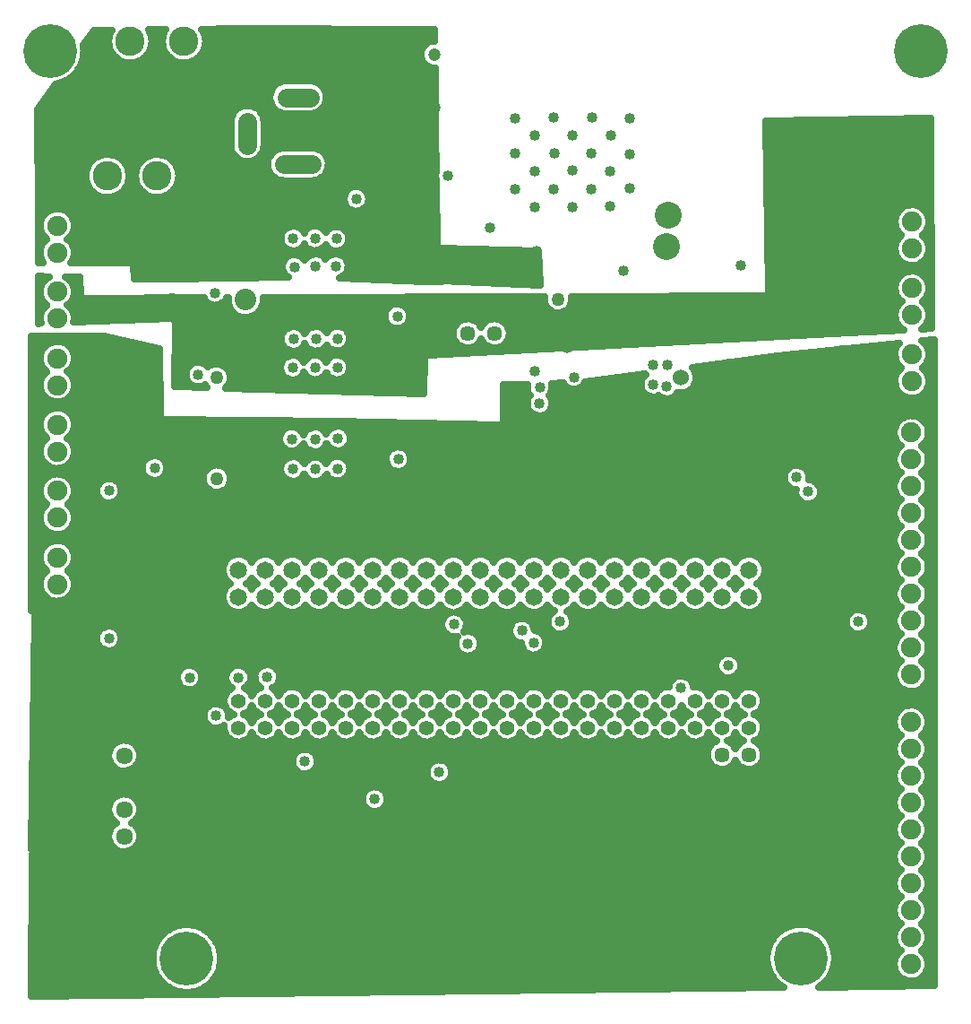
<source format=gbr>
G04 DipTrace 4.3.0.5*
G04 3 - Power Plane.gbr*
%MOIN*%
G04 #@! TF.FileFunction,Copper,L3,Inr*
G04 #@! TF.Part,Single*
%ADD24C,0.047244*%
%ADD36C,0.074803*%
%ADD41C,0.070866*%
%ADD45C,0.055039*%
%ADD48C,0.063386*%
%ADD51C,0.057087*%
%ADD55C,0.064961*%
%ADD56C,0.2*%
%ADD64C,0.109252*%
G04 #@! TA.AperFunction,ViaPad*
%ADD16C,0.04*%
G04 #@! TA.AperFunction,CopperBalancing*
%ADD18C,0.025*%
G04 #@! TA.AperFunction,ViaPad*
%ADD19C,0.1*%
%ADD20C,0.05*%
%ADD69C,0.06*%
%ADD70C,0.08*%
%ADD71C,0.16*%
%FSLAX26Y26*%
G04*
G70*
G90*
G75*
G01*
G04 Inner2_Plane*
%LPD*%
D16*
X746331Y1767481D3*
Y2316490D3*
X2770180Y2785911D3*
X2330321Y3505511D3*
X2823451Y2783661D3*
X2771821Y2710842D3*
X2822100Y2704762D3*
X1432210Y3254721D3*
X2612081Y3505951D3*
X2257491Y3439201D3*
X1513591Y3255210D3*
X2402371Y3437851D3*
X2259150Y3702431D3*
X1592890Y3252991D3*
X1515071Y3150842D3*
X2683581Y3568371D3*
X1795361Y3493091D3*
X1590671Y3151941D3*
X2613221Y3636371D3*
X2470411Y3638182D3*
X2470911Y3509102D3*
X1436520Y3149361D3*
X2401871Y3703331D3*
X1433031Y2881411D3*
X2542641Y3704541D3*
X1517081Y2881661D3*
X1596201Y2882321D3*
X2331680Y3636791D3*
X2258260Y3570671D3*
X1430180Y2774522D3*
X2403081Y3570661D3*
X2685031Y3700892D3*
X1514271Y2775241D3*
X2540210Y3571071D3*
X1596201Y2775231D3*
X1427411Y2509401D3*
X2685840Y3439632D3*
X1513611Y2507491D3*
X2329661Y3371481D3*
X1597890Y2510762D3*
X2470420Y3371481D3*
X1431301Y2397721D3*
X2611600Y3373911D3*
X2541020Y3438411D3*
X1514271Y2396420D3*
X1597241Y2399031D3*
X2326401Y1751972D3*
X2082481Y1748651D3*
D69*
X2452011Y2856381D3*
D16*
X1703001Y2708491D3*
X1763271Y2819451D3*
X2468661Y2929920D3*
X3264230Y3286431D3*
X3291430Y2809050D3*
X2348630Y2641511D3*
D19*
X2821001Y3224661D3*
D70*
X1255141Y3026481D3*
D20*
X1148161Y2362241D3*
X1147050Y2737052D3*
D16*
X1667046Y3401742D3*
X2661851Y3135151D3*
D20*
X2418230Y3028661D3*
D16*
X2349260Y2701361D3*
X1823106Y2433970D3*
X1819357Y2965592D3*
D19*
X2827671Y3340411D3*
D69*
X2875301Y2736941D3*
D16*
X2476781Y2739241D3*
X2329611Y2761381D3*
X2472298Y2675431D3*
X1780129Y2338340D3*
X1986571Y3142420D3*
X2164609Y3296130D3*
X2538100Y3020591D3*
X2570851Y2894552D3*
D71*
X3732531Y3486340D3*
D16*
X1334913Y1624632D3*
X3535653Y1829636D3*
X2425393D3*
X2875172Y1582962D3*
X1735672Y1170336D3*
X1141501Y3051951D3*
X1079221Y2748700D3*
X916001Y2400871D3*
X1975172Y1270423D3*
X3051420Y1666511D3*
X3305571Y2366171D3*
X3348221Y2313091D3*
X2283641Y1796661D3*
X2030781Y1819472D3*
X1475172Y1309923D3*
X1145451Y1479641D3*
X1046428Y1622462D3*
X1228149D3*
X2006730Y3486751D3*
X3217350Y2663661D3*
D20*
X849581Y2843741D3*
D70*
X586121Y3585301D3*
D20*
X979730Y3028920D3*
D19*
X3130550Y2954871D3*
D16*
X2338493Y3208554D3*
X3098910Y3155161D3*
X458688Y2867712D2*
D18*
X526389D1*
X581071D2*
X828086D1*
X3782120D2*
X3814978D1*
X458760Y2842843D2*
X497413D1*
X610048D2*
X930786D1*
X3472116D2*
X3671656D1*
X3797173D2*
X3814996D1*
X458832Y2817974D2*
X488460D1*
X618983D2*
X931109D1*
X3233074D2*
X3668821D1*
X3800026D2*
X3815014D1*
X458921Y2793106D2*
X490039D1*
X617422D2*
X931432D1*
X3052271D2*
X3676267D1*
X3792562D2*
X3815014D1*
X458993Y2768237D2*
X503136D1*
X604324D2*
X931755D1*
X2924165D2*
X3687230D1*
X3781600D2*
X3815032D1*
X459065Y2743368D2*
X497754D1*
X609725D2*
X932096D1*
X2690684D2*
X2736891D1*
X2933369D2*
X3671836D1*
X3797012D2*
X3815049D1*
X459137Y2718499D2*
X488550D1*
X618929D2*
X932419D1*
X2520270D2*
X2724027D1*
X2930606D2*
X3668768D1*
X3800062D2*
X3815067D1*
X459226Y2693630D2*
X489913D1*
X617565D2*
X932742D1*
X2215650D2*
X2301490D1*
X2397044D2*
X2468836D1*
X2484727D2*
X2726736D1*
X2913202D2*
X3675998D1*
X3792849D2*
X3815085D1*
X459298Y2668762D2*
X502706D1*
X604773D2*
X933065D1*
X2215775D2*
X2309152D1*
X2388109D2*
X2750904D1*
X2853132D2*
X3699807D1*
X3769040D2*
X3815103D1*
X459370Y2643893D2*
X933388D1*
X2215901D2*
X2300252D1*
X2397008D2*
X3815103D1*
X459442Y2619024D2*
X522083D1*
X584713D2*
X933729D1*
X2216026D2*
X2306084D1*
X2391177D2*
X3815121D1*
X459531Y2594155D2*
X495978D1*
X610819D2*
X934052D1*
X2216152D2*
X3712923D1*
X3751170D2*
X3815139D1*
X459603Y2569287D2*
X487922D1*
X618875D2*
X1799704D1*
X2215973D2*
X3677595D1*
X3786480D2*
X3815157D1*
X459675Y2544418D2*
X490236D1*
X616560D2*
X1395181D1*
X1459642D2*
X1483797D1*
X1543431D2*
X1564124D1*
X1631652D2*
X3667242D1*
X3796850D2*
X3815175D1*
X459747Y2519549D2*
X504464D1*
X602332D2*
X1380110D1*
X1645468D2*
X3667655D1*
X3796420D2*
X3815193D1*
X459836Y2494680D2*
X496283D1*
X610514D2*
X1381402D1*
X1643422D2*
X3679138D1*
X3784937D2*
X3815193D1*
X459908Y2469812D2*
X487975D1*
X618821D2*
X1401623D1*
X1453200D2*
X1484838D1*
X1542373D2*
X1574584D1*
X1621192D2*
X1791881D1*
X1854332D2*
X3677972D1*
X3786103D2*
X3815211D1*
X459980Y2444943D2*
X490075D1*
X616722D2*
X900554D1*
X931444D2*
X1776002D1*
X1870210D2*
X3667332D1*
X3796743D2*
X3815229D1*
X460070Y2420074D2*
X503980D1*
X602817D2*
X871775D1*
X960223D2*
X1388668D1*
X1640570D2*
X1776828D1*
X1869385D2*
X3667548D1*
X3796527D2*
X3815247D1*
X460141Y2395205D2*
X867917D1*
X964081D2*
X1106834D1*
X1189487D2*
X1382945D1*
X1645522D2*
X1795972D1*
X1850241D2*
X3267475D1*
X3343669D2*
X3678743D1*
X3785332D2*
X3815265D1*
X460213Y2370336D2*
X518351D1*
X590042D2*
X879185D1*
X952813D2*
X1095369D1*
X1200952D2*
X1391916D1*
X1635618D2*
X3257319D1*
X3353824D2*
X3678349D1*
X3785726D2*
X3815283D1*
X460285Y2345468D2*
X495367D1*
X613008D2*
X708197D1*
X784463D2*
X1097576D1*
X1198746D2*
X3262074D1*
X3383303D2*
X3667440D1*
X3796653D2*
X3815283D1*
X460375Y2320599D2*
X488496D1*
X619898D2*
X698077D1*
X794582D2*
X1116325D1*
X1179996D2*
X3297330D1*
X3396042D2*
X3667440D1*
X3796635D2*
X3815301D1*
X460446Y2295730D2*
X491851D1*
X616525D2*
X702850D1*
X789809D2*
X3303197D1*
X3393243D2*
X3678367D1*
X3785726D2*
X3815319D1*
X460518Y2270861D2*
X507765D1*
X600610D2*
X738555D1*
X754105D2*
X3327652D1*
X3368788D2*
X3678743D1*
X3785349D2*
X3815337D1*
X460590Y2245993D2*
X495655D1*
X612739D2*
X3667548D1*
X3796545D2*
X3815354D1*
X460680Y2221124D2*
X488532D1*
X619862D2*
X3667332D1*
X3796743D2*
X3815372D1*
X460751Y2196255D2*
X491671D1*
X616704D2*
X3677990D1*
X3786103D2*
X3815372D1*
X460823Y2171386D2*
X507227D1*
X601148D2*
X3679138D1*
X3784955D2*
X3815390D1*
X460895Y2146518D2*
X3667655D1*
X3796420D2*
X3815408D1*
X460985Y2121649D2*
X516162D1*
X591836D2*
X3667242D1*
X3796850D2*
X3815426D1*
X461056Y2096780D2*
X494542D1*
X613457D2*
X3677613D1*
X3786462D2*
X3815444D1*
X461128Y2071911D2*
X488227D1*
X619772D2*
X1195145D1*
X1261686D2*
X1295136D1*
X1361678D2*
X1395146D1*
X1461687D2*
X1495137D1*
X1561678D2*
X1595128D1*
X1661687D2*
X1695137D1*
X1761679D2*
X1795129D1*
X1861688D2*
X1895138D1*
X1961679D2*
X1995129D1*
X2061688D2*
X2095138D1*
X2161680D2*
X2195130D1*
X2261689D2*
X2295139D1*
X2361680D2*
X2395130D1*
X2461689D2*
X2495139D1*
X2561681D2*
X2595131D1*
X2661690D2*
X2695140D1*
X2761681D2*
X2795131D1*
X2861690D2*
X2895140D1*
X2961682D2*
X2995132D1*
X3061691D2*
X3095141D1*
X3161682D2*
X3679533D1*
X3784542D2*
X3815462D1*
X461200Y2047043D2*
X492120D1*
X615879D2*
X1173022D1*
X3183805D2*
X3667781D1*
X3796312D2*
X3815462D1*
X461290Y2022174D2*
X508950D1*
X599049D2*
X1167496D1*
X3189331D2*
X3667153D1*
X3796940D2*
X3815480D1*
X461361Y1997305D2*
X494793D1*
X613205D2*
X1173094D1*
X3183733D2*
X3677254D1*
X3786839D2*
X3815498D1*
X461433Y1972436D2*
X488244D1*
X619754D2*
X1195414D1*
X1261399D2*
X1295423D1*
X1361409D2*
X1395415D1*
X1461400D2*
X1495424D1*
X1561409D2*
X1595415D1*
X1661400D2*
X1695424D1*
X1761392D2*
X1795416D1*
X1861401D2*
X1895425D1*
X1961392D2*
X1995416D1*
X2061401D2*
X2095425D1*
X2161393D2*
X2195417D1*
X2261402D2*
X2295426D1*
X2361393D2*
X2395417D1*
X2461402D2*
X2495426D1*
X2561394D2*
X2595418D1*
X2661403D2*
X2695427D1*
X2761394D2*
X2795418D1*
X2861403D2*
X2895427D1*
X2961395D2*
X2995419D1*
X3061404D2*
X3095428D1*
X3161395D2*
X3679945D1*
X3784129D2*
X3815516D1*
X461505Y1947567D2*
X491941D1*
X616058D2*
X1173256D1*
X3183554D2*
X3667888D1*
X3796186D2*
X3815534D1*
X461595Y1922699D2*
X508376D1*
X599623D2*
X1167496D1*
X3189331D2*
X3667063D1*
X3797030D2*
X3815552D1*
X461666Y1897830D2*
X1172861D1*
X3183966D2*
X3676895D1*
X3787180D2*
X3815552D1*
X461738Y1872961D2*
X751886D1*
X1039186D2*
X1194589D1*
X1262243D2*
X1294580D1*
X1362234D2*
X1394589D1*
X1462243D2*
X1494581D1*
X1562234D2*
X1594572D1*
X1662244D2*
X1694581D1*
X1762235D2*
X1794572D1*
X1862244D2*
X1894582D1*
X1962235D2*
X1994573D1*
X2062245D2*
X2094582D1*
X2162236D2*
X2194573D1*
X2262245D2*
X2294583D1*
X2362236D2*
X2394574D1*
X2462246D2*
X2494583D1*
X2562237D2*
X2594574D1*
X2662246D2*
X2694584D1*
X2762237D2*
X2794575D1*
X2862247D2*
X2894584D1*
X2962238D2*
X2994575D1*
X3062247D2*
X3094585D1*
X3162238D2*
X3517893D1*
X3553412D2*
X3680376D1*
X3783717D2*
X3815570D1*
X1174147Y1848092D2*
X1992348D1*
X2069206D2*
X2380830D1*
X2469961D2*
X3491087D1*
X3580218D2*
X3668014D1*
X3796061D2*
X3815588D1*
X1162913Y1823224D2*
X1982498D1*
X2079056D2*
X2243663D1*
X2323607D2*
X2377403D1*
X2473370D2*
X3487678D1*
X3583644D2*
X3666973D1*
X3797119D2*
X3815606D1*
X1156169Y1798355D2*
X1987486D1*
X2074068D2*
X2235230D1*
X2332040D2*
X2389263D1*
X2461528D2*
X3499520D1*
X3571785D2*
X3676554D1*
X3787538D2*
X3815624D1*
X1153711Y1773486D2*
X2041348D1*
X2123625D2*
X2241474D1*
X2369485D2*
X3680807D1*
X3783286D2*
X3815642D1*
X1151235Y1748617D2*
X2034046D1*
X2130909D2*
X2278094D1*
X2374706D2*
X3668158D1*
X3795935D2*
X3815642D1*
X1148777Y1723749D2*
X2041384D1*
X2123571D2*
X2287657D1*
X2365143D2*
X3666884D1*
X3797191D2*
X3815659D1*
X1146319Y1698880D2*
X3016321D1*
X3086505D2*
X3676214D1*
X3787879D2*
X3815677D1*
X1127013Y1674011D2*
X3003600D1*
X3099244D2*
X3681237D1*
X3782838D2*
X3815695D1*
X1125093Y1649142D2*
X1188255D1*
X1268038D2*
X1293557D1*
X1376265D2*
X3006399D1*
X3096445D2*
X3668283D1*
X3795792D2*
X3815713D1*
X1123191Y1624273D2*
X1179751D1*
X1276542D2*
X1286488D1*
X1383352D2*
X2852600D1*
X2897754D2*
X3030872D1*
X3071972D2*
X3666812D1*
X3797263D2*
X3815731D1*
X1121290Y1599405D2*
X1185923D1*
X1270370D2*
X1294024D1*
X1375798D2*
X2829777D1*
X2920559D2*
X3675873D1*
X3788202D2*
X3815731D1*
X1119388Y1574536D2*
X1188668D1*
X1267625D2*
X1288659D1*
X1367634D2*
X1388668D1*
X1467626D2*
X1488660D1*
X1567635D2*
X1588669D1*
X1667626D2*
X1688660D1*
X1767635D2*
X1788669D1*
X1867627D2*
X1888661D1*
X1967636D2*
X1988670D1*
X2067627D2*
X2088661D1*
X2167637D2*
X2188670D1*
X2267628D2*
X2288662D1*
X2367637D2*
X2388671D1*
X2467628D2*
X2488662D1*
X2567638D2*
X2588672D1*
X2667629D2*
X2688663D1*
X2767638D2*
X2788672D1*
X2967639D2*
X2988673D1*
X3067630D2*
X3088664D1*
X3167639D2*
X3705280D1*
X3758795D2*
X3815749D1*
X1117486Y1549667D2*
X1173991D1*
X3182316D2*
X3815767D1*
X1115566Y1524798D2*
X1134537D1*
X1156366D2*
X1173363D1*
X3182926D2*
X3815785D1*
X1270155Y1499930D2*
X1286147D1*
X1370146D2*
X1386157D1*
X1470156D2*
X1486148D1*
X1570147D2*
X1586157D1*
X1670156D2*
X1686148D1*
X1770147D2*
X1786140D1*
X1870157D2*
X1886149D1*
X1970148D2*
X1986140D1*
X2070157D2*
X2086149D1*
X2170148D2*
X2186141D1*
X2270158D2*
X2286150D1*
X2370149D2*
X2386141D1*
X2470158D2*
X2486150D1*
X2570149D2*
X2586142D1*
X2670159D2*
X2686151D1*
X2770150D2*
X2786142D1*
X2870159D2*
X2886151D1*
X2970150D2*
X2986143D1*
X3070160D2*
X3086152D1*
X3170151D2*
X3682834D1*
X3780344D2*
X3815803D1*
X1267069Y1475061D2*
X1289215D1*
X1367078D2*
X1389225D1*
X1467070D2*
X1489216D1*
X1567079D2*
X1589225D1*
X1667070D2*
X1689216D1*
X1767079D2*
X1789226D1*
X1867071D2*
X1889217D1*
X1967080D2*
X1989226D1*
X2067071D2*
X2089217D1*
X2167080D2*
X2189227D1*
X2267072D2*
X2289218D1*
X2367081D2*
X2389227D1*
X2467072D2*
X2489218D1*
X2567081D2*
X2589228D1*
X2667073D2*
X2689219D1*
X2767082D2*
X2789228D1*
X2867073D2*
X2889220D1*
X2967082D2*
X2989229D1*
X3067074D2*
X3089220D1*
X3167083D2*
X3668481D1*
X3794697D2*
X3815821D1*
X3182172Y1450192D2*
X3666094D1*
X3797102D2*
X3815821D1*
X1143627Y1425323D2*
X1173256D1*
X3183033D2*
X3674060D1*
X3789117D2*
X3815839D1*
X1153388Y1400455D2*
X1185672D1*
X1270622D2*
X1285681D1*
X1370631D2*
X1385672D1*
X1470622D2*
X1485681D1*
X1570631D2*
X1585673D1*
X1670623D2*
X1685682D1*
X1770632D2*
X1785673D1*
X1870623D2*
X1885682D1*
X1970632D2*
X1985674D1*
X2070624D2*
X2085683D1*
X2170633D2*
X2185674D1*
X2270624D2*
X2285683D1*
X2370615D2*
X2385675D1*
X2470625D2*
X2485684D1*
X2570616D2*
X2585675D1*
X2670625D2*
X2685684D1*
X2770616D2*
X2785676D1*
X2870626D2*
X2885685D1*
X2970617D2*
X2985676D1*
X3070626D2*
X3085667D1*
X3170617D2*
X3683319D1*
X3779859D2*
X3815857D1*
X1163148Y1375586D2*
X2988332D1*
X3067935D2*
X3088341D1*
X3167926D2*
X3668642D1*
X3794536D2*
X3815875D1*
X1172927Y1350717D2*
X1451555D1*
X1498791D2*
X2973206D1*
X3183051D2*
X3666040D1*
X3797137D2*
X3815893D1*
X1134620Y1325848D2*
X1429594D1*
X1520752D2*
X2972094D1*
X3184182D2*
X3673755D1*
X3789422D2*
X3815911D1*
X1088725Y1300980D2*
X1427621D1*
X1522726D2*
X1938378D1*
X2011971D2*
X2983810D1*
X3072456D2*
X3083802D1*
X3172465D2*
X3683839D1*
X3779339D2*
X3815911D1*
X1042829Y1276111D2*
X1441580D1*
X1508767D2*
X1927093D1*
X2023256D2*
X3668821D1*
X3794374D2*
X3815929D1*
X996915Y1251242D2*
X1930932D1*
X2019417D2*
X3665987D1*
X3797191D2*
X3815947D1*
X951019Y1226373D2*
X1959658D1*
X1990692D2*
X3673468D1*
X3789709D2*
X3815965D1*
X905105Y1201504D2*
X1699425D1*
X1771906D2*
X3684359D1*
X3778819D2*
X3815982D1*
X859209Y1176636D2*
X1687673D1*
X1783676D2*
X3668983D1*
X3794195D2*
X3816000D1*
X859604Y1151767D2*
X1691154D1*
X1780177D2*
X3665951D1*
X3797227D2*
X3816000D1*
X862780Y1126898D2*
X1718247D1*
X1753102D2*
X3673199D1*
X3789996D2*
X3816018D1*
X721486Y1102029D2*
X751311D1*
X854491D2*
X3684880D1*
X3778298D2*
X3816036D1*
X675590Y1077161D2*
X764337D1*
X841465D2*
X3669162D1*
X3794015D2*
X3816054D1*
X629676Y1052292D2*
X746395D1*
X859407D2*
X3665915D1*
X3797281D2*
X3816072D1*
X583780Y1027423D2*
X742968D1*
X862834D2*
X3672912D1*
X3790266D2*
X3816090D1*
X537866Y1002554D2*
X750988D1*
X854814D2*
X3685436D1*
X3777742D2*
X3816090D1*
X491971Y977686D2*
X781759D1*
X824043D2*
X3669342D1*
X3793836D2*
X3816108D1*
X464412Y952817D2*
X3665879D1*
X3797317D2*
X3816126D1*
X464250Y927948D2*
X3672643D1*
X3790535D2*
X3816144D1*
X464071Y903079D2*
X3685992D1*
X3777186D2*
X3816162D1*
X463891Y878210D2*
X3669539D1*
X3793657D2*
X3816180D1*
X463730Y853342D2*
X3665843D1*
X3797335D2*
X3816180D1*
X463550Y828473D2*
X3672374D1*
X3790804D2*
X3816198D1*
X463371Y803604D2*
X3686566D1*
X3776612D2*
X3816216D1*
X463191Y778735D2*
X3669719D1*
X3793459D2*
X3816234D1*
X463030Y753867D2*
X3665825D1*
X3797371D2*
X3816252D1*
X462851Y728998D2*
X3672123D1*
X3791055D2*
X3816270D1*
X462671Y704129D2*
X3301654D1*
X3340852D2*
X3687158D1*
X3776038D2*
X3816270D1*
X462510Y679260D2*
X958453D1*
X1112462D2*
X3242069D1*
X3400420D2*
X3669916D1*
X3793262D2*
X3816287D1*
X462330Y654392D2*
X933047D1*
X1137868D2*
X3217614D1*
X3424893D2*
X3665789D1*
X3797389D2*
X3816305D1*
X462151Y629523D2*
X918173D1*
X1152760D2*
X3203242D1*
X3439264D2*
X3671872D1*
X3791306D2*
X3816323D1*
X461971Y604654D2*
X909938D1*
X1160977D2*
X3195383D1*
X3447123D2*
X3687750D1*
X3775427D2*
X3816341D1*
X461810Y579785D2*
X907049D1*
X1163884D2*
X3192818D1*
X3449689D2*
X3670131D1*
X3793065D2*
X3816359D1*
X461631Y554917D2*
X909112D1*
X1161803D2*
X3195222D1*
X3447285D2*
X3665789D1*
X3797407D2*
X3816359D1*
X461451Y530048D2*
X916397D1*
X1154518D2*
X3202883D1*
X3439623D2*
X3671620D1*
X3791557D2*
X3816377D1*
X461290Y505179D2*
X930033D1*
X1140900D2*
X3216986D1*
X3425521D2*
X3692218D1*
X3770960D2*
X3816395D1*
X461110Y480310D2*
X953160D1*
X1117755D2*
X3240974D1*
X3401514D2*
X3816413D1*
X460931Y455441D2*
X1002895D1*
X1068037D2*
X1944514D1*
X616397Y2800296D2*
X614396Y2791269D1*
X611103Y2782629D1*
X606586Y2774561D1*
X600943Y2767236D1*
X594293Y2760812D1*
X592510Y2759533D1*
X594200Y2758176D1*
X600863Y2751765D1*
X606522Y2744453D1*
X611056Y2736395D1*
X614368Y2727762D1*
X616388Y2718739D1*
X617073Y2709450D1*
X616408Y2700296D1*
X614408Y2691269D1*
X611114Y2682629D1*
X606597Y2674561D1*
X600954Y2667236D1*
X594304Y2660812D1*
X586790Y2655423D1*
X578572Y2651187D1*
X569824Y2648192D1*
X560733Y2646503D1*
X551493Y2646155D1*
X542301Y2647156D1*
X533353Y2649485D1*
X524840Y2653093D1*
X516942Y2657901D1*
X509828Y2663808D1*
X503651Y2670687D1*
X498541Y2678393D1*
X494607Y2686761D1*
X491934Y2695613D1*
X490577Y2704759D1*
X490567Y2714005D1*
X491904Y2723154D1*
X494558Y2732012D1*
X498474Y2740388D1*
X503567Y2748105D1*
X509730Y2754998D1*
X514966Y2759364D1*
X509817Y2763808D1*
X503640Y2770687D1*
X498529Y2778393D1*
X494596Y2786761D1*
X491922Y2795613D1*
X490566Y2804759D1*
X490556Y2814005D1*
X491893Y2823154D1*
X494547Y2832012D1*
X498463Y2840388D1*
X503556Y2848105D1*
X509719Y2854998D1*
X516820Y2860920D1*
X524707Y2865745D1*
X533213Y2869371D1*
X542156Y2871719D1*
X551346Y2872740D1*
X560586Y2872412D1*
X569681Y2870743D1*
X578435Y2867767D1*
X586663Y2863548D1*
X594188Y2858176D1*
X600852Y2851765D1*
X606511Y2844453D1*
X611045Y2836395D1*
X614357Y2827762D1*
X616377Y2818739D1*
X617062Y2809450D1*
X616397Y2800296D1*
X616069Y2553466D2*
X614069Y2544439D1*
X610775Y2535799D1*
X606258Y2527731D1*
X600615Y2520406D1*
X593965Y2513981D1*
X592182Y2512703D1*
X593861Y2511346D1*
X600524Y2504935D1*
X606183Y2497623D1*
X610717Y2489565D1*
X614029Y2480932D1*
X616049Y2471909D1*
X616734Y2462620D1*
X616069Y2453466D1*
X614069Y2444439D1*
X610775Y2435799D1*
X606258Y2427731D1*
X600615Y2420406D1*
X593965Y2413981D1*
X586451Y2408593D1*
X578233Y2404357D1*
X569485Y2401362D1*
X560394Y2399672D1*
X551154Y2399325D1*
X541963Y2400326D1*
X533014Y2402655D1*
X524501Y2406262D1*
X516603Y2411071D1*
X509489Y2416978D1*
X503312Y2423857D1*
X498202Y2431563D1*
X494268Y2439931D1*
X491595Y2448782D1*
X490239Y2457929D1*
X490229Y2467175D1*
X491565Y2476324D1*
X494219Y2485181D1*
X498135Y2493558D1*
X503228Y2501275D1*
X509391Y2508168D1*
X514627Y2512534D1*
X509489Y2516978D1*
X503312Y2523857D1*
X498202Y2531563D1*
X494268Y2539931D1*
X491595Y2548782D1*
X490239Y2557929D1*
X490229Y2567175D1*
X491565Y2576324D1*
X494219Y2585181D1*
X498135Y2593558D1*
X503228Y2601275D1*
X509391Y2608168D1*
X516492Y2614090D1*
X524379Y2618915D1*
X532885Y2622541D1*
X541828Y2624889D1*
X551018Y2625910D1*
X560259Y2625582D1*
X569353Y2623913D1*
X578107Y2620937D1*
X586335Y2616718D1*
X593861Y2611346D1*
X600524Y2604935D1*
X606183Y2597623D1*
X610717Y2589565D1*
X614029Y2580932D1*
X616049Y2571909D1*
X616734Y2562620D1*
X616069Y2553466D1*
X616861Y2307336D2*
X614860Y2298309D1*
X611566Y2289669D1*
X607050Y2281601D1*
X601406Y2274276D1*
X594757Y2267851D1*
X592974Y2266573D1*
X594652Y2265216D1*
X601315Y2258805D1*
X606974Y2251493D1*
X611508Y2243435D1*
X614821Y2234802D1*
X616841Y2225779D1*
X617526Y2216490D1*
X616861Y2207336D1*
X614860Y2198309D1*
X611566Y2189669D1*
X607050Y2181601D1*
X601406Y2174276D1*
X594757Y2167851D1*
X587243Y2162463D1*
X579024Y2158227D1*
X570276Y2155232D1*
X561186Y2153543D1*
X551946Y2153195D1*
X542754Y2154196D1*
X533806Y2156525D1*
X525292Y2160132D1*
X517394Y2164941D1*
X510281Y2170848D1*
X504103Y2177727D1*
X498993Y2185433D1*
X495059Y2193801D1*
X492386Y2202653D1*
X491030Y2211799D1*
X491020Y2221045D1*
X492356Y2230194D1*
X495011Y2239052D1*
X498926Y2247428D1*
X504020Y2255145D1*
X510183Y2262038D1*
X515418Y2266404D1*
X510281Y2270848D1*
X504103Y2277727D1*
X498993Y2285433D1*
X495059Y2293801D1*
X492386Y2302653D1*
X491030Y2311799D1*
X491020Y2321045D1*
X492356Y2330194D1*
X495011Y2339052D1*
X498926Y2347428D1*
X504020Y2355145D1*
X510183Y2362038D1*
X517283Y2367960D1*
X525171Y2372785D1*
X533677Y2376411D1*
X542620Y2378759D1*
X551810Y2379780D1*
X561050Y2379452D1*
X570144Y2377783D1*
X578899Y2374807D1*
X587126Y2370588D1*
X594652Y2365216D1*
X601315Y2358805D1*
X606974Y2351493D1*
X611508Y2343435D1*
X614821Y2334802D1*
X616841Y2325779D1*
X617526Y2316490D1*
X616861Y2307336D1*
X616669Y2059936D2*
X614668Y2050908D1*
X611375Y2042269D1*
X606858Y2034200D1*
X601215Y2026876D1*
X594565Y2020451D1*
X592782Y2019173D1*
X594460Y2017816D1*
X601124Y2011405D1*
X606783Y2004093D1*
X611317Y1996034D1*
X614629Y1987402D1*
X616649Y1978379D1*
X617334Y1969090D1*
X616669Y1959936D1*
X614668Y1950908D1*
X611375Y1942269D1*
X606858Y1934200D1*
X601215Y1926876D1*
X594565Y1920451D1*
X587051Y1915063D1*
X578833Y1910826D1*
X570085Y1907832D1*
X560994Y1906142D1*
X551754Y1905795D1*
X542562Y1906796D1*
X533614Y1909125D1*
X525100Y1912732D1*
X517203Y1917540D1*
X510089Y1923447D1*
X503912Y1930327D1*
X498801Y1938033D1*
X494868Y1946401D1*
X492194Y1955252D1*
X490838Y1964399D1*
X490828Y1973645D1*
X492165Y1982794D1*
X494819Y1991651D1*
X498735Y2000028D1*
X503828Y2007744D1*
X509991Y2014637D1*
X515226Y2019004D1*
X510089Y2023447D1*
X503912Y2030327D1*
X498801Y2038033D1*
X494868Y2046401D1*
X492194Y2055252D1*
X490838Y2064399D1*
X490828Y2073645D1*
X492165Y2082794D1*
X494819Y2091651D1*
X498735Y2100028D1*
X503828Y2107744D1*
X509991Y2114637D1*
X517092Y2120560D1*
X524979Y2125385D1*
X533485Y2129010D1*
X542428Y2131359D1*
X551618Y2132380D1*
X560858Y2132052D1*
X569953Y2130382D1*
X578707Y2127406D1*
X586935Y2123187D1*
X594460Y2117816D1*
X601124Y2111405D1*
X606783Y2104093D1*
X611317Y2096034D1*
X614629Y2087402D1*
X616649Y2078379D1*
X617334Y2069090D1*
X616669Y2059936D1*
X1278114Y1517153D2*
X1274762Y1509777D1*
X1269670Y1502276D1*
X1263383Y1495744D1*
X1256083Y1490368D1*
X1247979Y1486302D1*
X1246937Y1485986D1*
X1248182Y1485499D1*
X1256269Y1481401D1*
X1263547Y1475995D1*
X1269807Y1469437D1*
X1274869Y1461915D1*
X1278103Y1454720D1*
X1279487Y1458058D1*
X1283925Y1465964D1*
X1289635Y1473006D1*
X1296453Y1478982D1*
X1304183Y1483720D1*
X1309503Y1485845D1*
X1303988Y1488261D1*
X1296277Y1493030D1*
X1289484Y1499034D1*
X1283803Y1506100D1*
X1279397Y1514024D1*
X1278245Y1517307D1*
X1378114Y1517153D2*
X1374762Y1509777D1*
X1369670Y1502276D1*
X1363383Y1495744D1*
X1356083Y1490368D1*
X1347979Y1486302D1*
X1346937Y1485986D1*
X1348182Y1485499D1*
X1356269Y1481401D1*
X1363547Y1475995D1*
X1369807Y1469437D1*
X1374869Y1461915D1*
X1378103Y1454720D1*
X1379487Y1458058D1*
X1383925Y1465964D1*
X1389635Y1473006D1*
X1396453Y1478982D1*
X1404183Y1483720D1*
X1409503Y1485845D1*
X1403988Y1488261D1*
X1396277Y1493030D1*
X1389484Y1499034D1*
X1383803Y1506100D1*
X1379397Y1514024D1*
X1378245Y1517307D1*
X1478114Y1517153D2*
X1474762Y1509777D1*
X1469670Y1502276D1*
X1463383Y1495744D1*
X1456083Y1490368D1*
X1447979Y1486302D1*
X1446937Y1485986D1*
X1448182Y1485499D1*
X1456269Y1481401D1*
X1463547Y1475995D1*
X1469807Y1469437D1*
X1474869Y1461915D1*
X1478103Y1454720D1*
X1479487Y1458058D1*
X1483925Y1465964D1*
X1489635Y1473006D1*
X1496453Y1478982D1*
X1504183Y1483720D1*
X1509503Y1485845D1*
X1503988Y1488261D1*
X1496277Y1493030D1*
X1489484Y1499034D1*
X1483803Y1506100D1*
X1479397Y1514024D1*
X1478245Y1517307D1*
X1578114Y1517153D2*
X1574762Y1509777D1*
X1569670Y1502276D1*
X1563383Y1495744D1*
X1556083Y1490368D1*
X1547979Y1486302D1*
X1546937Y1485986D1*
X1548182Y1485499D1*
X1556269Y1481401D1*
X1563547Y1475995D1*
X1569807Y1469437D1*
X1574869Y1461915D1*
X1578103Y1454720D1*
X1579487Y1458058D1*
X1583925Y1465964D1*
X1589635Y1473006D1*
X1596453Y1478982D1*
X1604183Y1483720D1*
X1609503Y1485845D1*
X1603988Y1488261D1*
X1596277Y1493030D1*
X1589484Y1499034D1*
X1583803Y1506100D1*
X1579397Y1514024D1*
X1578245Y1517307D1*
X1678114Y1517153D2*
X1674762Y1509777D1*
X1669670Y1502276D1*
X1663383Y1495744D1*
X1656083Y1490368D1*
X1647979Y1486302D1*
X1646937Y1485986D1*
X1648182Y1485499D1*
X1656269Y1481401D1*
X1663547Y1475995D1*
X1669807Y1469437D1*
X1674869Y1461915D1*
X1678103Y1454720D1*
X1679487Y1458058D1*
X1683925Y1465964D1*
X1689635Y1473006D1*
X1696453Y1478982D1*
X1704183Y1483720D1*
X1709503Y1485845D1*
X1703988Y1488261D1*
X1696277Y1493030D1*
X1689484Y1499034D1*
X1683803Y1506100D1*
X1679397Y1514024D1*
X1678245Y1517307D1*
X1778114Y1517153D2*
X1774762Y1509777D1*
X1769670Y1502276D1*
X1763383Y1495744D1*
X1756083Y1490368D1*
X1747979Y1486302D1*
X1746937Y1485986D1*
X1748182Y1485499D1*
X1756269Y1481401D1*
X1763547Y1475995D1*
X1769807Y1469437D1*
X1774869Y1461915D1*
X1778103Y1454720D1*
X1779487Y1458058D1*
X1783925Y1465964D1*
X1789635Y1473006D1*
X1796453Y1478982D1*
X1804183Y1483720D1*
X1809503Y1485845D1*
X1803988Y1488261D1*
X1796277Y1493030D1*
X1789484Y1499034D1*
X1783803Y1506100D1*
X1779397Y1514024D1*
X1778245Y1517307D1*
X1878114Y1517153D2*
X1874762Y1509777D1*
X1869670Y1502276D1*
X1863383Y1495744D1*
X1856083Y1490368D1*
X1847979Y1486302D1*
X1846937Y1485986D1*
X1848182Y1485499D1*
X1856269Y1481401D1*
X1863547Y1475995D1*
X1869807Y1469437D1*
X1874869Y1461915D1*
X1878103Y1454720D1*
X1879487Y1458058D1*
X1883925Y1465964D1*
X1889635Y1473006D1*
X1896453Y1478982D1*
X1904183Y1483720D1*
X1909503Y1485845D1*
X1903988Y1488261D1*
X1896277Y1493030D1*
X1889484Y1499034D1*
X1883803Y1506100D1*
X1879397Y1514024D1*
X1878245Y1517307D1*
X1978114Y1517153D2*
X1974762Y1509777D1*
X1969670Y1502276D1*
X1963383Y1495744D1*
X1956083Y1490368D1*
X1947979Y1486302D1*
X1946937Y1485986D1*
X1948182Y1485499D1*
X1956269Y1481401D1*
X1963547Y1475995D1*
X1969807Y1469437D1*
X1974869Y1461915D1*
X1978103Y1454720D1*
X1979487Y1458058D1*
X1983925Y1465964D1*
X1989635Y1473006D1*
X1996453Y1478982D1*
X2004183Y1483720D1*
X2009503Y1485845D1*
X2003988Y1488261D1*
X1996277Y1493030D1*
X1989484Y1499034D1*
X1983803Y1506100D1*
X1979397Y1514024D1*
X1978245Y1517307D1*
X2078114Y1517153D2*
X2074762Y1509777D1*
X2069670Y1502276D1*
X2063383Y1495744D1*
X2056083Y1490368D1*
X2047979Y1486302D1*
X2046937Y1485986D1*
X2048182Y1485499D1*
X2056269Y1481401D1*
X2063547Y1475995D1*
X2069807Y1469437D1*
X2074869Y1461915D1*
X2078103Y1454720D1*
X2079487Y1458058D1*
X2083925Y1465964D1*
X2089635Y1473006D1*
X2096453Y1478982D1*
X2104183Y1483720D1*
X2109503Y1485845D1*
X2103988Y1488261D1*
X2096277Y1493030D1*
X2089484Y1499034D1*
X2083803Y1506100D1*
X2079397Y1514024D1*
X2078245Y1517307D1*
X2178114Y1517153D2*
X2174762Y1509777D1*
X2169670Y1502276D1*
X2163383Y1495744D1*
X2156083Y1490368D1*
X2147979Y1486302D1*
X2146937Y1485986D1*
X2148182Y1485499D1*
X2156269Y1481401D1*
X2163547Y1475995D1*
X2169807Y1469437D1*
X2174869Y1461915D1*
X2178103Y1454720D1*
X2179487Y1458058D1*
X2183925Y1465964D1*
X2189635Y1473006D1*
X2196453Y1478982D1*
X2204183Y1483720D1*
X2209503Y1485845D1*
X2203988Y1488261D1*
X2196277Y1493030D1*
X2189484Y1499034D1*
X2183803Y1506100D1*
X2179397Y1514024D1*
X2178245Y1517307D1*
X2278114Y1517153D2*
X2274762Y1509777D1*
X2269670Y1502276D1*
X2263383Y1495744D1*
X2256083Y1490368D1*
X2247979Y1486302D1*
X2246937Y1485986D1*
X2248182Y1485499D1*
X2256269Y1481401D1*
X2263547Y1475995D1*
X2269807Y1469437D1*
X2274869Y1461915D1*
X2278103Y1454720D1*
X2279487Y1458058D1*
X2283925Y1465964D1*
X2289635Y1473006D1*
X2296453Y1478982D1*
X2304183Y1483720D1*
X2309503Y1485845D1*
X2303988Y1488261D1*
X2296277Y1493030D1*
X2289484Y1499034D1*
X2283803Y1506100D1*
X2279397Y1514024D1*
X2278245Y1517307D1*
X2378114Y1517153D2*
X2374762Y1509777D1*
X2369670Y1502276D1*
X2363383Y1495744D1*
X2356083Y1490368D1*
X2347979Y1486302D1*
X2346937Y1485986D1*
X2348182Y1485499D1*
X2356269Y1481401D1*
X2363547Y1475995D1*
X2369807Y1469437D1*
X2374869Y1461915D1*
X2378103Y1454720D1*
X2379487Y1458058D1*
X2383925Y1465964D1*
X2389635Y1473006D1*
X2396453Y1478982D1*
X2404183Y1483720D1*
X2409503Y1485845D1*
X2403988Y1488261D1*
X2396277Y1493030D1*
X2389484Y1499034D1*
X2383803Y1506100D1*
X2379397Y1514024D1*
X2378245Y1517307D1*
X2478114Y1517153D2*
X2474762Y1509777D1*
X2469670Y1502276D1*
X2463383Y1495744D1*
X2456083Y1490368D1*
X2447979Y1486302D1*
X2446937Y1485986D1*
X2448182Y1485499D1*
X2456269Y1481401D1*
X2463547Y1475995D1*
X2469807Y1469437D1*
X2474869Y1461915D1*
X2478103Y1454720D1*
X2479487Y1458058D1*
X2483925Y1465964D1*
X2489635Y1473006D1*
X2496453Y1478982D1*
X2504183Y1483720D1*
X2509503Y1485845D1*
X2503988Y1488261D1*
X2496277Y1493030D1*
X2489484Y1499034D1*
X2483803Y1506100D1*
X2479397Y1514024D1*
X2478245Y1517307D1*
X2578114Y1517153D2*
X2574762Y1509777D1*
X2569670Y1502276D1*
X2563383Y1495744D1*
X2556083Y1490368D1*
X2547979Y1486302D1*
X2546937Y1485986D1*
X2548182Y1485499D1*
X2556269Y1481401D1*
X2563547Y1475995D1*
X2569807Y1469437D1*
X2574869Y1461915D1*
X2578103Y1454720D1*
X2579487Y1458058D1*
X2583925Y1465964D1*
X2589635Y1473006D1*
X2596453Y1478982D1*
X2604183Y1483720D1*
X2609503Y1485845D1*
X2603988Y1488261D1*
X2596277Y1493030D1*
X2589484Y1499034D1*
X2583803Y1506100D1*
X2579397Y1514024D1*
X2578245Y1517307D1*
X2678114Y1517153D2*
X2674762Y1509777D1*
X2669670Y1502276D1*
X2663383Y1495744D1*
X2656083Y1490368D1*
X2647979Y1486302D1*
X2646937Y1485986D1*
X2648182Y1485499D1*
X2656269Y1481401D1*
X2663547Y1475995D1*
X2669807Y1469437D1*
X2674869Y1461915D1*
X2678103Y1454720D1*
X2679487Y1458058D1*
X2683925Y1465964D1*
X2689635Y1473006D1*
X2696453Y1478982D1*
X2704183Y1483720D1*
X2709503Y1485845D1*
X2703988Y1488261D1*
X2696277Y1493030D1*
X2689484Y1499034D1*
X2683803Y1506100D1*
X2679397Y1514024D1*
X2678245Y1517307D1*
X2778114Y1517153D2*
X2774762Y1509777D1*
X2769670Y1502276D1*
X2763383Y1495744D1*
X2756083Y1490368D1*
X2747979Y1486302D1*
X2746937Y1485986D1*
X2748182Y1485499D1*
X2756269Y1481401D1*
X2763547Y1475995D1*
X2769807Y1469437D1*
X2774869Y1461915D1*
X2778103Y1454720D1*
X2779487Y1458058D1*
X2783925Y1465964D1*
X2789635Y1473006D1*
X2796453Y1478982D1*
X2804183Y1483720D1*
X2809503Y1485845D1*
X2803988Y1488261D1*
X2796277Y1493030D1*
X2789484Y1499034D1*
X2783803Y1506100D1*
X2779397Y1514024D1*
X2778245Y1517307D1*
X2878114Y1517153D2*
X2874762Y1509777D1*
X2869670Y1502276D1*
X2863383Y1495744D1*
X2856083Y1490368D1*
X2847979Y1486302D1*
X2846937Y1485986D1*
X2848182Y1485499D1*
X2856269Y1481401D1*
X2863547Y1475995D1*
X2869807Y1469437D1*
X2874869Y1461915D1*
X2878103Y1454720D1*
X2879487Y1458058D1*
X2883925Y1465964D1*
X2889635Y1473006D1*
X2896453Y1478982D1*
X2904183Y1483720D1*
X2909503Y1485845D1*
X2903988Y1488261D1*
X2896277Y1493030D1*
X2889484Y1499034D1*
X2883803Y1506100D1*
X2879397Y1514024D1*
X2878245Y1517307D1*
X2978114Y1517153D2*
X2974762Y1509777D1*
X2969670Y1502276D1*
X2963383Y1495744D1*
X2956083Y1490368D1*
X2947979Y1486302D1*
X2946937Y1485986D1*
X2948182Y1485499D1*
X2956269Y1481401D1*
X2963547Y1475995D1*
X2969807Y1469437D1*
X2974869Y1461915D1*
X2978103Y1454720D1*
X2981278Y1461636D1*
X2986295Y1469188D1*
X2992515Y1475784D1*
X2999761Y1481233D1*
X3007824Y1485379D1*
X3009420Y1485882D1*
X3003988Y1488261D1*
X2996277Y1493030D1*
X2989484Y1499034D1*
X2983803Y1506100D1*
X2979397Y1514024D1*
X2978245Y1517307D1*
X3078114Y1517153D2*
X3074762Y1509777D1*
X3069670Y1502276D1*
X3063383Y1495744D1*
X3056083Y1490368D1*
X3047979Y1486302D1*
X3046937Y1485986D1*
X3051833Y1483862D1*
X3059591Y1479170D1*
X3066444Y1473235D1*
X3072196Y1466227D1*
X3076680Y1458348D1*
X3078047Y1454577D1*
X3081278Y1461636D1*
X3086295Y1469188D1*
X3092515Y1475784D1*
X3099761Y1481233D1*
X3107824Y1485379D1*
X3109420Y1485882D1*
X3103988Y1488261D1*
X3096277Y1493030D1*
X3089484Y1499034D1*
X3083803Y1506100D1*
X3079397Y1514024D1*
X3078245Y1517307D1*
X3107990Y1386495D2*
X3100489Y1390202D1*
X3093157Y1395535D1*
X3086832Y1402030D1*
X3081695Y1409500D1*
X3078180Y1417113D1*
X3078114Y1417153D1*
X3074762Y1409777D1*
X3069670Y1402276D1*
X3063383Y1395744D1*
X3056083Y1390368D1*
X3048319Y1386473D1*
X3056639Y1382303D1*
X3064075Y1376818D1*
X3070476Y1370155D1*
X3075659Y1362506D1*
X3078033Y1357271D1*
X3081823Y1364573D1*
X3087338Y1371987D1*
X3094027Y1378361D1*
X3101697Y1383514D1*
X3108110Y1386391D1*
X3794711Y1623887D2*
X3792710Y1614860D1*
X3789417Y1606220D1*
X3784900Y1598152D1*
X3779257Y1590827D1*
X3772607Y1584403D1*
X3765093Y1579015D1*
X3756875Y1574778D1*
X3748127Y1571783D1*
X3739036Y1570094D1*
X3729796Y1569746D1*
X3720604Y1570747D1*
X3711656Y1573077D1*
X3703142Y1576684D1*
X3695245Y1581492D1*
X3688131Y1587399D1*
X3681954Y1594279D1*
X3676843Y1601985D1*
X3672910Y1610352D1*
X3670236Y1619204D1*
X3668880Y1628350D1*
X3668870Y1637596D1*
X3670207Y1646746D1*
X3672861Y1655603D1*
X3676777Y1663979D1*
X3681870Y1671696D1*
X3688033Y1678589D1*
X3693268Y1682955D1*
X3688131Y1687399D1*
X3681954Y1694279D1*
X3676843Y1701985D1*
X3672910Y1710352D1*
X3670236Y1719204D1*
X3668880Y1728350D1*
X3668870Y1737596D1*
X3670207Y1746746D1*
X3672861Y1755603D1*
X3676777Y1763979D1*
X3681870Y1771696D1*
X3688033Y1778589D1*
X3693268Y1782955D1*
X3688131Y1787399D1*
X3681954Y1794279D1*
X3676843Y1801985D1*
X3672910Y1810352D1*
X3670236Y1819204D1*
X3668880Y1828350D1*
X3668870Y1837596D1*
X3670207Y1846746D1*
X3672861Y1855603D1*
X3676777Y1863979D1*
X3681870Y1871696D1*
X3688033Y1878589D1*
X3693268Y1882955D1*
X3688131Y1887399D1*
X3681954Y1894279D1*
X3676843Y1901985D1*
X3672910Y1910352D1*
X3670236Y1919204D1*
X3668880Y1928350D1*
X3668870Y1937596D1*
X3670207Y1946746D1*
X3672861Y1955603D1*
X3676777Y1963979D1*
X3681870Y1971696D1*
X3688033Y1978589D1*
X3693268Y1982955D1*
X3688131Y1987399D1*
X3681954Y1994279D1*
X3676843Y2001985D1*
X3672910Y2010352D1*
X3670236Y2019204D1*
X3668880Y2028350D1*
X3668870Y2037596D1*
X3670207Y2046746D1*
X3672861Y2055603D1*
X3676777Y2063979D1*
X3681870Y2071696D1*
X3688033Y2078589D1*
X3693268Y2082955D1*
X3688131Y2087399D1*
X3681954Y2094279D1*
X3676843Y2101985D1*
X3672910Y2110352D1*
X3670236Y2119204D1*
X3668880Y2128350D1*
X3668870Y2137596D1*
X3670207Y2146746D1*
X3672861Y2155603D1*
X3676777Y2163979D1*
X3681870Y2171696D1*
X3688033Y2178589D1*
X3693268Y2182955D1*
X3688131Y2187399D1*
X3681954Y2194279D1*
X3676843Y2201985D1*
X3672910Y2210352D1*
X3670236Y2219204D1*
X3668880Y2228350D1*
X3668870Y2237596D1*
X3670207Y2246746D1*
X3672861Y2255603D1*
X3676777Y2263979D1*
X3681870Y2271696D1*
X3688033Y2278589D1*
X3693268Y2282955D1*
X3688131Y2287399D1*
X3681954Y2294279D1*
X3676843Y2301985D1*
X3672910Y2310352D1*
X3670236Y2319204D1*
X3668880Y2328350D1*
X3668870Y2337596D1*
X3670207Y2346746D1*
X3672861Y2355603D1*
X3676777Y2363979D1*
X3681870Y2371696D1*
X3688033Y2378589D1*
X3693268Y2382955D1*
X3688131Y2387399D1*
X3681954Y2394279D1*
X3676843Y2401985D1*
X3672910Y2410352D1*
X3670236Y2419204D1*
X3668880Y2428350D1*
X3668870Y2437596D1*
X3670207Y2446746D1*
X3672861Y2455603D1*
X3676777Y2463979D1*
X3681870Y2471696D1*
X3688033Y2478589D1*
X3693268Y2482955D1*
X3688131Y2487399D1*
X3681954Y2494279D1*
X3676843Y2501985D1*
X3672910Y2510352D1*
X3670236Y2519204D1*
X3668880Y2528350D1*
X3668870Y2537596D1*
X3670207Y2546746D1*
X3672861Y2555603D1*
X3676777Y2563979D1*
X3681870Y2571696D1*
X3688033Y2578589D1*
X3695134Y2584511D1*
X3703021Y2589336D1*
X3711527Y2592962D1*
X3720470Y2595310D1*
X3729660Y2596331D1*
X3738900Y2596004D1*
X3747995Y2594334D1*
X3756749Y2591358D1*
X3764977Y2587139D1*
X3772502Y2581767D1*
X3779166Y2575357D1*
X3784825Y2568044D1*
X3789359Y2559986D1*
X3792671Y2551353D1*
X3794691Y2542330D1*
X3795376Y2533041D1*
X3794711Y2523887D1*
X3792710Y2514860D1*
X3789417Y2506220D1*
X3784900Y2498152D1*
X3779257Y2490827D1*
X3772607Y2484403D1*
X3770824Y2483124D1*
X3772502Y2481767D1*
X3779166Y2475357D1*
X3784825Y2468044D1*
X3789359Y2459986D1*
X3792671Y2451353D1*
X3794691Y2442330D1*
X3795376Y2433041D1*
X3794711Y2423887D1*
X3792710Y2414860D1*
X3789417Y2406220D1*
X3784900Y2398152D1*
X3779257Y2390827D1*
X3772607Y2384403D1*
X3770824Y2383124D1*
X3772502Y2381767D1*
X3779166Y2375357D1*
X3784825Y2368044D1*
X3789359Y2359986D1*
X3792671Y2351353D1*
X3794691Y2342330D1*
X3795376Y2333041D1*
X3794711Y2323887D1*
X3792710Y2314860D1*
X3789417Y2306220D1*
X3784900Y2298152D1*
X3779257Y2290827D1*
X3772607Y2284403D1*
X3770824Y2283124D1*
X3772502Y2281767D1*
X3779166Y2275357D1*
X3784825Y2268044D1*
X3789359Y2259986D1*
X3792671Y2251353D1*
X3794691Y2242330D1*
X3795376Y2233041D1*
X3794711Y2223887D1*
X3792710Y2214860D1*
X3789417Y2206220D1*
X3784900Y2198152D1*
X3779257Y2190827D1*
X3772607Y2184403D1*
X3770824Y2183124D1*
X3772502Y2181767D1*
X3779166Y2175357D1*
X3784825Y2168044D1*
X3789359Y2159986D1*
X3792671Y2151353D1*
X3794691Y2142330D1*
X3795376Y2133041D1*
X3794711Y2123887D1*
X3792710Y2114860D1*
X3789417Y2106220D1*
X3784900Y2098152D1*
X3779257Y2090827D1*
X3772607Y2084403D1*
X3770824Y2083124D1*
X3772502Y2081767D1*
X3779166Y2075357D1*
X3784825Y2068044D1*
X3789359Y2059986D1*
X3792671Y2051353D1*
X3794691Y2042330D1*
X3795376Y2033041D1*
X3794711Y2023887D1*
X3792710Y2014860D1*
X3789417Y2006220D1*
X3784900Y1998152D1*
X3779257Y1990827D1*
X3772607Y1984403D1*
X3770824Y1983124D1*
X3772502Y1981767D1*
X3779166Y1975357D1*
X3784825Y1968044D1*
X3789359Y1959986D1*
X3792671Y1951353D1*
X3794691Y1942330D1*
X3795376Y1933041D1*
X3794711Y1923887D1*
X3792710Y1914860D1*
X3789417Y1906220D1*
X3784900Y1898152D1*
X3779257Y1890827D1*
X3772607Y1884403D1*
X3770824Y1883124D1*
X3772502Y1881767D1*
X3779166Y1875357D1*
X3784825Y1868044D1*
X3789359Y1859986D1*
X3792671Y1851353D1*
X3794691Y1842330D1*
X3795376Y1833041D1*
X3794711Y1823887D1*
X3792710Y1814860D1*
X3789417Y1806220D1*
X3784900Y1798152D1*
X3779257Y1790827D1*
X3772607Y1784403D1*
X3770824Y1783124D1*
X3772502Y1781767D1*
X3779166Y1775357D1*
X3784825Y1768044D1*
X3789359Y1759986D1*
X3792671Y1751353D1*
X3794691Y1742330D1*
X3795376Y1733041D1*
X3794711Y1723887D1*
X3792710Y1714860D1*
X3789417Y1706220D1*
X3784900Y1698152D1*
X3779257Y1690827D1*
X3772607Y1684403D1*
X3770824Y1683124D1*
X3772502Y1681767D1*
X3779166Y1675357D1*
X3784825Y1668044D1*
X3789359Y1659986D1*
X3792671Y1651353D1*
X3794691Y1642330D1*
X3795376Y1633041D1*
X3794711Y1623887D1*
X3794261Y547517D2*
X3792260Y538490D1*
X3788966Y529850D1*
X3784450Y521782D1*
X3778807Y514457D1*
X3772157Y508033D1*
X3764643Y502644D1*
X3756424Y498408D1*
X3747677Y495413D1*
X3738586Y493724D1*
X3729346Y493376D1*
X3720154Y494377D1*
X3711206Y496706D1*
X3702692Y500314D1*
X3694795Y505122D1*
X3687681Y511029D1*
X3681503Y517909D1*
X3676393Y525614D1*
X3672460Y533982D1*
X3669786Y542834D1*
X3668430Y551980D1*
X3668420Y561226D1*
X3669757Y570375D1*
X3672411Y579233D1*
X3676327Y587609D1*
X3681420Y595326D1*
X3687583Y602219D1*
X3692818Y606585D1*
X3687681Y611029D1*
X3681503Y617909D1*
X3676393Y625614D1*
X3672460Y633982D1*
X3669786Y642834D1*
X3668430Y651980D1*
X3668420Y661226D1*
X3669757Y670375D1*
X3672411Y679233D1*
X3676327Y687609D1*
X3681420Y695326D1*
X3687583Y702219D1*
X3692818Y706585D1*
X3687681Y711029D1*
X3681503Y717909D1*
X3676393Y725614D1*
X3672460Y733982D1*
X3669786Y742834D1*
X3668430Y751980D1*
X3668420Y761226D1*
X3669757Y770375D1*
X3672411Y779233D1*
X3676327Y787609D1*
X3681420Y795326D1*
X3687583Y802219D1*
X3692818Y806585D1*
X3687681Y811029D1*
X3681503Y817909D1*
X3676393Y825614D1*
X3672460Y833982D1*
X3669786Y842834D1*
X3668430Y851980D1*
X3668420Y861226D1*
X3669757Y870375D1*
X3672411Y879233D1*
X3676327Y887609D1*
X3681420Y895326D1*
X3687583Y902219D1*
X3692818Y906585D1*
X3687681Y911029D1*
X3681503Y917909D1*
X3676393Y925614D1*
X3672460Y933982D1*
X3669786Y942834D1*
X3668430Y951980D1*
X3668420Y961226D1*
X3669757Y970375D1*
X3672411Y979233D1*
X3676327Y987609D1*
X3681420Y995326D1*
X3687583Y1002219D1*
X3692818Y1006585D1*
X3687681Y1011029D1*
X3681503Y1017909D1*
X3676393Y1025614D1*
X3672460Y1033982D1*
X3669786Y1042834D1*
X3668430Y1051980D1*
X3668420Y1061226D1*
X3669757Y1070375D1*
X3672411Y1079233D1*
X3676327Y1087609D1*
X3681420Y1095326D1*
X3687583Y1102219D1*
X3692818Y1106585D1*
X3687681Y1111029D1*
X3681503Y1117909D1*
X3676393Y1125614D1*
X3672460Y1133982D1*
X3669786Y1142834D1*
X3668430Y1151980D1*
X3668420Y1161226D1*
X3669757Y1170375D1*
X3672411Y1179233D1*
X3676327Y1187609D1*
X3681420Y1195326D1*
X3687583Y1202219D1*
X3692818Y1206585D1*
X3687681Y1211029D1*
X3681503Y1217909D1*
X3676393Y1225614D1*
X3672460Y1233982D1*
X3669786Y1242834D1*
X3668430Y1251980D1*
X3668420Y1261226D1*
X3669757Y1270375D1*
X3672411Y1279233D1*
X3676327Y1287609D1*
X3681420Y1295326D1*
X3687583Y1302219D1*
X3692818Y1306585D1*
X3687681Y1311029D1*
X3681503Y1317909D1*
X3676393Y1325614D1*
X3672460Y1333982D1*
X3669786Y1342834D1*
X3668430Y1351980D1*
X3668420Y1361226D1*
X3669757Y1370375D1*
X3672411Y1379233D1*
X3676327Y1387609D1*
X3681420Y1395326D1*
X3687583Y1402219D1*
X3692818Y1406585D1*
X3687681Y1411029D1*
X3681503Y1417909D1*
X3676393Y1425614D1*
X3672460Y1433982D1*
X3669786Y1442834D1*
X3668430Y1451980D1*
X3668420Y1461226D1*
X3669757Y1470375D1*
X3672411Y1479233D1*
X3676327Y1487609D1*
X3681420Y1495326D1*
X3687583Y1502219D1*
X3694684Y1508141D1*
X3702571Y1512966D1*
X3711077Y1516592D1*
X3720020Y1518940D1*
X3729210Y1519961D1*
X3738450Y1519634D1*
X3747545Y1517964D1*
X3756299Y1514988D1*
X3764527Y1510769D1*
X3772052Y1505397D1*
X3778716Y1498986D1*
X3784375Y1491674D1*
X3788909Y1483616D1*
X3792221Y1474983D1*
X3794241Y1465960D1*
X3794926Y1456671D1*
X3794261Y1447517D1*
X3792260Y1438490D1*
X3788966Y1429850D1*
X3784450Y1421782D1*
X3778807Y1414457D1*
X3772157Y1408033D1*
X3770374Y1406754D1*
X3772052Y1405397D1*
X3778716Y1398986D1*
X3784375Y1391674D1*
X3788909Y1383616D1*
X3792221Y1374983D1*
X3794241Y1365960D1*
X3794926Y1356671D1*
X3794261Y1347517D1*
X3792260Y1338490D1*
X3788966Y1329850D1*
X3784450Y1321782D1*
X3778807Y1314457D1*
X3772157Y1308033D1*
X3770374Y1306754D1*
X3772052Y1305397D1*
X3778716Y1298986D1*
X3784375Y1291674D1*
X3788909Y1283616D1*
X3792221Y1274983D1*
X3794241Y1265960D1*
X3794926Y1256671D1*
X3794261Y1247517D1*
X3792260Y1238490D1*
X3788966Y1229850D1*
X3784450Y1221782D1*
X3778807Y1214457D1*
X3772157Y1208033D1*
X3770374Y1206754D1*
X3772052Y1205397D1*
X3778716Y1198986D1*
X3784375Y1191674D1*
X3788909Y1183616D1*
X3792221Y1174983D1*
X3794241Y1165960D1*
X3794926Y1156671D1*
X3794261Y1147517D1*
X3792260Y1138490D1*
X3788966Y1129850D1*
X3784450Y1121782D1*
X3778807Y1114457D1*
X3772157Y1108033D1*
X3770374Y1106754D1*
X3772052Y1105397D1*
X3778716Y1098986D1*
X3784375Y1091674D1*
X3788909Y1083616D1*
X3792221Y1074983D1*
X3794241Y1065960D1*
X3794926Y1056671D1*
X3794261Y1047517D1*
X3792260Y1038490D1*
X3788966Y1029850D1*
X3784450Y1021782D1*
X3778807Y1014457D1*
X3772157Y1008033D1*
X3770374Y1006754D1*
X3772052Y1005397D1*
X3778716Y998986D1*
X3784375Y991674D1*
X3788909Y983616D1*
X3792221Y974983D1*
X3794241Y965960D1*
X3794926Y956671D1*
X3794261Y947517D1*
X3792260Y938490D1*
X3788966Y929850D1*
X3784450Y921782D1*
X3778807Y914457D1*
X3772157Y908033D1*
X3770374Y906754D1*
X3772052Y905397D1*
X3778716Y898986D1*
X3784375Y891674D1*
X3788909Y883616D1*
X3792221Y874983D1*
X3794241Y865960D1*
X3794926Y856671D1*
X3794261Y847517D1*
X3792260Y838490D1*
X3788966Y829850D1*
X3784450Y821782D1*
X3778807Y814457D1*
X3772157Y808033D1*
X3770374Y806754D1*
X3772052Y805397D1*
X3778716Y798986D1*
X3784375Y791674D1*
X3788909Y783616D1*
X3792221Y774983D1*
X3794241Y765960D1*
X3794926Y756671D1*
X3794261Y747517D1*
X3792260Y738490D1*
X3788966Y729850D1*
X3784450Y721782D1*
X3778807Y714457D1*
X3772157Y708033D1*
X3770374Y706754D1*
X3772052Y705397D1*
X3778716Y698986D1*
X3784375Y691674D1*
X3788909Y683616D1*
X3792221Y674983D1*
X3794241Y665960D1*
X3794926Y656671D1*
X3794261Y647517D1*
X3792260Y638490D1*
X3788966Y629850D1*
X3784450Y621782D1*
X3778807Y614457D1*
X3772157Y608033D1*
X3770374Y606754D1*
X3772052Y605397D1*
X3778716Y598986D1*
X3784375Y591674D1*
X3788909Y583616D1*
X3792221Y574983D1*
X3794241Y565960D1*
X3794926Y556671D1*
X3794261Y547517D1*
X1278306Y1892230D2*
X1275663Y1887918D1*
X1269708Y1880949D1*
X1262737Y1874998D1*
X1254921Y1870210D1*
X1246452Y1866704D1*
X1237539Y1864566D1*
X1228401Y1863848D1*
X1219263Y1864569D1*
X1210350Y1866710D1*
X1201882Y1870220D1*
X1194068Y1875010D1*
X1187099Y1880965D1*
X1181147Y1887936D1*
X1176359Y1895752D1*
X1172853Y1904221D1*
X1170715Y1913134D1*
X1169998Y1922272D1*
X1170718Y1931410D1*
X1172860Y1940323D1*
X1176369Y1948791D1*
X1181160Y1956605D1*
X1187114Y1963574D1*
X1194085Y1969526D1*
X1198383Y1972158D1*
X1194068Y1975010D1*
X1187099Y1980965D1*
X1181147Y1987936D1*
X1176359Y1995752D1*
X1172853Y2004221D1*
X1170715Y2013134D1*
X1169998Y2022272D1*
X1170718Y2031410D1*
X1172860Y2040323D1*
X1176369Y2048791D1*
X1181160Y2056605D1*
X1187114Y2063574D1*
X1194085Y2069526D1*
X1201902Y2074314D1*
X1210371Y2077820D1*
X1219284Y2079958D1*
X1228422Y2080675D1*
X1237560Y2079954D1*
X1246472Y2077813D1*
X1254940Y2074304D1*
X1262755Y2069513D1*
X1269724Y2063559D1*
X1275675Y2056588D1*
X1278308Y2052290D1*
X1281160Y2056605D1*
X1287114Y2063574D1*
X1294085Y2069526D1*
X1301902Y2074314D1*
X1310371Y2077820D1*
X1319284Y2079958D1*
X1328422Y2080675D1*
X1337560Y2079954D1*
X1346472Y2077813D1*
X1354940Y2074304D1*
X1362755Y2069513D1*
X1369724Y2063559D1*
X1375675Y2056588D1*
X1378308Y2052290D1*
X1381160Y2056605D1*
X1387114Y2063574D1*
X1394085Y2069526D1*
X1401902Y2074314D1*
X1410371Y2077820D1*
X1419284Y2079958D1*
X1428422Y2080675D1*
X1437560Y2079954D1*
X1446472Y2077813D1*
X1454940Y2074304D1*
X1462755Y2069513D1*
X1469724Y2063559D1*
X1475675Y2056588D1*
X1478308Y2052290D1*
X1481160Y2056605D1*
X1487114Y2063574D1*
X1494085Y2069526D1*
X1501902Y2074314D1*
X1510371Y2077820D1*
X1519284Y2079958D1*
X1528422Y2080675D1*
X1537560Y2079954D1*
X1546472Y2077813D1*
X1554940Y2074304D1*
X1562755Y2069513D1*
X1569724Y2063559D1*
X1575675Y2056588D1*
X1578308Y2052290D1*
X1581160Y2056605D1*
X1587114Y2063574D1*
X1594085Y2069526D1*
X1601902Y2074314D1*
X1610371Y2077820D1*
X1619284Y2079958D1*
X1628422Y2080675D1*
X1637560Y2079954D1*
X1646472Y2077813D1*
X1654940Y2074304D1*
X1662755Y2069513D1*
X1669724Y2063559D1*
X1675675Y2056588D1*
X1678308Y2052290D1*
X1681160Y2056605D1*
X1687114Y2063574D1*
X1694085Y2069526D1*
X1701902Y2074314D1*
X1710371Y2077820D1*
X1719284Y2079958D1*
X1728422Y2080675D1*
X1737560Y2079954D1*
X1746472Y2077813D1*
X1754940Y2074304D1*
X1762755Y2069513D1*
X1769724Y2063559D1*
X1775675Y2056588D1*
X1778308Y2052290D1*
X1781160Y2056605D1*
X1787114Y2063574D1*
X1794085Y2069526D1*
X1801902Y2074314D1*
X1810371Y2077820D1*
X1819284Y2079958D1*
X1828422Y2080675D1*
X1837560Y2079954D1*
X1846472Y2077813D1*
X1854940Y2074304D1*
X1862755Y2069513D1*
X1869724Y2063559D1*
X1875675Y2056588D1*
X1878308Y2052290D1*
X1881160Y2056605D1*
X1887114Y2063574D1*
X1894085Y2069526D1*
X1901902Y2074314D1*
X1910371Y2077820D1*
X1919284Y2079958D1*
X1928422Y2080675D1*
X1937560Y2079954D1*
X1946472Y2077813D1*
X1954940Y2074304D1*
X1962755Y2069513D1*
X1969724Y2063559D1*
X1975675Y2056588D1*
X1978308Y2052290D1*
X1981160Y2056605D1*
X1987114Y2063574D1*
X1994085Y2069526D1*
X2001902Y2074314D1*
X2010371Y2077820D1*
X2019284Y2079958D1*
X2028422Y2080675D1*
X2037560Y2079954D1*
X2046472Y2077813D1*
X2054940Y2074304D1*
X2062755Y2069513D1*
X2069724Y2063559D1*
X2075675Y2056588D1*
X2078308Y2052290D1*
X2081160Y2056605D1*
X2087114Y2063574D1*
X2094085Y2069526D1*
X2101902Y2074314D1*
X2110371Y2077820D1*
X2119284Y2079958D1*
X2128422Y2080675D1*
X2137560Y2079954D1*
X2146472Y2077813D1*
X2154940Y2074304D1*
X2162755Y2069513D1*
X2169724Y2063559D1*
X2175675Y2056588D1*
X2178308Y2052290D1*
X2181160Y2056605D1*
X2187114Y2063574D1*
X2194085Y2069526D1*
X2201902Y2074314D1*
X2210371Y2077820D1*
X2219284Y2079958D1*
X2228422Y2080675D1*
X2237560Y2079954D1*
X2246472Y2077813D1*
X2254940Y2074304D1*
X2262755Y2069513D1*
X2269724Y2063559D1*
X2275675Y2056588D1*
X2278308Y2052290D1*
X2281160Y2056605D1*
X2287114Y2063574D1*
X2294085Y2069526D1*
X2301902Y2074314D1*
X2310371Y2077820D1*
X2319284Y2079958D1*
X2328422Y2080675D1*
X2337560Y2079954D1*
X2346472Y2077813D1*
X2354940Y2074304D1*
X2362755Y2069513D1*
X2369724Y2063559D1*
X2375675Y2056588D1*
X2378308Y2052290D1*
X2381160Y2056605D1*
X2387114Y2063574D1*
X2394085Y2069526D1*
X2401902Y2074314D1*
X2410371Y2077820D1*
X2419284Y2079958D1*
X2428422Y2080675D1*
X2437560Y2079954D1*
X2446472Y2077813D1*
X2454940Y2074304D1*
X2462755Y2069513D1*
X2469724Y2063559D1*
X2475675Y2056588D1*
X2478308Y2052290D1*
X2481160Y2056605D1*
X2487114Y2063574D1*
X2494085Y2069526D1*
X2501902Y2074314D1*
X2510371Y2077820D1*
X2519284Y2079958D1*
X2528422Y2080675D1*
X2537560Y2079954D1*
X2546472Y2077813D1*
X2554940Y2074304D1*
X2562755Y2069513D1*
X2569724Y2063559D1*
X2575675Y2056588D1*
X2578308Y2052290D1*
X2581160Y2056605D1*
X2587114Y2063574D1*
X2594085Y2069526D1*
X2601902Y2074314D1*
X2610371Y2077820D1*
X2619284Y2079958D1*
X2628422Y2080675D1*
X2637560Y2079954D1*
X2646472Y2077813D1*
X2654940Y2074304D1*
X2662755Y2069513D1*
X2669724Y2063559D1*
X2675675Y2056588D1*
X2678308Y2052290D1*
X2681160Y2056605D1*
X2687114Y2063574D1*
X2694085Y2069526D1*
X2701902Y2074314D1*
X2710371Y2077820D1*
X2719284Y2079958D1*
X2728422Y2080675D1*
X2737560Y2079954D1*
X2746472Y2077813D1*
X2754940Y2074304D1*
X2762755Y2069513D1*
X2769724Y2063559D1*
X2775675Y2056588D1*
X2778308Y2052290D1*
X2781160Y2056605D1*
X2787114Y2063574D1*
X2794085Y2069526D1*
X2801902Y2074314D1*
X2810371Y2077820D1*
X2819284Y2079958D1*
X2828422Y2080675D1*
X2837560Y2079954D1*
X2846472Y2077813D1*
X2854940Y2074304D1*
X2862755Y2069513D1*
X2869724Y2063559D1*
X2875675Y2056588D1*
X2878308Y2052290D1*
X2881160Y2056605D1*
X2887114Y2063574D1*
X2894085Y2069526D1*
X2901902Y2074314D1*
X2910371Y2077820D1*
X2919284Y2079958D1*
X2928422Y2080675D1*
X2937560Y2079954D1*
X2946472Y2077813D1*
X2954940Y2074304D1*
X2962755Y2069513D1*
X2969724Y2063559D1*
X2975675Y2056588D1*
X2978308Y2052290D1*
X2981160Y2056605D1*
X2987114Y2063574D1*
X2994085Y2069526D1*
X3001902Y2074314D1*
X3010371Y2077820D1*
X3019284Y2079958D1*
X3028422Y2080675D1*
X3037560Y2079954D1*
X3046472Y2077813D1*
X3054940Y2074304D1*
X3062755Y2069513D1*
X3069724Y2063559D1*
X3075675Y2056588D1*
X3078308Y2052290D1*
X3081160Y2056605D1*
X3087114Y2063574D1*
X3094085Y2069526D1*
X3101902Y2074314D1*
X3110371Y2077820D1*
X3119284Y2079958D1*
X3128422Y2080675D1*
X3137560Y2079954D1*
X3146472Y2077813D1*
X3154940Y2074304D1*
X3162755Y2069513D1*
X3169724Y2063559D1*
X3175675Y2056588D1*
X3180463Y2048771D1*
X3183969Y2040302D1*
X3186107Y2031389D1*
X3186825Y2022262D1*
X3186104Y2013113D1*
X3183963Y2004201D1*
X3180453Y1995733D1*
X3175663Y1987918D1*
X3169708Y1980949D1*
X3162737Y1974998D1*
X3158440Y1972365D1*
X3162755Y1969513D1*
X3169724Y1963559D1*
X3175675Y1956588D1*
X3180463Y1948771D1*
X3183969Y1940302D1*
X3186107Y1931389D1*
X3186825Y1922262D1*
X3186104Y1913113D1*
X3183963Y1904201D1*
X3180453Y1895733D1*
X3175663Y1887918D1*
X3169708Y1880949D1*
X3162737Y1874998D1*
X3154921Y1870210D1*
X3146452Y1866704D1*
X3137539Y1864566D1*
X3128401Y1863848D1*
X3119263Y1864569D1*
X3110350Y1866710D1*
X3101882Y1870220D1*
X3094068Y1875010D1*
X3087099Y1880965D1*
X3081147Y1887936D1*
X3078515Y1892233D1*
X3075663Y1887918D1*
X3069708Y1880949D1*
X3062737Y1874998D1*
X3054921Y1870210D1*
X3046452Y1866704D1*
X3037539Y1864566D1*
X3028401Y1863848D1*
X3019263Y1864569D1*
X3010350Y1866710D1*
X3001882Y1870220D1*
X2994068Y1875010D1*
X2987099Y1880965D1*
X2981147Y1887936D1*
X2978515Y1892233D1*
X2975663Y1887918D1*
X2969708Y1880949D1*
X2962737Y1874998D1*
X2954921Y1870210D1*
X2946452Y1866704D1*
X2937539Y1864566D1*
X2928401Y1863848D1*
X2919263Y1864569D1*
X2910350Y1866710D1*
X2901882Y1870220D1*
X2894068Y1875010D1*
X2887099Y1880965D1*
X2881147Y1887936D1*
X2878515Y1892233D1*
X2875663Y1887918D1*
X2869708Y1880949D1*
X2862737Y1874998D1*
X2854921Y1870210D1*
X2846452Y1866704D1*
X2837539Y1864566D1*
X2828401Y1863848D1*
X2819263Y1864569D1*
X2810350Y1866710D1*
X2801882Y1870220D1*
X2794068Y1875010D1*
X2787099Y1880965D1*
X2781147Y1887936D1*
X2778515Y1892233D1*
X2775663Y1887918D1*
X2769708Y1880949D1*
X2762737Y1874998D1*
X2754921Y1870210D1*
X2746452Y1866704D1*
X2737539Y1864566D1*
X2728401Y1863848D1*
X2719263Y1864569D1*
X2710350Y1866710D1*
X2701882Y1870220D1*
X2694068Y1875010D1*
X2687099Y1880965D1*
X2681147Y1887936D1*
X2678515Y1892233D1*
X2675663Y1887918D1*
X2669708Y1880949D1*
X2662737Y1874998D1*
X2654921Y1870210D1*
X2646452Y1866704D1*
X2637539Y1864566D1*
X2628401Y1863848D1*
X2619263Y1864569D1*
X2610350Y1866710D1*
X2601882Y1870220D1*
X2594068Y1875010D1*
X2587099Y1880965D1*
X2581147Y1887936D1*
X2578515Y1892233D1*
X2575663Y1887918D1*
X2569708Y1880949D1*
X2562737Y1874998D1*
X2554921Y1870210D1*
X2546452Y1866704D1*
X2537539Y1864566D1*
X2528401Y1863848D1*
X2519263Y1864569D1*
X2510350Y1866710D1*
X2501882Y1870220D1*
X2494068Y1875010D1*
X2487099Y1880965D1*
X2481147Y1887936D1*
X2478515Y1892233D1*
X2475663Y1887918D1*
X2469708Y1880949D1*
X2462737Y1874998D1*
X2454921Y1870210D1*
X2450232Y1868268D1*
X2452329Y1866842D1*
X2459267Y1860659D1*
X2464818Y1853205D1*
X2468756Y1844786D1*
X2470918Y1835747D1*
X2471326Y1829636D1*
X2470411Y1820510D1*
X2467652Y1811635D1*
X2463164Y1803497D1*
X2457129Y1796429D1*
X2449795Y1790720D1*
X2441462Y1786605D1*
X2432471Y1784251D1*
X2423190Y1783755D1*
X2413999Y1785138D1*
X2405275Y1788342D1*
X2397375Y1793237D1*
X2390621Y1799622D1*
X2385291Y1807236D1*
X2381603Y1815767D1*
X2379708Y1824866D1*
X2379683Y1834160D1*
X2381529Y1843268D1*
X2385171Y1851819D1*
X2390460Y1859462D1*
X2397179Y1865883D1*
X2403123Y1869610D1*
X2398636Y1872007D1*
X2391141Y1877283D1*
X2384563Y1883668D1*
X2379066Y1891002D1*
X2378459Y1892150D1*
X2375663Y1887918D1*
X2369708Y1880949D1*
X2362737Y1874998D1*
X2354921Y1870210D1*
X2346452Y1866704D1*
X2337539Y1864566D1*
X2328401Y1863848D1*
X2319263Y1864569D1*
X2310350Y1866710D1*
X2301882Y1870220D1*
X2294068Y1875010D1*
X2287099Y1880965D1*
X2281147Y1887936D1*
X2278515Y1892233D1*
X2275663Y1887918D1*
X2269708Y1880949D1*
X2262737Y1874998D1*
X2254921Y1870210D1*
X2246452Y1866704D1*
X2237539Y1864566D1*
X2228401Y1863848D1*
X2219263Y1864569D1*
X2210350Y1866710D1*
X2201882Y1870220D1*
X2194068Y1875010D1*
X2187099Y1880965D1*
X2181147Y1887936D1*
X2178515Y1892233D1*
X2175663Y1887918D1*
X2169708Y1880949D1*
X2162737Y1874998D1*
X2154921Y1870210D1*
X2146452Y1866704D1*
X2137539Y1864566D1*
X2128401Y1863848D1*
X2119263Y1864569D1*
X2110350Y1866710D1*
X2101882Y1870220D1*
X2094068Y1875010D1*
X2087099Y1880965D1*
X2081147Y1887936D1*
X2078515Y1892233D1*
X2075663Y1887918D1*
X2069708Y1880949D1*
X2062737Y1874998D1*
X2054921Y1870210D1*
X2046452Y1866704D1*
X2044696Y1866164D1*
X2042924Y1865679D1*
X2041137Y1865251D1*
X2038555Y1864743D1*
X2040982Y1864258D1*
X2042765Y1863814D1*
X2044528Y1863300D1*
X2046270Y1862715D1*
X2047987Y1862061D1*
X2056208Y1857726D1*
X2063388Y1851824D1*
X2069233Y1844599D1*
X2073504Y1836344D1*
X2076026Y1827399D1*
X2076715Y1819472D1*
X2075799Y1810346D1*
X2073041Y1801471D1*
X2068552Y1793333D1*
X2067462Y1792056D1*
X2070848Y1793087D1*
X2080031Y1794519D1*
X2089314Y1794074D1*
X2098318Y1791768D1*
X2106673Y1787698D1*
X2114038Y1782029D1*
X2120111Y1774993D1*
X2124643Y1766879D1*
X2127449Y1758019D1*
X2128414Y1748651D1*
X2127499Y1739526D1*
X2124740Y1730651D1*
X2120252Y1722513D1*
X2114217Y1715445D1*
X2106883Y1709736D1*
X2098550Y1705620D1*
X2089559Y1703267D1*
X2080278Y1702771D1*
X2071087Y1704154D1*
X2062363Y1707358D1*
X2054463Y1712253D1*
X2047709Y1718638D1*
X2042379Y1726252D1*
X2038691Y1734783D1*
X2036796Y1743882D1*
X2036771Y1753175D1*
X2038617Y1762284D1*
X2042259Y1770835D1*
X2045901Y1776096D1*
X2037859Y1774087D1*
X2028578Y1773591D1*
X2019388Y1774974D1*
X2010664Y1778178D1*
X2002763Y1783073D1*
X1996010Y1789458D1*
X1990680Y1797072D1*
X1986992Y1805603D1*
X1985096Y1814702D1*
X1985071Y1823996D1*
X1986918Y1833104D1*
X1990560Y1841655D1*
X1995849Y1849297D1*
X2002568Y1855719D1*
X2010442Y1860656D1*
X2019148Y1863908D1*
X2020912Y1864332D1*
X2019231Y1864574D1*
X2017421Y1864891D1*
X2015623Y1865265D1*
X2013836Y1865696D1*
X2012065Y1866182D1*
X2010309Y1866724D1*
X2008572Y1867320D1*
X2000221Y1871100D1*
X1992565Y1876140D1*
X1985791Y1882316D1*
X1980067Y1889475D1*
X1978504Y1892221D1*
X1975663Y1887918D1*
X1969708Y1880949D1*
X1962737Y1874998D1*
X1954921Y1870210D1*
X1946452Y1866704D1*
X1937539Y1864566D1*
X1928401Y1863848D1*
X1919263Y1864569D1*
X1910350Y1866710D1*
X1901882Y1870220D1*
X1894068Y1875010D1*
X1887099Y1880965D1*
X1881147Y1887936D1*
X1878515Y1892233D1*
X1875663Y1887918D1*
X1869708Y1880949D1*
X1862737Y1874998D1*
X1854921Y1870210D1*
X1846452Y1866704D1*
X1837539Y1864566D1*
X1828401Y1863848D1*
X1819263Y1864569D1*
X1810350Y1866710D1*
X1801882Y1870220D1*
X1794068Y1875010D1*
X1787099Y1880965D1*
X1781147Y1887936D1*
X1778515Y1892233D1*
X1775663Y1887918D1*
X1769708Y1880949D1*
X1762737Y1874998D1*
X1754921Y1870210D1*
X1746452Y1866704D1*
X1737539Y1864566D1*
X1728401Y1863848D1*
X1719263Y1864569D1*
X1710350Y1866710D1*
X1701882Y1870220D1*
X1694068Y1875010D1*
X1687099Y1880965D1*
X1681147Y1887936D1*
X1678515Y1892233D1*
X1675663Y1887918D1*
X1669708Y1880949D1*
X1662737Y1874998D1*
X1654921Y1870210D1*
X1646452Y1866704D1*
X1637539Y1864566D1*
X1628401Y1863848D1*
X1619263Y1864569D1*
X1610350Y1866710D1*
X1601882Y1870220D1*
X1594068Y1875010D1*
X1587099Y1880965D1*
X1581147Y1887936D1*
X1578515Y1892233D1*
X1575663Y1887918D1*
X1569708Y1880949D1*
X1562737Y1874998D1*
X1554921Y1870210D1*
X1546452Y1866704D1*
X1537539Y1864566D1*
X1528401Y1863848D1*
X1519263Y1864569D1*
X1510350Y1866710D1*
X1501882Y1870220D1*
X1494068Y1875010D1*
X1487099Y1880965D1*
X1481147Y1887936D1*
X1478515Y1892233D1*
X1475663Y1887918D1*
X1469708Y1880949D1*
X1462737Y1874998D1*
X1454921Y1870210D1*
X1446452Y1866704D1*
X1437539Y1864566D1*
X1428401Y1863848D1*
X1419263Y1864569D1*
X1410350Y1866710D1*
X1401882Y1870220D1*
X1394068Y1875010D1*
X1387099Y1880965D1*
X1381147Y1887936D1*
X1378515Y1892233D1*
X1375663Y1887918D1*
X1369708Y1880949D1*
X1362737Y1874998D1*
X1354921Y1870210D1*
X1346452Y1866704D1*
X1337539Y1864566D1*
X1328401Y1863848D1*
X1319263Y1864569D1*
X1310350Y1866710D1*
X1301882Y1870220D1*
X1294068Y1875010D1*
X1287099Y1880965D1*
X1281147Y1887936D1*
X1278515Y1892233D1*
X1258443Y1972156D2*
X1262755Y1969513D1*
X1269724Y1963559D1*
X1275675Y1956588D1*
X1278308Y1952290D1*
X1281160Y1956605D1*
X1287114Y1963574D1*
X1294085Y1969526D1*
X1298383Y1972158D1*
X1294068Y1975010D1*
X1287099Y1980965D1*
X1281147Y1987936D1*
X1278515Y1992233D1*
X1275663Y1987918D1*
X1269708Y1980949D1*
X1262737Y1974998D1*
X1258440Y1972365D1*
X1358443Y1972156D2*
X1362755Y1969513D1*
X1369724Y1963559D1*
X1375675Y1956588D1*
X1378308Y1952290D1*
X1381160Y1956605D1*
X1387114Y1963574D1*
X1394085Y1969526D1*
X1398383Y1972158D1*
X1394068Y1975010D1*
X1387099Y1980965D1*
X1381147Y1987936D1*
X1378515Y1992233D1*
X1375663Y1987918D1*
X1369708Y1980949D1*
X1362737Y1974998D1*
X1358440Y1972365D1*
X1458443Y1972156D2*
X1462755Y1969513D1*
X1469724Y1963559D1*
X1475675Y1956588D1*
X1478308Y1952290D1*
X1481160Y1956605D1*
X1487114Y1963574D1*
X1494085Y1969526D1*
X1498383Y1972158D1*
X1494068Y1975010D1*
X1487099Y1980965D1*
X1481147Y1987936D1*
X1478515Y1992233D1*
X1475663Y1987918D1*
X1469708Y1980949D1*
X1462737Y1974998D1*
X1458440Y1972365D1*
X1558443Y1972156D2*
X1562755Y1969513D1*
X1569724Y1963559D1*
X1575675Y1956588D1*
X1578308Y1952290D1*
X1581160Y1956605D1*
X1587114Y1963574D1*
X1594085Y1969526D1*
X1598383Y1972158D1*
X1594068Y1975010D1*
X1587099Y1980965D1*
X1581147Y1987936D1*
X1578515Y1992233D1*
X1575663Y1987918D1*
X1569708Y1980949D1*
X1562737Y1974998D1*
X1558440Y1972365D1*
X1678306Y1992230D2*
X1675663Y1987918D1*
X1669708Y1980949D1*
X1662737Y1974998D1*
X1658440Y1972365D1*
X1662755Y1969513D1*
X1669724Y1963559D1*
X1675675Y1956588D1*
X1678308Y1952290D1*
X1681160Y1956605D1*
X1687114Y1963574D1*
X1694085Y1969526D1*
X1698383Y1972158D1*
X1694068Y1975010D1*
X1687099Y1980965D1*
X1681147Y1987936D1*
X1678515Y1992233D1*
X1778306Y1992230D2*
X1775663Y1987918D1*
X1769708Y1980949D1*
X1762737Y1974998D1*
X1758440Y1972365D1*
X1762755Y1969513D1*
X1769724Y1963559D1*
X1775675Y1956588D1*
X1778308Y1952290D1*
X1781160Y1956605D1*
X1787114Y1963574D1*
X1794085Y1969526D1*
X1798383Y1972158D1*
X1794068Y1975010D1*
X1787099Y1980965D1*
X1781147Y1987936D1*
X1778515Y1992233D1*
X1878306Y1992230D2*
X1875663Y1987918D1*
X1869708Y1980949D1*
X1862737Y1974998D1*
X1858440Y1972365D1*
X1862755Y1969513D1*
X1869724Y1963559D1*
X1875675Y1956588D1*
X1878308Y1952290D1*
X1881160Y1956605D1*
X1887114Y1963574D1*
X1894085Y1969526D1*
X1898383Y1972158D1*
X1894068Y1975010D1*
X1887099Y1980965D1*
X1881147Y1987936D1*
X1878515Y1992233D1*
X1958443Y1972156D2*
X1962755Y1969513D1*
X1969724Y1963559D1*
X1975675Y1956588D1*
X1978308Y1952290D1*
X1982290Y1958108D1*
X1988465Y1964882D1*
X1995624Y1970606D1*
X1998370Y1972169D1*
X1994068Y1975010D1*
X1987099Y1980965D1*
X1981147Y1987936D1*
X1978515Y1992233D1*
X1975663Y1987918D1*
X1969708Y1980949D1*
X1962737Y1974998D1*
X1958440Y1972365D1*
X2058478Y1972188D2*
X2064258Y1968383D1*
X2071031Y1962208D1*
X2076755Y1955049D1*
X2078318Y1952303D1*
X2081160Y1956605D1*
X2087114Y1963574D1*
X2094085Y1969526D1*
X2098383Y1972158D1*
X2094068Y1975010D1*
X2087099Y1980965D1*
X2081147Y1987936D1*
X2078515Y1992233D1*
X2075663Y1987918D1*
X2069708Y1980949D1*
X2062737Y1974998D1*
X2058440Y1972365D1*
X2158443Y1972156D2*
X2162755Y1969513D1*
X2169724Y1963559D1*
X2175675Y1956588D1*
X2178308Y1952290D1*
X2181160Y1956605D1*
X2187114Y1963574D1*
X2194085Y1969526D1*
X2198383Y1972158D1*
X2194068Y1975010D1*
X2187099Y1980965D1*
X2181147Y1987936D1*
X2178515Y1992233D1*
X2175663Y1987918D1*
X2169708Y1980949D1*
X2162737Y1974998D1*
X2158440Y1972365D1*
X2258443Y1972156D2*
X2262755Y1969513D1*
X2269724Y1963559D1*
X2275675Y1956588D1*
X2278308Y1952290D1*
X2281160Y1956605D1*
X2287114Y1963574D1*
X2294085Y1969526D1*
X2298383Y1972158D1*
X2294068Y1975010D1*
X2287099Y1980965D1*
X2281147Y1987936D1*
X2278515Y1992233D1*
X2275663Y1987918D1*
X2269708Y1980949D1*
X2262737Y1974998D1*
X2258440Y1972365D1*
X2358443Y1972156D2*
X2362755Y1969513D1*
X2369724Y1963559D1*
X2375675Y1956588D1*
X2378308Y1952290D1*
X2383433Y1959532D1*
X2389817Y1966110D1*
X2397152Y1971607D1*
X2398299Y1972214D1*
X2394068Y1975010D1*
X2387099Y1980965D1*
X2381147Y1987936D1*
X2378515Y1992233D1*
X2375663Y1987918D1*
X2369708Y1980949D1*
X2362737Y1974998D1*
X2358440Y1972365D1*
X2458575Y1972244D2*
X2465682Y1967240D1*
X2472259Y1960856D1*
X2477757Y1953521D1*
X2478363Y1952374D1*
X2481160Y1956605D1*
X2487114Y1963574D1*
X2494085Y1969526D1*
X2498383Y1972158D1*
X2494068Y1975010D1*
X2487099Y1980965D1*
X2481147Y1987936D1*
X2478515Y1992233D1*
X2475663Y1987918D1*
X2469708Y1980949D1*
X2462737Y1974998D1*
X2458440Y1972365D1*
X2558443Y1972156D2*
X2562755Y1969513D1*
X2569724Y1963559D1*
X2575675Y1956588D1*
X2578308Y1952290D1*
X2581160Y1956605D1*
X2587114Y1963574D1*
X2594085Y1969526D1*
X2598383Y1972158D1*
X2594068Y1975010D1*
X2587099Y1980965D1*
X2581147Y1987936D1*
X2578515Y1992233D1*
X2575663Y1987918D1*
X2569708Y1980949D1*
X2562737Y1974998D1*
X2558440Y1972365D1*
X2658443Y1972156D2*
X2662755Y1969513D1*
X2669724Y1963559D1*
X2675675Y1956588D1*
X2678308Y1952290D1*
X2681160Y1956605D1*
X2687114Y1963574D1*
X2694085Y1969526D1*
X2698383Y1972158D1*
X2694068Y1975010D1*
X2687099Y1980965D1*
X2681147Y1987936D1*
X2678515Y1992233D1*
X2675663Y1987918D1*
X2669708Y1980949D1*
X2662737Y1974998D1*
X2658440Y1972365D1*
X2758443Y1972156D2*
X2762755Y1969513D1*
X2769724Y1963559D1*
X2775675Y1956588D1*
X2778308Y1952290D1*
X2781160Y1956605D1*
X2787114Y1963574D1*
X2794085Y1969526D1*
X2798383Y1972158D1*
X2794068Y1975010D1*
X2787099Y1980965D1*
X2781147Y1987936D1*
X2778515Y1992233D1*
X2775663Y1987918D1*
X2769708Y1980949D1*
X2762737Y1974998D1*
X2758440Y1972365D1*
X2858443Y1972156D2*
X2862755Y1969513D1*
X2869724Y1963559D1*
X2875675Y1956588D1*
X2878308Y1952290D1*
X2881160Y1956605D1*
X2887114Y1963574D1*
X2894085Y1969526D1*
X2898383Y1972158D1*
X2894068Y1975010D1*
X2887099Y1980965D1*
X2881147Y1987936D1*
X2878515Y1992233D1*
X2875663Y1987918D1*
X2869708Y1980949D1*
X2862737Y1974998D1*
X2858440Y1972365D1*
X2958443Y1972156D2*
X2962755Y1969513D1*
X2969724Y1963559D1*
X2975675Y1956588D1*
X2978308Y1952290D1*
X2981160Y1956605D1*
X2987114Y1963574D1*
X2994085Y1969526D1*
X2998383Y1972158D1*
X2994068Y1975010D1*
X2987099Y1980965D1*
X2981147Y1987936D1*
X2978515Y1992233D1*
X2975663Y1987918D1*
X2969708Y1980949D1*
X2962737Y1974998D1*
X2958440Y1972365D1*
X3058443Y1972156D2*
X3062755Y1969513D1*
X3069724Y1963559D1*
X3075675Y1956588D1*
X3078308Y1952290D1*
X3081160Y1956605D1*
X3087114Y1963574D1*
X3094085Y1969526D1*
X3098383Y1972158D1*
X3094068Y1975010D1*
X3087099Y1980965D1*
X3081147Y1987936D1*
X3078515Y1992233D1*
X3075663Y1987918D1*
X3069708Y1980949D1*
X3062737Y1974998D1*
X3058440Y1972365D1*
X1161060Y568553D2*
X1160055Y559410D1*
X1158385Y550364D1*
X1156059Y541464D1*
X1153090Y532758D1*
X1149493Y524291D1*
X1145288Y516110D1*
X1140497Y508258D1*
X1135146Y500776D1*
X1129262Y493705D1*
X1122879Y487082D1*
X1116028Y480942D1*
X1108748Y475320D1*
X1101077Y470243D1*
X1093056Y465740D1*
X1084728Y461835D1*
X1076136Y458548D1*
X1067328Y455897D1*
X1058349Y453896D1*
X1049249Y452555D1*
X1040075Y451883D1*
X1030876Y451882D1*
X1021702Y452552D1*
X1012601Y453890D1*
X1003622Y455889D1*
X994813Y458539D1*
X986221Y461824D1*
X977892Y465727D1*
X969870Y470228D1*
X962197Y475303D1*
X954916Y480924D1*
X948064Y487062D1*
X941679Y493683D1*
X935794Y500753D1*
X930441Y508234D1*
X925648Y516085D1*
X921441Y524265D1*
X917843Y532731D1*
X914871Y541436D1*
X912544Y550336D1*
X910872Y559381D1*
X909865Y568525D1*
X909528Y577717D1*
X909863Y586910D1*
X910868Y596053D1*
X912538Y605099D1*
X914863Y613999D1*
X917832Y622705D1*
X921429Y631172D1*
X925634Y639353D1*
X930425Y647205D1*
X935777Y654687D1*
X941660Y661758D1*
X948044Y668381D1*
X954894Y674521D1*
X962174Y680143D1*
X969845Y685220D1*
X977866Y689723D1*
X986195Y693628D1*
X994786Y696915D1*
X1003595Y699566D1*
X1012573Y701567D1*
X1021673Y702908D1*
X1030847Y703580D1*
X1040046Y703581D1*
X1049220Y702911D1*
X1058321Y701573D1*
X1067300Y699574D1*
X1076109Y696924D1*
X1084701Y693639D1*
X1093030Y689736D1*
X1101053Y685235D1*
X1108725Y680160D1*
X1116006Y674539D1*
X1122858Y668401D1*
X1129243Y661780D1*
X1135128Y654710D1*
X1140481Y647229D1*
X1145274Y639378D1*
X1149481Y631198D1*
X1153080Y622732D1*
X1156051Y614027D1*
X1158379Y605127D1*
X1160050Y596082D1*
X1161057Y586938D1*
X1161394Y577731D1*
X1161060Y568553D1*
X1470099Y2492778D2*
X1469671Y2491400D1*
X1465182Y2483262D1*
X1459147Y2476194D1*
X1451813Y2470485D1*
X1443480Y2466370D1*
X1434489Y2464016D1*
X1425208Y2463520D1*
X1416018Y2464903D1*
X1407294Y2468107D1*
X1399393Y2473002D1*
X1392640Y2479387D1*
X1387310Y2487001D1*
X1383622Y2495532D1*
X1381726Y2504631D1*
X1381701Y2513925D1*
X1383548Y2523034D1*
X1387190Y2531584D1*
X1392479Y2539227D1*
X1399198Y2545648D1*
X1407072Y2550585D1*
X1415778Y2553837D1*
X1424961Y2555269D1*
X1434245Y2554823D1*
X1443248Y2552518D1*
X1451603Y2548447D1*
X1458968Y2542778D1*
X1465041Y2535742D1*
X1469573Y2527628D1*
X1470732Y2523968D1*
X1473389Y2529675D1*
X1478678Y2537317D1*
X1485397Y2543739D1*
X1493271Y2548676D1*
X1501978Y2551927D1*
X1511161Y2553359D1*
X1520444Y2552914D1*
X1529448Y2550608D1*
X1537803Y2546538D1*
X1545168Y2540869D1*
X1551240Y2533833D1*
X1554980Y2527137D1*
X1557669Y2532945D1*
X1562958Y2540588D1*
X1569677Y2547009D1*
X1577551Y2551946D1*
X1586257Y2555198D1*
X1595440Y2556630D1*
X1604724Y2556184D1*
X1613727Y2553879D1*
X1622082Y2549808D1*
X1629447Y2544139D1*
X1635520Y2537103D1*
X1640052Y2528989D1*
X1642858Y2520129D1*
X1643824Y2510762D1*
X1642908Y2501636D1*
X1640150Y2492761D1*
X1635661Y2484623D1*
X1629626Y2477555D1*
X1622292Y2471846D1*
X1613959Y2467731D1*
X1604968Y2465377D1*
X1595687Y2464881D1*
X1586497Y2466264D1*
X1577773Y2469468D1*
X1569872Y2474363D1*
X1563119Y2480748D1*
X1557789Y2488362D1*
X1556561Y2491203D1*
X1555870Y2489491D1*
X1551382Y2481353D1*
X1545347Y2474284D1*
X1538013Y2468576D1*
X1529679Y2464460D1*
X1520688Y2462107D1*
X1511408Y2461611D1*
X1502217Y2462994D1*
X1493493Y2466198D1*
X1485593Y2471093D1*
X1478839Y2477478D1*
X1473509Y2485092D1*
X1470206Y2492731D1*
X1472381Y2377583D2*
X1469072Y2371582D1*
X1463037Y2364514D1*
X1455703Y2358805D1*
X1447370Y2354690D1*
X1438379Y2352336D1*
X1429098Y2351841D1*
X1419907Y2353223D1*
X1411183Y2356428D1*
X1403283Y2361323D1*
X1396529Y2367708D1*
X1391200Y2375321D1*
X1387511Y2383852D1*
X1385616Y2392951D1*
X1385591Y2402245D1*
X1387437Y2411354D1*
X1391080Y2419904D1*
X1396368Y2427547D1*
X1403087Y2433968D1*
X1410961Y2438906D1*
X1419668Y2442157D1*
X1428851Y2443589D1*
X1438134Y2443143D1*
X1447138Y2440838D1*
X1455493Y2436767D1*
X1462858Y2431098D1*
X1468931Y2424063D1*
X1473051Y2416685D1*
X1474049Y2418604D1*
X1479338Y2426246D1*
X1486057Y2432668D1*
X1493931Y2437605D1*
X1502638Y2440856D1*
X1511821Y2442288D1*
X1521104Y2441843D1*
X1530108Y2439537D1*
X1538463Y2435467D1*
X1545828Y2429798D1*
X1551901Y2422762D1*
X1555030Y2417160D1*
X1557019Y2421214D1*
X1562308Y2428857D1*
X1569027Y2435278D1*
X1576901Y2440215D1*
X1585608Y2443467D1*
X1594791Y2444899D1*
X1604074Y2444453D1*
X1613078Y2442148D1*
X1621433Y2438077D1*
X1628798Y2432408D1*
X1634870Y2425372D1*
X1639403Y2417258D1*
X1642209Y2408398D1*
X1643174Y2399031D1*
X1642258Y2389905D1*
X1639500Y2381030D1*
X1635012Y2372892D1*
X1628977Y2365824D1*
X1621643Y2360115D1*
X1613309Y2356000D1*
X1604318Y2353646D1*
X1595038Y2353150D1*
X1585847Y2354533D1*
X1577123Y2357737D1*
X1569222Y2362632D1*
X1562469Y2369017D1*
X1557139Y2376631D1*
X1556451Y2378222D1*
X1552042Y2370282D1*
X1546007Y2363214D1*
X1538673Y2357505D1*
X1530340Y2353389D1*
X1521349Y2351036D1*
X1512068Y2350540D1*
X1502877Y2351923D1*
X1494153Y2355127D1*
X1486253Y2360022D1*
X1479499Y2366407D1*
X1474169Y2374021D1*
X1472610Y2377628D1*
X2371419Y1742846D2*
X2368660Y1733971D1*
X2364172Y1725833D1*
X2358137Y1718765D1*
X2350803Y1713056D1*
X2342469Y1708941D1*
X2333478Y1706587D1*
X2324198Y1706091D1*
X2315007Y1707474D1*
X2306283Y1710678D1*
X2298383Y1715573D1*
X2291629Y1721958D1*
X2286299Y1729572D1*
X2282611Y1738103D1*
X2280716Y1747202D1*
X2280706Y1750823D1*
X2272247Y1752163D1*
X2263523Y1755367D1*
X2255623Y1760262D1*
X2248869Y1766647D1*
X2243539Y1774261D1*
X2239851Y1782792D1*
X2237956Y1791891D1*
X2237931Y1801185D1*
X2239777Y1810293D1*
X2243419Y1818844D1*
X2248708Y1826486D1*
X2255427Y1832908D1*
X2263301Y1837845D1*
X2272008Y1841097D1*
X2281191Y1842529D1*
X2290474Y1842083D1*
X2299478Y1839777D1*
X2307833Y1835707D1*
X2315198Y1830038D1*
X2321271Y1823002D1*
X2325803Y1814888D1*
X2328609Y1806028D1*
X2329468Y1797804D1*
X2333234Y1797394D1*
X2342238Y1795088D1*
X2350593Y1791018D1*
X2357958Y1785349D1*
X2364030Y1778313D1*
X2368563Y1770199D1*
X2371369Y1761339D1*
X2372334Y1751972D1*
X2371419Y1742846D1*
X1198268Y2353104D2*
X1195831Y2344304D1*
X1191862Y2336080D1*
X1186489Y2328697D1*
X1179884Y2322393D1*
X1172259Y2317369D1*
X1163859Y2313787D1*
X1154955Y2311763D1*
X1145833Y2311361D1*
X1136785Y2312594D1*
X1128103Y2315423D1*
X1120066Y2319757D1*
X1112932Y2325456D1*
X1106930Y2332337D1*
X1102253Y2340180D1*
X1099051Y2348732D1*
X1097429Y2357718D1*
X1097436Y2366849D1*
X1099074Y2375832D1*
X1102290Y2384378D1*
X1106980Y2392213D1*
X1112993Y2399085D1*
X1120137Y2404772D1*
X1128182Y2409092D1*
X1136869Y2411907D1*
X1145918Y2413125D1*
X1155040Y2412707D1*
X1163941Y2410668D1*
X1172334Y2407072D1*
X1179951Y2402035D1*
X1186545Y2395719D1*
X1191906Y2388328D1*
X1195861Y2380097D1*
X1198283Y2371293D1*
X1199094Y2362241D1*
X1198268Y2353104D1*
X1868123Y2424845D2*
X1865365Y2415970D1*
X1860876Y2407832D1*
X1854842Y2400763D1*
X1847507Y2395055D1*
X1839174Y2390939D1*
X1830183Y2388586D1*
X1820902Y2388090D1*
X1811712Y2389473D1*
X1802988Y2392677D1*
X1795087Y2397572D1*
X1788334Y2403957D1*
X1783004Y2411571D1*
X1779316Y2420102D1*
X1777421Y2429200D1*
X1777396Y2438494D1*
X1779242Y2447603D1*
X1782884Y2456154D1*
X1788173Y2463796D1*
X1794892Y2470218D1*
X1802766Y2475155D1*
X1811473Y2478406D1*
X1820656Y2479838D1*
X1829939Y2479393D1*
X1838942Y2477087D1*
X1847298Y2473017D1*
X1854662Y2467348D1*
X1860735Y2460312D1*
X1865267Y2452198D1*
X1868074Y2443338D1*
X1869039Y2433970D1*
X1868123Y2424845D1*
X3580671Y1820510D2*
X3577912Y1811635D1*
X3573424Y1803497D1*
X3567389Y1796429D1*
X3560055Y1790720D1*
X3551721Y1786605D1*
X3542730Y1784251D1*
X3533450Y1783755D1*
X3524259Y1785138D1*
X3515535Y1788342D1*
X3507635Y1793237D1*
X3500881Y1799622D1*
X3495551Y1807236D1*
X3491863Y1815767D1*
X3489968Y1824866D1*
X3489943Y1834160D1*
X3491789Y1843268D1*
X3495431Y1851819D1*
X3500720Y1859462D1*
X3507439Y1865883D1*
X3515313Y1870820D1*
X3524020Y1874072D1*
X3533203Y1875504D1*
X3542486Y1875058D1*
X3551490Y1872753D1*
X3559845Y1868682D1*
X3567210Y1863013D1*
X3573282Y1855977D1*
X3577815Y1847863D1*
X3580621Y1839003D1*
X3581586Y1829636D1*
X3580671Y1820510D1*
X1780690Y1161211D2*
X1777932Y1152336D1*
X1773443Y1144198D1*
X1767408Y1137130D1*
X1760074Y1131421D1*
X1751741Y1127305D1*
X1742750Y1124952D1*
X1733469Y1124456D1*
X1724279Y1125839D1*
X1715555Y1129043D1*
X1707654Y1133938D1*
X1700901Y1140323D1*
X1695571Y1147937D1*
X1691883Y1156468D1*
X1689987Y1165567D1*
X1689962Y1174861D1*
X1691809Y1183969D1*
X1695451Y1192520D1*
X1700740Y1200162D1*
X1707459Y1206584D1*
X1715333Y1211521D1*
X1724040Y1214772D1*
X1733223Y1216204D1*
X1742506Y1215759D1*
X1751509Y1213453D1*
X1759865Y1209383D1*
X1767229Y1203714D1*
X1773302Y1196678D1*
X1777834Y1188564D1*
X1780640Y1179704D1*
X1781606Y1170336D1*
X1780690Y1161211D1*
X961018Y2391745D2*
X958260Y2382870D1*
X953771Y2374732D1*
X947737Y2367664D1*
X940402Y2361955D1*
X932069Y2357840D1*
X923078Y2355486D1*
X913797Y2354990D1*
X904607Y2356373D1*
X895883Y2359577D1*
X887982Y2364472D1*
X881229Y2370857D1*
X875899Y2378471D1*
X872211Y2387002D1*
X870316Y2396101D1*
X870291Y2405395D1*
X872137Y2414503D1*
X875779Y2423054D1*
X881068Y2430696D1*
X887787Y2437118D1*
X895661Y2442055D1*
X904368Y2445306D1*
X913551Y2446739D1*
X922834Y2446293D1*
X931837Y2443987D1*
X940193Y2439917D1*
X947557Y2434248D1*
X953630Y2427212D1*
X958162Y2419098D1*
X960969Y2410238D1*
X961934Y2400871D1*
X961018Y2391745D1*
X2020190Y1261298D2*
X2017432Y1252423D1*
X2012943Y1244284D1*
X2006908Y1237216D1*
X1999574Y1231508D1*
X1991241Y1227392D1*
X1982250Y1225038D1*
X1972969Y1224543D1*
X1963779Y1225925D1*
X1955055Y1229130D1*
X1947154Y1234025D1*
X1940401Y1240410D1*
X1935071Y1248024D1*
X1931383Y1256554D1*
X1929487Y1265653D1*
X1929462Y1274947D1*
X1931309Y1284056D1*
X1934951Y1292607D1*
X1940240Y1300249D1*
X1946959Y1306670D1*
X1954833Y1311608D1*
X1963540Y1314859D1*
X1972723Y1316291D1*
X1982006Y1315845D1*
X1991009Y1313540D1*
X1999365Y1309469D1*
X2006729Y1303800D1*
X2012802Y1296765D1*
X2017334Y1288651D1*
X2020140Y1279790D1*
X2021106Y1270423D1*
X2020190Y1261298D1*
X3096438Y1657386D2*
X3093680Y1648511D1*
X3089191Y1640372D1*
X3083156Y1633304D1*
X3075822Y1627595D1*
X3067489Y1623480D1*
X3058498Y1621126D1*
X3049217Y1620631D1*
X3040027Y1622013D1*
X3031303Y1625218D1*
X3023402Y1630113D1*
X3016649Y1636498D1*
X3011319Y1644112D1*
X3007631Y1652642D1*
X3005735Y1661741D1*
X3005710Y1671035D1*
X3007557Y1680144D1*
X3011199Y1688694D1*
X3016488Y1696337D1*
X3023207Y1702758D1*
X3031081Y1707696D1*
X3039788Y1710947D1*
X3048971Y1712379D1*
X3058254Y1711933D1*
X3067257Y1709628D1*
X3075613Y1705557D1*
X3082977Y1699888D1*
X3089050Y1692853D1*
X3093582Y1684739D1*
X3096389Y1675878D1*
X3097354Y1666511D1*
X3096438Y1657386D1*
X3302875Y2320365D2*
X3294178Y2321673D1*
X3285454Y2324878D1*
X3277553Y2329773D1*
X3270800Y2336158D1*
X3265470Y2343772D1*
X3261782Y2352303D1*
X3259886Y2361401D1*
X3259861Y2370695D1*
X3261708Y2379804D1*
X3265350Y2388355D1*
X3270639Y2395997D1*
X3277358Y2402418D1*
X3285232Y2407356D1*
X3293938Y2410607D1*
X3303122Y2412039D1*
X3312405Y2411593D1*
X3321408Y2409288D1*
X3329764Y2405217D1*
X3337128Y2399548D1*
X3343201Y2392513D1*
X3347733Y2384399D1*
X3350539Y2375538D1*
X3351505Y2366171D1*
X3350781Y2358962D1*
X3355054Y2358513D1*
X3364058Y2356208D1*
X3372413Y2352137D1*
X3379778Y2346468D1*
X3385851Y2339433D1*
X3390383Y2331319D1*
X3393189Y2322458D1*
X3394154Y2313091D1*
X3393239Y2303966D1*
X3390480Y2295091D1*
X3385992Y2286952D1*
X3379957Y2279884D1*
X3372623Y2274176D1*
X3364290Y2270060D1*
X3355299Y2267706D1*
X3346018Y2267211D1*
X3336827Y2268593D1*
X3328103Y2271798D1*
X3320203Y2276693D1*
X3313449Y2283078D1*
X3308119Y2290692D1*
X3304431Y2299222D1*
X3302536Y2308321D1*
X3302511Y2317615D1*
X3303057Y2320310D1*
X1520190Y1300798D2*
X1517432Y1291923D1*
X1512943Y1283784D1*
X1506908Y1276716D1*
X1499574Y1271008D1*
X1491241Y1266892D1*
X1482250Y1264538D1*
X1472969Y1264043D1*
X1463779Y1265425D1*
X1455055Y1268630D1*
X1447154Y1273525D1*
X1440401Y1279910D1*
X1435071Y1287524D1*
X1431383Y1296054D1*
X1429487Y1305153D1*
X1429462Y1314447D1*
X1431309Y1323556D1*
X1434951Y1332107D1*
X1440240Y1339749D1*
X1446959Y1346170D1*
X1454833Y1351108D1*
X1463540Y1354359D1*
X1472723Y1355791D1*
X1482006Y1355345D1*
X1491009Y1353040D1*
X1499365Y1348969D1*
X1506729Y1343300D1*
X1512802Y1336265D1*
X1517334Y1328151D1*
X1520140Y1319290D1*
X1521106Y1309923D1*
X1520190Y1300798D1*
X791349Y2307365D2*
X788591Y2298490D1*
X784102Y2290351D1*
X778067Y2283283D1*
X770733Y2277574D1*
X762400Y2273459D1*
X753409Y2271105D1*
X744128Y2270610D1*
X734938Y2271992D1*
X726213Y2275197D1*
X718313Y2280092D1*
X711560Y2286477D1*
X706230Y2294091D1*
X702542Y2302621D1*
X700646Y2311720D1*
X700621Y2321014D1*
X702468Y2330123D1*
X706110Y2338673D1*
X711399Y2346316D1*
X718118Y2352737D1*
X725992Y2357675D1*
X734698Y2360926D1*
X743881Y2362358D1*
X753165Y2361912D1*
X762168Y2359607D1*
X770523Y2355536D1*
X777888Y2349867D1*
X783961Y2342832D1*
X788493Y2334718D1*
X791299Y2325857D1*
X792265Y2316490D1*
X791349Y2307365D1*
X1167702Y1831444D2*
X1171754Y1835830D1*
X1173307Y1841589D1*
X1172014Y1847413D1*
X1168169Y1851975D1*
X1162648Y1854235D1*
X976761Y1881869D1*
X965459Y1883306D1*
X686717Y1869644D1*
X459244Y1872224D1*
X456109Y2892483D1*
X727978Y2890372D1*
X933252Y2845044D1*
X936420Y2603896D1*
X936621Y2593353D1*
X938688Y2587757D1*
X943114Y2583756D1*
X948890Y2582263D1*
X1594826Y2574416D1*
X2191756Y2559652D1*
X2202882Y2559526D1*
X2208442Y2561689D1*
X2212366Y2566183D1*
X2213760Y2571984D1*
X2213060Y2710249D1*
X2304930Y2712690D1*
X2303550Y2705885D1*
X2303575Y2696591D1*
X2305471Y2687493D1*
X2309159Y2678962D1*
X2314137Y2671757D1*
X2313698Y2671337D1*
X2308409Y2663694D1*
X2304767Y2655144D1*
X2302920Y2646035D1*
X2302945Y2636741D1*
X2304841Y2627642D1*
X2308529Y2619112D1*
X2313859Y2611498D1*
X2320612Y2605113D1*
X2328513Y2600218D1*
X2337237Y2597013D1*
X2346427Y2595631D1*
X2355708Y2596126D1*
X2364699Y2598480D1*
X2373032Y2602595D1*
X2380366Y2608304D1*
X2386401Y2615372D1*
X2390890Y2623511D1*
X2393648Y2632386D1*
X2394564Y2641635D1*
X2393598Y2650878D1*
X2390792Y2659739D1*
X2386260Y2667853D1*
X2383643Y2671254D1*
X2387031Y2675223D1*
X2391520Y2683361D1*
X2394278Y2692236D1*
X2395194Y2701485D1*
X2394228Y2710729D1*
X2393117Y2715028D1*
X2437133Y2716194D1*
X2442010Y2709227D1*
X2448763Y2702842D1*
X2456664Y2697947D1*
X2465388Y2694743D1*
X2474578Y2693360D1*
X2483859Y2693856D1*
X2492850Y2696210D1*
X2501183Y2700325D1*
X2508517Y2706034D1*
X2514552Y2713102D1*
X2518512Y2720031D1*
X2740982Y2750629D1*
X2742162Y2749513D1*
X2744551Y2747794D1*
X2743607Y2747089D1*
X2736888Y2740668D1*
X2731599Y2733025D1*
X2727957Y2724475D1*
X2726111Y2715366D1*
X2726136Y2706072D1*
X2728031Y2696973D1*
X2731719Y2688442D1*
X2737049Y2680828D1*
X2743802Y2674443D1*
X2751703Y2669548D1*
X2760427Y2666344D1*
X2769618Y2664961D1*
X2778898Y2665457D1*
X2787889Y2667811D1*
X2792519Y2669841D1*
X2794082Y2668363D1*
X2801983Y2663468D1*
X2810707Y2660264D1*
X2819897Y2658881D1*
X2829178Y2659377D1*
X2838169Y2661731D1*
X2846502Y2665846D1*
X2853836Y2671555D1*
X2859871Y2678623D1*
X2862333Y2682588D1*
X2870744Y2681194D1*
X2879982Y2681204D1*
X2889092Y2682735D1*
X2897826Y2685744D1*
X2905946Y2690150D1*
X2913229Y2695832D1*
X2919478Y2702635D1*
X2924522Y2710375D1*
X2928224Y2718839D1*
X2930482Y2727796D1*
X2931234Y2737004D1*
X2930461Y2746209D1*
X2928184Y2755162D1*
X2924463Y2763617D1*
X2919402Y2771345D1*
X2916506Y2774775D1*
X3235324Y2818629D1*
X3687229Y2865338D1*
X3684249Y2862006D1*
X3679156Y2854289D1*
X3675240Y2845912D1*
X3672586Y2837055D1*
X3671250Y2827906D1*
X3671260Y2818660D1*
X3672616Y2809513D1*
X3675289Y2800662D1*
X3679223Y2792294D1*
X3684333Y2784588D1*
X3690510Y2777709D1*
X3695648Y2773265D1*
X3690412Y2768899D1*
X3684249Y2762006D1*
X3679156Y2754289D1*
X3675240Y2745912D1*
X3672586Y2737055D1*
X3671250Y2727906D1*
X3671260Y2718660D1*
X3672616Y2709513D1*
X3675289Y2700662D1*
X3679223Y2692294D1*
X3684333Y2684588D1*
X3690510Y2677709D1*
X3697624Y2671802D1*
X3705522Y2666993D1*
X3714035Y2663386D1*
X3722984Y2661057D1*
X3732175Y2660056D1*
X3741415Y2660403D1*
X3750506Y2662093D1*
X3759254Y2665088D1*
X3767472Y2669324D1*
X3774986Y2674712D1*
X3781636Y2681137D1*
X3787279Y2688462D1*
X3791796Y2696530D1*
X3795090Y2705169D1*
X3797090Y2714197D1*
X3797755Y2723419D1*
X3797070Y2732640D1*
X3795050Y2741663D1*
X3791738Y2750296D1*
X3787204Y2758354D1*
X3781545Y2765666D1*
X3774882Y2772077D1*
X3773199Y2773278D1*
X3773203Y2773434D1*
X3774986Y2774712D1*
X3781636Y2781137D1*
X3787279Y2788462D1*
X3791796Y2796530D1*
X3795090Y2805169D1*
X3797090Y2814197D1*
X3797755Y2823419D1*
X3797070Y2832640D1*
X3795050Y2841663D1*
X3791738Y2850296D1*
X3787204Y2858354D1*
X3781545Y2865666D1*
X3774882Y2872077D1*
X3772052Y2874096D1*
X3817469Y2878802D1*
X3818922Y477772D1*
X3388013Y472632D1*
X3394538Y476949D1*
X3401818Y482572D1*
X3408669Y488712D1*
X3415052Y495334D1*
X3420936Y502406D1*
X3426287Y509887D1*
X3431078Y517740D1*
X3435283Y525921D1*
X3438880Y534388D1*
X3441849Y543094D1*
X3444175Y551994D1*
X3445845Y561040D1*
X3446850Y570183D1*
X3447185Y579376D1*
X3446848Y588568D1*
X3445840Y597712D1*
X3444169Y606757D1*
X3441841Y615656D1*
X3438870Y624362D1*
X3435271Y632828D1*
X3431064Y641008D1*
X3426271Y648859D1*
X3420918Y656340D1*
X3415033Y663410D1*
X3408648Y670031D1*
X3401796Y676169D1*
X3394515Y681790D1*
X3386843Y686865D1*
X3378820Y691366D1*
X3370491Y695269D1*
X3361899Y698554D1*
X3353090Y701203D1*
X3344111Y703203D1*
X3335010Y704541D1*
X3325836Y705211D1*
X3316637Y705210D1*
X3307463Y704538D1*
X3298363Y703197D1*
X3289385Y701196D1*
X3280576Y698545D1*
X3271985Y695258D1*
X3263656Y691353D1*
X3255635Y686850D1*
X3247964Y681773D1*
X3240684Y676151D1*
X3233834Y670011D1*
X3227450Y663388D1*
X3221567Y656317D1*
X3216215Y648835D1*
X3211424Y640983D1*
X3207219Y632802D1*
X3203622Y624335D1*
X3200653Y615629D1*
X3198328Y606729D1*
X3196658Y597683D1*
X3195653Y588540D1*
X3195318Y579347D1*
X3195655Y570155D1*
X3196662Y561011D1*
X3198334Y551966D1*
X3200661Y543066D1*
X3203633Y534361D1*
X3207231Y525895D1*
X3211438Y517715D1*
X3216231Y509863D1*
X3221584Y502383D1*
X3227469Y495313D1*
X3233854Y488692D1*
X3240706Y482554D1*
X3247987Y476933D1*
X3255660Y471858D1*
X3256979Y471069D1*
X458310Y437675D1*
X461994Y962801D1*
X747292Y1117372D1*
X749924Y1109533D1*
X754248Y1101329D1*
X759832Y1093924D1*
X766531Y1087511D1*
X774273Y1082196D1*
X774003Y1082067D1*
X766380Y1076786D1*
X759702Y1070351D1*
X754144Y1062927D1*
X749848Y1054708D1*
X746926Y1045907D1*
X745454Y1036750D1*
X745469Y1027476D1*
X746973Y1018325D1*
X749924Y1009533D1*
X754248Y1001329D1*
X759832Y993924D1*
X766531Y987511D1*
X774172Y982256D1*
X782558Y978294D1*
X791470Y975729D1*
X800678Y974627D1*
X809944Y975016D1*
X819027Y976887D1*
X827693Y980190D1*
X835717Y984841D1*
X842890Y990718D1*
X849028Y997670D1*
X853972Y1005517D1*
X857592Y1014055D1*
X859796Y1023063D1*
X860527Y1032308D1*
X859765Y1041551D1*
X857530Y1050551D1*
X853881Y1059077D1*
X848911Y1066907D1*
X842749Y1073838D1*
X835556Y1079691D1*
X831368Y1082320D1*
X835717Y1084841D1*
X842890Y1090718D1*
X849028Y1097670D1*
X853972Y1105517D1*
X857592Y1114055D1*
X859796Y1123063D1*
X860527Y1132308D1*
X859765Y1141551D1*
X857530Y1150551D1*
X853881Y1159077D1*
X848911Y1166907D1*
X845771Y1170713D1*
X1162065Y1342067D1*
X1166470Y1346091D1*
X1168508Y1351697D1*
X1167716Y1357610D1*
X1137477Y1434629D1*
X1143248Y1433760D1*
X1152528Y1434256D1*
X1161519Y1436610D1*
X1169853Y1440725D1*
X1175676Y1445058D1*
X1174899Y1440583D1*
X1174881Y1431517D1*
X1176394Y1422578D1*
X1179397Y1414024D1*
X1183803Y1406100D1*
X1189484Y1399034D1*
X1196277Y1393030D1*
X1203988Y1388261D1*
X1212394Y1384864D1*
X1221252Y1382935D1*
X1230310Y1382532D1*
X1239305Y1383665D1*
X1247979Y1386302D1*
X1256083Y1390368D1*
X1263383Y1395744D1*
X1269670Y1402276D1*
X1274762Y1409777D1*
X1278245Y1417307D1*
X1279397Y1414024D1*
X1283803Y1406100D1*
X1289484Y1399034D1*
X1296277Y1393030D1*
X1303988Y1388261D1*
X1312394Y1384864D1*
X1321252Y1382935D1*
X1330310Y1382532D1*
X1339305Y1383665D1*
X1347979Y1386302D1*
X1356083Y1390368D1*
X1363383Y1395744D1*
X1369670Y1402276D1*
X1374762Y1409777D1*
X1378245Y1417307D1*
X1379397Y1414024D1*
X1383803Y1406100D1*
X1389484Y1399034D1*
X1396277Y1393030D1*
X1403988Y1388261D1*
X1412394Y1384864D1*
X1421252Y1382935D1*
X1430310Y1382532D1*
X1439305Y1383665D1*
X1447979Y1386302D1*
X1456083Y1390368D1*
X1463383Y1395744D1*
X1469670Y1402276D1*
X1474762Y1409777D1*
X1478245Y1417307D1*
X1479397Y1414024D1*
X1483803Y1406100D1*
X1489484Y1399034D1*
X1496277Y1393030D1*
X1503988Y1388261D1*
X1512394Y1384864D1*
X1521252Y1382935D1*
X1530310Y1382532D1*
X1539305Y1383665D1*
X1547979Y1386302D1*
X1556083Y1390368D1*
X1563383Y1395744D1*
X1569670Y1402276D1*
X1574762Y1409777D1*
X1578245Y1417307D1*
X1579397Y1414024D1*
X1583803Y1406100D1*
X1589484Y1399034D1*
X1596277Y1393030D1*
X1603988Y1388261D1*
X1612394Y1384864D1*
X1621252Y1382935D1*
X1630310Y1382532D1*
X1639305Y1383665D1*
X1647979Y1386302D1*
X1656083Y1390368D1*
X1663383Y1395744D1*
X1669670Y1402276D1*
X1674762Y1409777D1*
X1678245Y1417307D1*
X1679397Y1414024D1*
X1683803Y1406100D1*
X1689484Y1399034D1*
X1696277Y1393030D1*
X1703988Y1388261D1*
X1712394Y1384864D1*
X1721252Y1382935D1*
X1730310Y1382532D1*
X1739305Y1383665D1*
X1747979Y1386302D1*
X1756083Y1390368D1*
X1763383Y1395744D1*
X1769670Y1402276D1*
X1774762Y1409777D1*
X1778245Y1417307D1*
X1779397Y1414024D1*
X1783803Y1406100D1*
X1789484Y1399034D1*
X1796277Y1393030D1*
X1803988Y1388261D1*
X1812394Y1384864D1*
X1821252Y1382935D1*
X1830310Y1382532D1*
X1839305Y1383665D1*
X1847979Y1386302D1*
X1856083Y1390368D1*
X1863383Y1395744D1*
X1869670Y1402276D1*
X1874762Y1409777D1*
X1878245Y1417307D1*
X1879397Y1414024D1*
X1883803Y1406100D1*
X1889484Y1399034D1*
X1896277Y1393030D1*
X1903988Y1388261D1*
X1912394Y1384864D1*
X1921252Y1382935D1*
X1930310Y1382532D1*
X1939305Y1383665D1*
X1947979Y1386302D1*
X1956083Y1390368D1*
X1963383Y1395744D1*
X1969670Y1402276D1*
X1974762Y1409777D1*
X1978245Y1417307D1*
X1979397Y1414024D1*
X1983803Y1406100D1*
X1989484Y1399034D1*
X1996277Y1393030D1*
X2003988Y1388261D1*
X2012394Y1384864D1*
X2021252Y1382935D1*
X2030310Y1382532D1*
X2039305Y1383665D1*
X2047979Y1386302D1*
X2056083Y1390368D1*
X2063383Y1395744D1*
X2069670Y1402276D1*
X2074762Y1409777D1*
X2078245Y1417307D1*
X2079397Y1414024D1*
X2083803Y1406100D1*
X2089484Y1399034D1*
X2096277Y1393030D1*
X2103988Y1388261D1*
X2112394Y1384864D1*
X2121252Y1382935D1*
X2130310Y1382532D1*
X2139305Y1383665D1*
X2147979Y1386302D1*
X2156083Y1390368D1*
X2163383Y1395744D1*
X2169670Y1402276D1*
X2174762Y1409777D1*
X2178245Y1417307D1*
X2179397Y1414024D1*
X2183803Y1406100D1*
X2189484Y1399034D1*
X2196277Y1393030D1*
X2203988Y1388261D1*
X2212394Y1384864D1*
X2221252Y1382935D1*
X2230310Y1382532D1*
X2239305Y1383665D1*
X2247979Y1386302D1*
X2256083Y1390368D1*
X2263383Y1395744D1*
X2269670Y1402276D1*
X2274762Y1409777D1*
X2278245Y1417307D1*
X2279397Y1414024D1*
X2283803Y1406100D1*
X2289484Y1399034D1*
X2296277Y1393030D1*
X2303988Y1388261D1*
X2312394Y1384864D1*
X2321252Y1382935D1*
X2330310Y1382532D1*
X2339305Y1383665D1*
X2347979Y1386302D1*
X2356083Y1390368D1*
X2363383Y1395744D1*
X2369670Y1402276D1*
X2374762Y1409777D1*
X2378245Y1417307D1*
X2379397Y1414024D1*
X2383803Y1406100D1*
X2389484Y1399034D1*
X2396277Y1393030D1*
X2403988Y1388261D1*
X2412394Y1384864D1*
X2421252Y1382935D1*
X2430310Y1382532D1*
X2439305Y1383665D1*
X2447979Y1386302D1*
X2456083Y1390368D1*
X2463383Y1395744D1*
X2469670Y1402276D1*
X2474762Y1409777D1*
X2478245Y1417307D1*
X2479397Y1414024D1*
X2483803Y1406100D1*
X2489484Y1399034D1*
X2496277Y1393030D1*
X2503988Y1388261D1*
X2512394Y1384864D1*
X2521252Y1382935D1*
X2530310Y1382532D1*
X2539305Y1383665D1*
X2547979Y1386302D1*
X2556083Y1390368D1*
X2563383Y1395744D1*
X2569670Y1402276D1*
X2574762Y1409777D1*
X2578245Y1417307D1*
X2579397Y1414024D1*
X2583803Y1406100D1*
X2589484Y1399034D1*
X2596277Y1393030D1*
X2603988Y1388261D1*
X2612394Y1384864D1*
X2621252Y1382935D1*
X2630310Y1382532D1*
X2639305Y1383665D1*
X2647979Y1386302D1*
X2656083Y1390368D1*
X2663383Y1395744D1*
X2669670Y1402276D1*
X2674762Y1409777D1*
X2678245Y1417307D1*
X2679397Y1414024D1*
X2683803Y1406100D1*
X2689484Y1399034D1*
X2696277Y1393030D1*
X2703988Y1388261D1*
X2712394Y1384864D1*
X2721252Y1382935D1*
X2730310Y1382532D1*
X2739305Y1383665D1*
X2747979Y1386302D1*
X2756083Y1390368D1*
X2763383Y1395744D1*
X2769670Y1402276D1*
X2774762Y1409777D1*
X2778245Y1417307D1*
X2779397Y1414024D1*
X2783803Y1406100D1*
X2789484Y1399034D1*
X2796277Y1393030D1*
X2803988Y1388261D1*
X2812394Y1384864D1*
X2821252Y1382935D1*
X2830310Y1382532D1*
X2839305Y1383665D1*
X2847979Y1386302D1*
X2856083Y1390368D1*
X2863383Y1395744D1*
X2869670Y1402276D1*
X2874762Y1409777D1*
X2878245Y1417307D1*
X2879397Y1414024D1*
X2883803Y1406100D1*
X2889484Y1399034D1*
X2896277Y1393030D1*
X2903988Y1388261D1*
X2912394Y1384864D1*
X2921252Y1382935D1*
X2930310Y1382532D1*
X2939305Y1383665D1*
X2947979Y1386302D1*
X2956083Y1390368D1*
X2963383Y1395744D1*
X2969670Y1402276D1*
X2974762Y1409777D1*
X2978180Y1417113D1*
X2981695Y1409500D1*
X2986832Y1402030D1*
X2993157Y1395535D1*
X3000489Y1390202D1*
X3008176Y1386362D1*
X3003548Y1384496D1*
X2995686Y1379642D1*
X2988757Y1373529D1*
X2982961Y1366333D1*
X2978464Y1358261D1*
X2975397Y1349545D1*
X2973846Y1340437D1*
X2973857Y1331197D1*
X2975429Y1322092D1*
X2978518Y1313383D1*
X2983034Y1305322D1*
X2988847Y1298140D1*
X2995790Y1292044D1*
X3003664Y1287208D1*
X3012242Y1283773D1*
X3021276Y1281838D1*
X3030508Y1281456D1*
X3039672Y1282641D1*
X3048504Y1285357D1*
X3056749Y1289527D1*
X3064172Y1295030D1*
X3070557Y1301708D1*
X3075722Y1309370D1*
X3078177Y1314344D1*
X3078518Y1313383D1*
X3083034Y1305322D1*
X3088847Y1298140D1*
X3095790Y1292044D1*
X3103664Y1287208D1*
X3112242Y1283773D1*
X3121276Y1281838D1*
X3130508Y1281456D1*
X3139672Y1282641D1*
X3148504Y1285357D1*
X3156749Y1289527D1*
X3164172Y1295030D1*
X3170557Y1301708D1*
X3175722Y1309370D1*
X3179518Y1317794D1*
X3181836Y1326738D1*
X3182608Y1335881D1*
X3182566Y1338041D1*
X3181418Y1347209D1*
X3178737Y1356052D1*
X3174600Y1364314D1*
X3169126Y1371758D1*
X3162473Y1378170D1*
X3154833Y1383366D1*
X3148319Y1386473D1*
X3156083Y1390368D1*
X3163383Y1395744D1*
X3169670Y1402276D1*
X3174762Y1409777D1*
X3178513Y1418031D1*
X3180816Y1426800D1*
X3181603Y1435941D1*
X3181373Y1440900D1*
X3179769Y1449824D1*
X3176680Y1458348D1*
X3172196Y1466227D1*
X3166444Y1473235D1*
X3159591Y1479170D1*
X3151833Y1483862D1*
X3146937Y1485986D1*
X3147979Y1486302D1*
X3156083Y1490368D1*
X3163383Y1495744D1*
X3169670Y1502276D1*
X3174762Y1509777D1*
X3178513Y1518031D1*
X3180816Y1526800D1*
X3181603Y1535941D1*
X3180853Y1544867D1*
X3178586Y1553646D1*
X3174869Y1561915D1*
X3169807Y1569437D1*
X3163547Y1575995D1*
X3156269Y1581401D1*
X3148182Y1585499D1*
X3139518Y1588172D1*
X3130528Y1589342D1*
X3121469Y1588975D1*
X3112602Y1587083D1*
X3104183Y1583720D1*
X3096453Y1578982D1*
X3089635Y1573006D1*
X3083925Y1565964D1*
X3079487Y1558058D1*
X3078103Y1554720D1*
X3074869Y1561915D1*
X3069807Y1569437D1*
X3063547Y1575995D1*
X3056269Y1581401D1*
X3048182Y1585499D1*
X3039518Y1588172D1*
X3030528Y1589342D1*
X3021469Y1588975D1*
X3012602Y1587083D1*
X3004183Y1583720D1*
X2996453Y1578982D1*
X2989635Y1573006D1*
X2983925Y1565964D1*
X2979487Y1558058D1*
X2978103Y1554720D1*
X2974869Y1561915D1*
X2969807Y1569437D1*
X2963547Y1575995D1*
X2956269Y1581401D1*
X2948182Y1585499D1*
X2939518Y1588172D1*
X2930528Y1589342D1*
X2921469Y1588975D1*
X2920505Y1588836D1*
X2920140Y1592330D1*
X2917334Y1601190D1*
X2912802Y1609304D1*
X2906729Y1616340D1*
X2899365Y1622009D1*
X2891009Y1626079D1*
X2882006Y1628385D1*
X2872723Y1628830D1*
X2863540Y1627398D1*
X2854833Y1624147D1*
X2846959Y1619210D1*
X2840240Y1612788D1*
X2834951Y1605146D1*
X2831309Y1596595D1*
X2829687Y1589308D1*
X2821469Y1588975D1*
X2812602Y1587083D1*
X2804183Y1583720D1*
X2796453Y1578982D1*
X2789635Y1573006D1*
X2783925Y1565964D1*
X2779487Y1558058D1*
X2778103Y1554720D1*
X2774869Y1561915D1*
X2769807Y1569437D1*
X2763547Y1575995D1*
X2756269Y1581401D1*
X2748182Y1585499D1*
X2739518Y1588172D1*
X2730528Y1589342D1*
X2721469Y1588975D1*
X2712602Y1587083D1*
X2704183Y1583720D1*
X2696453Y1578982D1*
X2689635Y1573006D1*
X2683925Y1565964D1*
X2679487Y1558058D1*
X2678103Y1554720D1*
X2674869Y1561915D1*
X2669807Y1569437D1*
X2663547Y1575995D1*
X2656269Y1581401D1*
X2648182Y1585499D1*
X2639518Y1588172D1*
X2630528Y1589342D1*
X2621469Y1588975D1*
X2612602Y1587083D1*
X2604183Y1583720D1*
X2596453Y1578982D1*
X2589635Y1573006D1*
X2583925Y1565964D1*
X2579487Y1558058D1*
X2578103Y1554720D1*
X2574869Y1561915D1*
X2569807Y1569437D1*
X2563547Y1575995D1*
X2556269Y1581401D1*
X2548182Y1585499D1*
X2539518Y1588172D1*
X2530528Y1589342D1*
X2521469Y1588975D1*
X2512602Y1587083D1*
X2504183Y1583720D1*
X2496453Y1578982D1*
X2489635Y1573006D1*
X2483925Y1565964D1*
X2479487Y1558058D1*
X2478103Y1554720D1*
X2474869Y1561915D1*
X2469807Y1569437D1*
X2463547Y1575995D1*
X2456269Y1581401D1*
X2448182Y1585499D1*
X2439518Y1588172D1*
X2430528Y1589342D1*
X2421469Y1588975D1*
X2412602Y1587083D1*
X2404183Y1583720D1*
X2396453Y1578982D1*
X2389635Y1573006D1*
X2383925Y1565964D1*
X2379487Y1558058D1*
X2378103Y1554720D1*
X2374869Y1561915D1*
X2369807Y1569437D1*
X2363547Y1575995D1*
X2356269Y1581401D1*
X2348182Y1585499D1*
X2339518Y1588172D1*
X2330528Y1589342D1*
X2321469Y1588975D1*
X2312602Y1587083D1*
X2304183Y1583720D1*
X2296453Y1578982D1*
X2289635Y1573006D1*
X2283925Y1565964D1*
X2279487Y1558058D1*
X2278103Y1554720D1*
X2274869Y1561915D1*
X2269807Y1569437D1*
X2263547Y1575995D1*
X2256269Y1581401D1*
X2248182Y1585499D1*
X2239518Y1588172D1*
X2230528Y1589342D1*
X2221469Y1588975D1*
X2212602Y1587083D1*
X2204183Y1583720D1*
X2196453Y1578982D1*
X2189635Y1573006D1*
X2183925Y1565964D1*
X2179487Y1558058D1*
X2178103Y1554720D1*
X2174869Y1561915D1*
X2169807Y1569437D1*
X2163547Y1575995D1*
X2156269Y1581401D1*
X2148182Y1585499D1*
X2139518Y1588172D1*
X2130528Y1589342D1*
X2121469Y1588975D1*
X2112602Y1587083D1*
X2104183Y1583720D1*
X2096453Y1578982D1*
X2089635Y1573006D1*
X2083925Y1565964D1*
X2079487Y1558058D1*
X2078103Y1554720D1*
X2074869Y1561915D1*
X2069807Y1569437D1*
X2063547Y1575995D1*
X2056269Y1581401D1*
X2048182Y1585499D1*
X2039518Y1588172D1*
X2030528Y1589342D1*
X2021469Y1588975D1*
X2012602Y1587083D1*
X2004183Y1583720D1*
X1996453Y1578982D1*
X1989635Y1573006D1*
X1983925Y1565964D1*
X1979487Y1558058D1*
X1978103Y1554720D1*
X1974869Y1561915D1*
X1969807Y1569437D1*
X1963547Y1575995D1*
X1956269Y1581401D1*
X1948182Y1585499D1*
X1939518Y1588172D1*
X1930528Y1589342D1*
X1921469Y1588975D1*
X1912602Y1587083D1*
X1904183Y1583720D1*
X1896453Y1578982D1*
X1889635Y1573006D1*
X1883925Y1565964D1*
X1879487Y1558058D1*
X1878103Y1554720D1*
X1874869Y1561915D1*
X1869807Y1569437D1*
X1863547Y1575995D1*
X1856269Y1581401D1*
X1848182Y1585499D1*
X1839518Y1588172D1*
X1830528Y1589342D1*
X1821469Y1588975D1*
X1812602Y1587083D1*
X1804183Y1583720D1*
X1796453Y1578982D1*
X1789635Y1573006D1*
X1783925Y1565964D1*
X1779487Y1558058D1*
X1778103Y1554720D1*
X1774869Y1561915D1*
X1769807Y1569437D1*
X1763547Y1575995D1*
X1756269Y1581401D1*
X1748182Y1585499D1*
X1739518Y1588172D1*
X1730528Y1589342D1*
X1721469Y1588975D1*
X1712602Y1587083D1*
X1704183Y1583720D1*
X1696453Y1578982D1*
X1689635Y1573006D1*
X1683925Y1565964D1*
X1679487Y1558058D1*
X1678103Y1554720D1*
X1674869Y1561915D1*
X1669807Y1569437D1*
X1663547Y1575995D1*
X1656269Y1581401D1*
X1648182Y1585499D1*
X1639518Y1588172D1*
X1630528Y1589342D1*
X1621469Y1588975D1*
X1612602Y1587083D1*
X1604183Y1583720D1*
X1596453Y1578982D1*
X1589635Y1573006D1*
X1583925Y1565964D1*
X1579487Y1558058D1*
X1578103Y1554720D1*
X1574869Y1561915D1*
X1569807Y1569437D1*
X1563547Y1575995D1*
X1556269Y1581401D1*
X1548182Y1585499D1*
X1539518Y1588172D1*
X1530528Y1589342D1*
X1521469Y1588975D1*
X1512602Y1587083D1*
X1504183Y1583720D1*
X1496453Y1578982D1*
X1489635Y1573006D1*
X1483925Y1565964D1*
X1479487Y1558058D1*
X1478103Y1554720D1*
X1474869Y1561915D1*
X1469807Y1569437D1*
X1463547Y1575995D1*
X1456269Y1581401D1*
X1448182Y1585499D1*
X1439518Y1588172D1*
X1430528Y1589342D1*
X1421469Y1588975D1*
X1412602Y1587083D1*
X1404183Y1583720D1*
X1396453Y1578982D1*
X1389635Y1573006D1*
X1383925Y1565964D1*
X1379487Y1558058D1*
X1378103Y1554720D1*
X1374869Y1561915D1*
X1369807Y1569437D1*
X1363547Y1575995D1*
X1356269Y1581401D1*
X1353659Y1582923D1*
X1359314Y1585716D1*
X1366649Y1591425D1*
X1372683Y1598493D1*
X1377172Y1606631D1*
X1379930Y1615507D1*
X1380846Y1624632D1*
X1380843Y1625126D1*
X1379804Y1634362D1*
X1376926Y1643199D1*
X1372328Y1651276D1*
X1366199Y1658263D1*
X1358789Y1663872D1*
X1350401Y1667875D1*
X1341379Y1670108D1*
X1332093Y1670478D1*
X1322921Y1668972D1*
X1314241Y1665651D1*
X1306407Y1660650D1*
X1299740Y1654175D1*
X1294513Y1646490D1*
X1290940Y1637910D1*
X1289168Y1628787D1*
X1289268Y1619493D1*
X1291236Y1610410D1*
X1294993Y1601909D1*
X1300384Y1594339D1*
X1307189Y1588008D1*
X1309996Y1586042D1*
X1304183Y1583720D1*
X1296453Y1578982D1*
X1289635Y1573006D1*
X1283925Y1565964D1*
X1279487Y1558058D1*
X1278141Y1554833D1*
X1278105Y1554961D1*
X1274172Y1563130D1*
X1268915Y1570517D1*
X1262486Y1576909D1*
X1255068Y1582122D1*
X1252510Y1583527D1*
X1259885Y1589256D1*
X1265920Y1596324D1*
X1270408Y1604462D1*
X1273167Y1613337D1*
X1274082Y1622586D1*
X1273117Y1631830D1*
X1270311Y1640690D1*
X1265778Y1648804D1*
X1259706Y1655840D1*
X1252341Y1661509D1*
X1243986Y1665579D1*
X1234982Y1667885D1*
X1225699Y1668330D1*
X1216516Y1666898D1*
X1207809Y1663647D1*
X1199935Y1658710D1*
X1193216Y1652288D1*
X1187927Y1644646D1*
X1184285Y1636095D1*
X1182439Y1626987D1*
X1182464Y1617693D1*
X1184359Y1608594D1*
X1188047Y1600063D1*
X1193377Y1592449D1*
X1200131Y1586064D1*
X1203828Y1583503D1*
X1196453Y1578982D1*
X1189635Y1573006D1*
X1183925Y1565964D1*
X1179487Y1558058D1*
X1176450Y1549516D1*
X1174899Y1540583D1*
X1174881Y1531517D1*
X1176394Y1522578D1*
X1179397Y1514024D1*
X1183803Y1506100D1*
X1189484Y1499034D1*
X1196277Y1493030D1*
X1203988Y1488261D1*
X1209496Y1486035D1*
X1209503Y1485845D1*
X1204183Y1483720D1*
X1196453Y1478982D1*
X1191067Y1474261D1*
X1190839Y1474214D1*
X1191384Y1479765D1*
X1190419Y1489008D1*
X1187613Y1497869D1*
X1183080Y1505983D1*
X1177008Y1513018D1*
X1169643Y1518687D1*
X1161288Y1522758D1*
X1152284Y1525063D1*
X1143001Y1525509D1*
X1133818Y1524077D1*
X1125111Y1520826D1*
X1117237Y1515888D1*
X1112007Y1510890D1*
X1124719Y1676789D1*
X1126093Y1676218D1*
X1132033Y1675669D1*
X1137552Y1677935D1*
X1141392Y1682507D1*
X1142621Y1686812D1*
X1155351Y1815390D1*
X1155268Y1818508D1*
X1152982Y1824024D1*
X1117533Y1694174D2*
X1116508Y1690914D1*
X1117533Y1694174D1*
X1117619Y1690458D2*
X1117531Y1694167D1*
X1117619Y1690458D1*
X1162569Y1829495D2*
X1148967Y1827552D1*
X472214Y1835783D2*
X1167009D1*
X471873Y1810914D2*
X728881D1*
X763773D2*
X1166578D1*
X471532Y1786045D2*
X701824D1*
X790847D2*
X1166148D1*
X471191Y1761176D2*
X698326D1*
X794328D2*
X1165717D1*
X470850Y1736308D2*
X710096D1*
X782576D2*
X1165269D1*
X470509Y1711439D2*
X1164838D1*
X470168Y1686570D2*
X1164407D1*
X469809Y1661701D2*
X1020045D1*
X1072807D2*
X1163977D1*
X469468Y1636833D2*
X1000309D1*
X1092561D2*
X1163528D1*
X469128Y1611964D2*
X999215D1*
X1093638D2*
X1163098D1*
X468787Y1587095D2*
X1014627D1*
X1078244D2*
X1162667D1*
X468446Y1562226D2*
X1162236D1*
X468105Y1537357D2*
X1161806D1*
X467764Y1512489D2*
X1110850D1*
X467405Y1487620D2*
X1097717D1*
X467064Y1462751D2*
X1100229D1*
X466723Y1437882D2*
X1123822D1*
X466382Y1413014D2*
X1159617D1*
X466041Y1388145D2*
X786547D1*
X819267D2*
X1159186D1*
X465701Y1363276D2*
X751865D1*
X853932D2*
X1167404D1*
X465360Y1338407D2*
X743109D1*
X862687D2*
X1150251D1*
X465001Y1313539D2*
X745890D1*
X859924D2*
X1101233D1*
X464660Y1288670D2*
X762648D1*
X843148D2*
X1052233D1*
X464319Y1263801D2*
X1003216D1*
X463978Y1238932D2*
X954198D1*
X463637Y1214064D2*
X905198D1*
X463296Y1189195D2*
X791822D1*
X813975D2*
X856180D1*
X462955Y1164326D2*
X752547D1*
X462615Y1139457D2*
X743235D1*
X462256Y1114588D2*
X709145D1*
X461915Y1089720D2*
X660127D1*
X461574Y1064851D2*
X611109D1*
X461233Y1039982D2*
X562109D1*
X460892Y1015113D2*
X513091D1*
X859796Y1323063D2*
X857592Y1314055D1*
X853972Y1305517D1*
X849028Y1297670D1*
X842890Y1290718D1*
X835717Y1284841D1*
X827693Y1280190D1*
X819027Y1276887D1*
X809944Y1275016D1*
X800678Y1274627D1*
X791470Y1275729D1*
X782558Y1278294D1*
X774172Y1282256D1*
X766531Y1287511D1*
X759832Y1293924D1*
X754248Y1301329D1*
X749924Y1309533D1*
X746973Y1318325D1*
X745469Y1327476D1*
X745454Y1336750D1*
X746926Y1345907D1*
X749848Y1354708D1*
X754144Y1362927D1*
X759702Y1370351D1*
X766380Y1376786D1*
X774003Y1382067D1*
X782375Y1386057D1*
X791278Y1388653D1*
X800483Y1389786D1*
X809750Y1389428D1*
X818840Y1387589D1*
X827516Y1384315D1*
X835556Y1379691D1*
X842749Y1373838D1*
X848911Y1366907D1*
X853881Y1359077D1*
X857530Y1350551D1*
X859765Y1341551D1*
X860527Y1332210D1*
X859796Y1323063D1*
X1163480Y1373469D2*
X1177609Y1351020D1*
X837249Y1178314D1*
X835556Y1179691D1*
X827516Y1184315D1*
X818840Y1187589D1*
X809750Y1189428D1*
X800483Y1189786D1*
X791278Y1188653D1*
X782375Y1186057D1*
X774003Y1182067D1*
X766380Y1176786D1*
X759702Y1170351D1*
X754144Y1162927D1*
X749848Y1154708D1*
X746926Y1145907D1*
X745454Y1136750D1*
X745462Y1131742D1*
X709849Y1113680D1*
X457986Y985885D1*
X470027Y1858331D1*
X1169950Y1860604D1*
X1164021Y1521426D1*
X1161288Y1522758D1*
X1152284Y1525063D1*
X1143001Y1525509D1*
X1133818Y1524077D1*
X1125111Y1520826D1*
X1117237Y1515888D1*
X1110518Y1509467D1*
X1105229Y1501824D1*
X1101587Y1493274D1*
X1099741Y1484165D1*
X1099766Y1474871D1*
X1101661Y1465772D1*
X1105349Y1457241D1*
X1110679Y1449628D1*
X1117432Y1443242D1*
X1125333Y1438348D1*
X1134057Y1435143D1*
X1143248Y1433760D1*
X1152528Y1434256D1*
X1161519Y1436610D1*
X1162537Y1437112D1*
X1162194Y1417044D1*
X1161552Y1380359D1*
X1161890Y1377253D1*
X1163480Y1373469D1*
X1091446Y1613337D2*
X1088688Y1604462D1*
X1084199Y1596324D1*
X1078164Y1589256D1*
X1070830Y1583547D1*
X1062497Y1579431D1*
X1053506Y1577078D1*
X1044225Y1576582D1*
X1035035Y1577965D1*
X1026311Y1581169D1*
X1018410Y1586064D1*
X1011657Y1592449D1*
X1006327Y1600063D1*
X1002639Y1608594D1*
X1000743Y1617693D1*
X1000718Y1626987D1*
X1002565Y1636095D1*
X1006207Y1644646D1*
X1011496Y1652288D1*
X1018215Y1658710D1*
X1026089Y1663647D1*
X1034795Y1666898D1*
X1043978Y1668330D1*
X1053262Y1667885D1*
X1062265Y1665579D1*
X1070620Y1661509D1*
X1077985Y1655840D1*
X1084058Y1648804D1*
X1088590Y1640690D1*
X1091396Y1631830D1*
X1092362Y1622462D1*
X1091446Y1613337D1*
X791349Y1758356D2*
X788591Y1749480D1*
X784102Y1741342D1*
X778067Y1734274D1*
X770733Y1728565D1*
X762400Y1724450D1*
X753409Y1722096D1*
X744128Y1721600D1*
X734938Y1722983D1*
X726213Y1726187D1*
X718313Y1731082D1*
X711560Y1737467D1*
X706230Y1745081D1*
X702542Y1753612D1*
X700646Y1762711D1*
X700621Y1772005D1*
X702468Y1781114D1*
X706110Y1789664D1*
X711399Y1797307D1*
X718118Y1803728D1*
X725992Y1808665D1*
X734698Y1811917D1*
X743881Y1813349D1*
X753165Y1812903D1*
X762168Y1810598D1*
X770523Y1806527D1*
X777888Y1800858D1*
X783961Y1793822D1*
X788493Y1785708D1*
X791299Y1776848D1*
X792265Y1767481D1*
X791349Y1758356D1*
X679291Y4008592D2*
X745449D1*
X905756D2*
X945449D1*
X1105756D2*
X1955840D1*
X661528Y3983724D2*
X742614D1*
X908591D2*
X942615D1*
X1108591D2*
X1933233D1*
X655266Y3958855D2*
X747674D1*
X903531D2*
X947674D1*
X1103531D2*
X1908366D1*
X654046Y3933986D2*
X762584D1*
X888621D2*
X962584D1*
X1088621D2*
X1904221D1*
X647677Y3909117D2*
X803133D1*
X848072D2*
X1003115D1*
X1048072D2*
X1913694D1*
X635261Y3884249D2*
X1957150D1*
X614143Y3859380D2*
X1957401D1*
X573217Y3834511D2*
X1378715D1*
X1521726D2*
X1957671D1*
X537171Y3809642D2*
X1351371D1*
X1549069D2*
X1957940D1*
X519391Y3784773D2*
X1343333D1*
X1557107D2*
X1958191D1*
X501628Y3759905D2*
X1346025D1*
X1554416D2*
X1958460D1*
X483865Y3735036D2*
X1219048D1*
X1303442D2*
X1361383D1*
X1539058D2*
X1958729D1*
X482609Y3710167D2*
X1201429D1*
X1321061D2*
X1958980D1*
X482861Y3685298D2*
X1197374D1*
X1325116D2*
X1959249D1*
X483112Y3660430D2*
X1197374D1*
X1325116D2*
X1959519D1*
X483363Y3635561D2*
X1197374D1*
X1325116D2*
X1959806D1*
X483614Y3610692D2*
X1197374D1*
X1325116D2*
X1960147D1*
X483865Y3585823D2*
X1199438D1*
X1323035D2*
X1369457D1*
X1530984D2*
X1960487D1*
X484116Y3560955D2*
X705743D1*
X775370D2*
X890780D1*
X960407D2*
X1212787D1*
X1309704D2*
X1343118D1*
X1557323D2*
X1960828D1*
X484368Y3536086D2*
X674057D1*
X807056D2*
X859094D1*
X992093D2*
X1335403D1*
X1565038D2*
X1961169D1*
X484619Y3511217D2*
X661175D1*
X819939D2*
X846212D1*
X1004975D2*
X1338363D1*
X1562077D2*
X1961510D1*
X484870Y3486348D2*
X657497D1*
X823617D2*
X842552D1*
X1008654D2*
X1354188D1*
X1546253D2*
X1958299D1*
X485121Y3461480D2*
X661713D1*
X819418D2*
X846750D1*
X1004455D2*
X1962192D1*
X485372Y3436611D2*
X675331D1*
X805782D2*
X860368D1*
X990819D2*
X1634641D1*
X1699442D2*
X1962533D1*
X485624Y3411742D2*
X709744D1*
X771369D2*
X894781D1*
X956424D2*
X1619713D1*
X1714370D2*
X1962874D1*
X485875Y3386873D2*
X1621095D1*
X1713006D2*
X1963215D1*
X486126Y3362004D2*
X529677D1*
X577900D2*
X1641513D1*
X1692588D2*
X1963556D1*
X486359Y3337136D2*
X498279D1*
X609298D2*
X1963896D1*
X618862Y3312267D2*
X1964237D1*
X617803Y3287398D2*
X1397429D1*
X1466984D2*
X1478330D1*
X1548854D2*
X1559966D1*
X1625826D2*
X1964578D1*
X486987Y3262529D2*
X502136D1*
X605441D2*
X1384439D1*
X1640323D2*
X1964919D1*
X487203Y3237661D2*
X498637D1*
X608958D2*
X1387058D1*
X1638690D2*
X1965260D1*
X618790Y3212792D2*
X1410957D1*
X1453474D2*
X1493473D1*
X1533711D2*
X1568166D1*
X1617608D2*
X2133162D1*
X617947Y3187923D2*
X1409055D1*
X1463970D2*
X1485471D1*
X1544674D2*
X1559625D1*
X1621717D2*
X2342493D1*
X838527Y3163054D2*
X1390180D1*
X1637739D2*
X2343713D1*
X840411Y3138186D2*
X1389462D1*
X1637004D2*
X2344933D1*
X842294Y3113317D2*
X1405556D1*
X1618039D2*
X2346153D1*
X2174692Y3088448D2*
X2347373D1*
X1492871Y3469391D2*
X1399039D1*
X1389887Y3470077D1*
X1380939Y3472120D1*
X1372397Y3475476D1*
X1364450Y3480067D1*
X1357277Y3485793D1*
X1351038Y3492524D1*
X1345873Y3500110D1*
X1341897Y3508382D1*
X1339199Y3517154D1*
X1337840Y3526231D1*
X1337849Y3535408D1*
X1339227Y3544482D1*
X1341943Y3553249D1*
X1345936Y3561512D1*
X1351117Y3569088D1*
X1357369Y3575807D1*
X1364554Y3581517D1*
X1372510Y3586093D1*
X1381059Y3589430D1*
X1390011Y3591456D1*
X1399039Y3592123D1*
X1501401D1*
X1510553Y3591437D1*
X1519501Y3589394D1*
X1528043Y3586038D1*
X1535990Y3581447D1*
X1543163Y3575722D1*
X1549402Y3568990D1*
X1554567Y3561404D1*
X1558543Y3553132D1*
X1561241Y3544360D1*
X1562600Y3535284D1*
X1562591Y3526106D1*
X1561213Y3517032D1*
X1558497Y3508265D1*
X1554504Y3500002D1*
X1549324Y3492426D1*
X1543071Y3485707D1*
X1535886Y3479997D1*
X1527930Y3475421D1*
X1519381Y3472084D1*
X1510429Y3470058D1*
X1501401Y3469391D1*
X1492871D1*
X1322610Y3679576D2*
Y3601623D1*
X1321924Y3592471D1*
X1319880Y3583524D1*
X1316525Y3574981D1*
X1311934Y3567035D1*
X1306208Y3559862D1*
X1299477Y3553623D1*
X1291891Y3548457D1*
X1283619Y3544481D1*
X1274847Y3541783D1*
X1265770Y3540424D1*
X1256592Y3540433D1*
X1247519Y3541811D1*
X1238752Y3544527D1*
X1230488Y3548520D1*
X1222913Y3553701D1*
X1216194Y3559953D1*
X1210483Y3567138D1*
X1205908Y3575094D1*
X1202570Y3583643D1*
X1200545Y3592595D1*
X1199877Y3601623D1*
Y3688237D1*
X1200564Y3697389D1*
X1202607Y3706337D1*
X1205962Y3714879D1*
X1210554Y3722826D1*
X1216279Y3729999D1*
X1223010Y3736238D1*
X1230597Y3741403D1*
X1238868Y3745379D1*
X1247641Y3748077D1*
X1256717Y3749437D1*
X1265895Y3749427D1*
X1274969Y3748049D1*
X1283735Y3745333D1*
X1291999Y3741340D1*
X1299575Y3736160D1*
X1306293Y3729907D1*
X1312004Y3722723D1*
X1316579Y3714767D1*
X1319917Y3706217D1*
X1321942Y3697266D1*
X1322610Y3688237D1*
Y3679576D1*
X1484866Y3717422D2*
X1406913D1*
X1397761Y3718108D1*
X1388814Y3720152D1*
X1380271Y3723507D1*
X1372324Y3728099D1*
X1365151Y3733824D1*
X1358912Y3740555D1*
X1353747Y3748141D1*
X1349771Y3756413D1*
X1347073Y3765185D1*
X1345714Y3774262D1*
X1345723Y3783440D1*
X1347101Y3792513D1*
X1349817Y3801280D1*
X1353810Y3809544D1*
X1358990Y3817120D1*
X1365243Y3823838D1*
X1372428Y3829549D1*
X1380384Y3834124D1*
X1388933Y3837462D1*
X1397885Y3839487D1*
X1406913Y3840155D1*
X1493527D1*
X1502679Y3839469D1*
X1511627Y3837425D1*
X1520169Y3834070D1*
X1528116Y3829478D1*
X1535289Y3823753D1*
X1541528Y3817022D1*
X1546693Y3809436D1*
X1550669Y3801164D1*
X1553367Y3792392D1*
X1554726Y3783315D1*
X1554717Y3774137D1*
X1553339Y3765064D1*
X1550623Y3756297D1*
X1546630Y3748033D1*
X1541450Y3740457D1*
X1535197Y3733739D1*
X1528012Y3728028D1*
X1520056Y3723453D1*
X1511507Y3720115D1*
X1502556Y3718090D1*
X1493527Y3717422D1*
X1484866D1*
X820597Y3477994D2*
X819030Y3468930D1*
X816441Y3460104D1*
X812862Y3451631D1*
X808341Y3443621D1*
X802936Y3436179D1*
X796718Y3429401D1*
X789768Y3423376D1*
X782176Y3418182D1*
X774042Y3413888D1*
X765471Y3410549D1*
X756576Y3408209D1*
X747471Y3406898D1*
X738277Y3406634D1*
X729113Y3407419D1*
X720097Y3409244D1*
X711349Y3412084D1*
X702981Y3415904D1*
X695104Y3420652D1*
X687818Y3426267D1*
X681221Y3432676D1*
X675397Y3439796D1*
X670422Y3447532D1*
X666362Y3455786D1*
X663270Y3464448D1*
X661184Y3473407D1*
X660134Y3482545D1*
X660132Y3491743D1*
X661179Y3500881D1*
X663260Y3509841D1*
X666349Y3518505D1*
X670406Y3526760D1*
X675377Y3534499D1*
X681198Y3541620D1*
X687793Y3548032D1*
X695076Y3553651D1*
X702952Y3558402D1*
X711318Y3562225D1*
X720065Y3565069D1*
X729080Y3566898D1*
X738244Y3567687D1*
X747438Y3567426D1*
X756543Y3566119D1*
X765439Y3563782D1*
X774011Y3560447D1*
X782147Y3556156D1*
X789741Y3550966D1*
X796694Y3544944D1*
X802915Y3538169D1*
X808323Y3530728D1*
X812847Y3522720D1*
X816430Y3514248D1*
X819023Y3505423D1*
X820593Y3496360D1*
X821120Y3487161D1*
X820597Y3477994D1*
X1005636D2*
X1004070Y3468930D1*
X1001480Y3460104D1*
X997901Y3451631D1*
X993380Y3443621D1*
X987975Y3436179D1*
X981757Y3429401D1*
X974807Y3423376D1*
X967215Y3418182D1*
X959081Y3413888D1*
X950510Y3410549D1*
X941615Y3408209D1*
X932511Y3406898D1*
X923317Y3406634D1*
X914152Y3407419D1*
X905137Y3409244D1*
X896388Y3412084D1*
X888021Y3415904D1*
X880143Y3420652D1*
X872858Y3426267D1*
X866260Y3432676D1*
X860436Y3439796D1*
X855462Y3447532D1*
X851402Y3455786D1*
X848309Y3464448D1*
X846224Y3473407D1*
X845173Y3482545D1*
X845171Y3491743D1*
X846218Y3500881D1*
X848299Y3509841D1*
X851389Y3518505D1*
X855445Y3526760D1*
X860417Y3534499D1*
X866238Y3541620D1*
X872832Y3548032D1*
X880115Y3553651D1*
X887991Y3558402D1*
X896357Y3562225D1*
X905104Y3565069D1*
X914119Y3566898D1*
X923283Y3567687D1*
X932477Y3567426D1*
X941582Y3566119D1*
X950479Y3563782D1*
X959051Y3560447D1*
X967187Y3556156D1*
X974780Y3550966D1*
X981733Y3544944D1*
X987954Y3538169D1*
X993362Y3530728D1*
X997887Y3522720D1*
X1001469Y3514248D1*
X1004062Y3505423D1*
X1005633Y3496360D1*
X1006160Y3487161D1*
X1005636Y3477994D1*
X1472905Y3233883D2*
X1469981Y3228582D1*
X1463946Y3221514D1*
X1456612Y3215805D1*
X1448279Y3211690D1*
X1439288Y3209336D1*
X1430007Y3208841D1*
X1420817Y3210223D1*
X1412093Y3213428D1*
X1404192Y3218323D1*
X1397439Y3224708D1*
X1392109Y3232321D1*
X1388421Y3240852D1*
X1386526Y3249951D1*
X1386500Y3259245D1*
X1388347Y3268354D1*
X1391989Y3276904D1*
X1397278Y3284547D1*
X1403997Y3290968D1*
X1411871Y3295906D1*
X1420578Y3299157D1*
X1429761Y3300589D1*
X1439044Y3300143D1*
X1448047Y3297838D1*
X1456403Y3293767D1*
X1463767Y3288098D1*
X1469840Y3281063D1*
X1472651Y3276031D1*
X1473370Y3277394D1*
X1478658Y3285036D1*
X1485377Y3291458D1*
X1493251Y3296395D1*
X1501958Y3299646D1*
X1511141Y3301078D1*
X1520424Y3300633D1*
X1529428Y3298327D1*
X1537783Y3294257D1*
X1545148Y3288588D1*
X1551221Y3281552D1*
X1553748Y3277028D1*
X1555398Y3279528D1*
X1561508Y3286532D1*
X1568902Y3292163D1*
X1577278Y3296190D1*
X1586293Y3298448D1*
X1595579Y3298846D1*
X1604754Y3297366D1*
X1613444Y3294070D1*
X1621292Y3289091D1*
X1627978Y3282635D1*
X1633227Y3274965D1*
X1636824Y3266396D1*
X1638623Y3257277D1*
X1638824Y3252991D1*
X1637908Y3243866D1*
X1635150Y3234991D1*
X1630661Y3226853D1*
X1624626Y3219784D1*
X1617292Y3214076D1*
X1608959Y3209960D1*
X1599968Y3207607D1*
X1590687Y3207111D1*
X1581497Y3208494D1*
X1572773Y3211698D1*
X1564872Y3216593D1*
X1558119Y3222978D1*
X1552789Y3230592D1*
X1552619Y3230983D1*
X1551362Y3229072D1*
X1545327Y3222004D1*
X1537993Y3216295D1*
X1529660Y3212179D1*
X1520669Y3209826D1*
X1511388Y3209330D1*
X1502197Y3210713D1*
X1493473Y3213917D1*
X1485573Y3218812D1*
X1478819Y3225197D1*
X1473490Y3232811D1*
X1473083Y3233752D1*
X1712064Y3392617D2*
X1709306Y3383742D1*
X1704817Y3375603D1*
X1698782Y3368535D1*
X1691448Y3362826D1*
X1683115Y3358711D1*
X1674124Y3356357D1*
X1664843Y3355862D1*
X1655653Y3357244D1*
X1646929Y3360449D1*
X1639028Y3365344D1*
X1632275Y3371729D1*
X1626945Y3379342D1*
X1623257Y3387873D1*
X1621361Y3396972D1*
X1621336Y3406266D1*
X1623183Y3415375D1*
X1626825Y3423925D1*
X1632114Y3431568D1*
X1638833Y3437989D1*
X1646707Y3442927D1*
X1655414Y3446178D1*
X1664597Y3447610D1*
X1673880Y3447164D1*
X1682883Y3444859D1*
X1691239Y3440788D1*
X1698603Y3435119D1*
X1704676Y3428084D1*
X1709208Y3419970D1*
X1712014Y3411109D1*
X1712980Y3401742D1*
X1712064Y3392617D1*
X1976171Y3218308D2*
X1971189Y3221598D1*
X1968303Y3226820D1*
X1967872Y3229909D1*
X1964586Y3469075D1*
X1962941Y3472883D1*
X1961045Y3481981D1*
X1961020Y3491275D1*
X1962867Y3500384D1*
X1964115Y3503315D1*
X1962173Y3645125D1*
X1959587Y3889190D1*
X1951469Y3889195D1*
X1942481Y3890880D1*
X1933956Y3894189D1*
X1926184Y3899007D1*
X1919429Y3905172D1*
X1913922Y3912473D1*
X1909851Y3920661D1*
X1907353Y3929458D1*
X1906515Y3938564D1*
X1907364Y3947670D1*
X1909871Y3956464D1*
X1913952Y3964648D1*
X1919467Y3971942D1*
X1926229Y3978099D1*
X1934007Y3982909D1*
X1942536Y3986207D1*
X1951526Y3987883D1*
X1958554Y3987879D1*
X1958101Y4030575D1*
X1197355Y4033461D1*
X1092305Y4032343D1*
X1093362Y4030728D1*
X1097887Y4022720D1*
X1101469Y4014248D1*
X1104062Y4005423D1*
X1105633Y3996360D1*
X1106160Y3987161D1*
X1105636Y3977994D1*
X1104070Y3968930D1*
X1101480Y3960104D1*
X1097901Y3951631D1*
X1093380Y3943621D1*
X1087975Y3936179D1*
X1081757Y3929401D1*
X1074807Y3923376D1*
X1067215Y3918182D1*
X1059081Y3913888D1*
X1050510Y3910549D1*
X1041615Y3908209D1*
X1032511Y3906898D1*
X1023317Y3906634D1*
X1014152Y3907419D1*
X1005137Y3909244D1*
X996388Y3912084D1*
X988021Y3915904D1*
X980143Y3920652D1*
X972858Y3926267D1*
X966260Y3932676D1*
X960436Y3939796D1*
X955462Y3947532D1*
X951402Y3955786D1*
X948309Y3964448D1*
X946224Y3973407D1*
X945173Y3982545D1*
X945171Y3991743D1*
X946218Y4000881D1*
X948299Y4009841D1*
X951389Y4018505D1*
X955445Y4026760D1*
X958111Y4030909D1*
X893679Y4030229D1*
X897887Y4022720D1*
X901469Y4014248D1*
X904062Y4005423D1*
X905633Y3996360D1*
X906160Y3987161D1*
X905636Y3977994D1*
X904070Y3968930D1*
X901480Y3960104D1*
X897901Y3951631D1*
X893380Y3943621D1*
X887975Y3936179D1*
X881757Y3929401D1*
X874807Y3923376D1*
X867215Y3918182D1*
X859081Y3913888D1*
X850510Y3910549D1*
X841615Y3908209D1*
X832511Y3906898D1*
X823317Y3906634D1*
X814152Y3907419D1*
X805137Y3909244D1*
X796388Y3912084D1*
X788021Y3915904D1*
X780143Y3920652D1*
X772858Y3926267D1*
X766260Y3932676D1*
X760436Y3939796D1*
X755462Y3947532D1*
X751402Y3955786D1*
X748309Y3964448D1*
X746224Y3973407D1*
X745173Y3982545D1*
X745171Y3991743D1*
X746218Y4000881D1*
X748299Y4009841D1*
X751389Y4018505D1*
X755445Y4026760D1*
X756742Y4028778D1*
X690697Y4028069D1*
X651236Y3972825D1*
X651581Y3970961D1*
X652588Y3961818D1*
X652925Y3952611D1*
X652590Y3943433D1*
X651585Y3934289D1*
X649915Y3925243D1*
X647589Y3916343D1*
X644620Y3907637D1*
X641024Y3899171D1*
X636818Y3890989D1*
X632027Y3883137D1*
X626676Y3875655D1*
X620793Y3868584D1*
X614409Y3861961D1*
X607559Y3855822D1*
X600278Y3850199D1*
X592607Y3845122D1*
X584586Y3840620D1*
X576258Y3836714D1*
X567666Y3833427D1*
X558858Y3830776D1*
X549880Y3828775D1*
X548147Y3828520D1*
X479871Y3732941D1*
X483929Y3329931D1*
X485307Y3165991D1*
X502291Y3165853D1*
X498604Y3171414D1*
X494670Y3179782D1*
X491997Y3188634D1*
X490640Y3197780D1*
X490630Y3207026D1*
X491967Y3216175D1*
X494621Y3225033D1*
X498537Y3233409D1*
X503630Y3241126D1*
X509793Y3248019D1*
X515029Y3252385D1*
X515028Y3252554D1*
X509880Y3256829D1*
X503703Y3263708D1*
X498592Y3271414D1*
X494659Y3279782D1*
X491985Y3288634D1*
X490629Y3297780D1*
X490619Y3307026D1*
X491956Y3316175D1*
X494610Y3325033D1*
X498526Y3333409D1*
X503619Y3341126D1*
X509782Y3348019D1*
X516883Y3353941D1*
X524770Y3358766D1*
X533276Y3362392D1*
X542219Y3364740D1*
X551409Y3365761D1*
X560649Y3365433D1*
X569744Y3363764D1*
X578498Y3360788D1*
X586726Y3356569D1*
X594251Y3351197D1*
X600915Y3344786D1*
X606574Y3337474D1*
X611108Y3329416D1*
X614420Y3320783D1*
X616440Y3311760D1*
X617125Y3302471D1*
X616460Y3293317D1*
X614459Y3284290D1*
X611166Y3275650D1*
X606649Y3267582D1*
X601006Y3260257D1*
X594356Y3253833D1*
X592573Y3252554D1*
X594263Y3251197D1*
X600926Y3244786D1*
X606585Y3237474D1*
X611119Y3229416D1*
X614431Y3220783D1*
X616451Y3211760D1*
X617136Y3202471D1*
X616471Y3193317D1*
X614471Y3184290D1*
X611177Y3175650D1*
X606660Y3167582D1*
X604726Y3165071D1*
X824505Y3163381D1*
X827891Y3162890D1*
X833061Y3159914D1*
X836264Y3154880D1*
X836885Y3151824D1*
X840472Y3104394D1*
X966488Y3105523D1*
X1414003Y3109555D1*
X1408502Y3112963D1*
X1401749Y3119348D1*
X1396419Y3126962D1*
X1392731Y3135493D1*
X1390835Y3144591D1*
X1390810Y3153885D1*
X1392657Y3162994D1*
X1396299Y3171545D1*
X1401588Y3179187D1*
X1408307Y3185609D1*
X1416181Y3190546D1*
X1424887Y3193797D1*
X1434070Y3195229D1*
X1443354Y3194784D1*
X1452357Y3192478D1*
X1460712Y3188408D1*
X1468077Y3182739D1*
X1474150Y3175703D1*
X1475252Y3173730D1*
X1475403Y3173824D1*
X1480139Y3180668D1*
X1486858Y3187089D1*
X1494732Y3192026D1*
X1503438Y3195278D1*
X1512622Y3196710D1*
X1521905Y3196264D1*
X1530908Y3193959D1*
X1539264Y3189888D1*
X1546628Y3184219D1*
X1552470Y3177451D1*
X1554195Y3179858D1*
X1560561Y3186630D1*
X1568160Y3191981D1*
X1576681Y3195692D1*
X1585774Y3197613D1*
X1595068Y3197664D1*
X1604182Y3195843D1*
X1612743Y3192224D1*
X1620400Y3186957D1*
X1626840Y3180256D1*
X1631799Y3172395D1*
X1635075Y3163698D1*
X1636532Y3154519D1*
X1636604Y3151941D1*
X1635689Y3142816D1*
X1632931Y3133941D1*
X1628442Y3125803D1*
X1622407Y3118735D1*
X1615073Y3113026D1*
X1606740Y3108910D1*
X1605006Y3108302D1*
X1602682Y3107615D1*
X1921134Y3095047D1*
X1956132Y3093410D1*
X1983209Y3096127D1*
X1984986Y3096180D1*
X2350223Y3081095D1*
X2344099Y3206374D1*
X1979994Y3217586D1*
X1976171Y3218308D1*
X3193815Y3675092D2*
X3800389D1*
X3194174Y3650224D2*
X3800587D1*
X3194533Y3625355D2*
X3800784D1*
X3194874Y3600486D2*
X3800981D1*
X3195233Y3575617D2*
X3801179D1*
X3195574Y3550749D2*
X3801394D1*
X3195932Y3525880D2*
X3801592D1*
X3196273Y3501011D2*
X3801789D1*
X3196632Y3476142D2*
X3801986D1*
X3196991Y3451273D2*
X3802184D1*
X3197332Y3426405D2*
X3802381D1*
X3197691Y3401536D2*
X3802578D1*
X3198032Y3376667D2*
X3711199D1*
X3758022D2*
X3802776D1*
X3198390Y3351798D2*
X3679262D1*
X3789959D2*
X3802973D1*
X3198731Y3326930D2*
X3669574D1*
X3199090Y3302061D2*
X3670542D1*
X3199431Y3277192D2*
X3682761D1*
X3786460D2*
X3803583D1*
X3199790Y3252323D2*
X3679621D1*
X3789600D2*
X3803780D1*
X3200149Y3227455D2*
X3669663D1*
X3200490Y3202586D2*
X3670417D1*
X3200849Y3177717D2*
X3682330D1*
X3786891D2*
X3804373D1*
X3201189Y3152848D2*
X3804570D1*
X3201548Y3127980D2*
X3706570D1*
X3763082D2*
X3804767D1*
X486407Y3103111D2*
X508643D1*
X598779D2*
X635566D1*
X3201889D2*
X3678258D1*
X3791395D2*
X3804983D1*
X615590Y3078242D2*
X636929D1*
X3202248D2*
X3669502D1*
X619484Y3053373D2*
X638293D1*
X3202535D2*
X3671242D1*
X613168Y3028504D2*
X1099494D1*
X1323549D2*
X2364789D1*
X2471664D2*
X3684573D1*
X3785061D2*
X3805575D1*
X486945Y3003636D2*
X509235D1*
X598186D2*
X1190784D1*
X1319494D2*
X1791108D1*
X1847602D2*
X2371373D1*
X2465097D2*
X3678581D1*
X3791054D2*
X3805772D1*
X615393Y2978767D2*
X1207129D1*
X1303149D2*
X1772861D1*
X1865867D2*
X2405499D1*
X2430971D2*
X3669574D1*
X619502Y2953898D2*
X864363D1*
X992338D2*
X1772430D1*
X1866280D2*
X2062751D1*
X2100370D2*
X2162743D1*
X2200379D2*
X3671099D1*
X3798536D2*
X3806167D1*
X995299Y2929029D2*
X1789063D1*
X1849665D2*
X2031801D1*
X2231312D2*
X3684125D1*
X3785510D2*
X3806364D1*
X995191Y2904161D2*
X1390623D1*
X1639115D2*
X2024625D1*
X2238488D2*
X3490153D1*
X995083Y2879292D2*
X1384648D1*
X1644533D2*
X2029505D1*
X2233608D2*
X3021936D1*
X994976Y2854423D2*
X1393368D1*
X1635186D2*
X2052381D1*
X2110741D2*
X2152390D1*
X2210732D2*
X2553719D1*
X994868Y2829554D2*
X2085502D1*
X994761Y2804686D2*
X1393045D1*
X1467319D2*
X1476512D1*
X1633948D2*
X1918982D1*
X994653Y2779817D2*
X1042941D1*
X1177214D2*
X1382046D1*
X1644408D2*
X1918354D1*
X994545Y2754948D2*
X1031207D1*
X1197237D2*
X1386119D1*
X1639922D2*
X1917726D1*
X994455Y2730079D2*
X1034723D1*
X1200000D2*
X1416065D1*
X1444282D2*
X1503389D1*
X1525165D2*
X1585259D1*
X1607142D2*
X1917098D1*
X994348Y2705210D2*
X1061942D1*
X1096510D2*
X1104805D1*
X1189307D2*
X1916470D1*
X1873887Y2680342D2*
X1915824D1*
X979867Y2958231D2*
X615761Y2944262D1*
X616380Y2947056D1*
X617045Y2956279D1*
X616361Y2965500D1*
X614340Y2974523D1*
X611028Y2983155D1*
X606494Y2991214D1*
X600835Y2998526D1*
X594172Y3004936D1*
X592493Y3006293D1*
X594277Y3007572D1*
X600926Y3013997D1*
X606569Y3021321D1*
X611086Y3029389D1*
X614380Y3038029D1*
X616380Y3047056D1*
X617045Y3056279D1*
X616361Y3065500D1*
X614340Y3074523D1*
X611028Y3083155D1*
X606494Y3091214D1*
X600835Y3098526D1*
X594172Y3104936D1*
X586646Y3110308D1*
X583665Y3111837D1*
X637627Y3111018D1*
X641309Y3043827D1*
X641867Y3040758D1*
X644964Y3035660D1*
X650078Y3032577D1*
X653847Y3032011D1*
X1099573Y3033775D1*
X1101399Y3029551D1*
X1106729Y3021937D1*
X1113482Y3015552D1*
X1121383Y3010657D1*
X1130107Y3007453D1*
X1139297Y3006070D1*
X1148578Y3006566D1*
X1157569Y3008920D1*
X1165902Y3013035D1*
X1173237Y3018744D1*
X1179271Y3025812D1*
X1183834Y3034107D1*
X1189797Y3034130D1*
X1189367Y3031060D1*
X1189370Y3021862D1*
X1190653Y3012753D1*
X1193191Y3003912D1*
X1196935Y2995510D1*
X1201811Y2987710D1*
X1207726Y2980666D1*
X1214564Y2974513D1*
X1222191Y2969371D1*
X1230460Y2965341D1*
X1239209Y2962501D1*
X1248269Y2960907D1*
X1257462Y2960588D1*
X1266610Y2961553D1*
X1275534Y2963781D1*
X1284062Y2967229D1*
X1292027Y2971831D1*
X1299274Y2977496D1*
X1305661Y2984115D1*
X1311066Y2991558D1*
X1315382Y2999681D1*
X1318526Y3008326D1*
X1320435Y3017324D1*
X1321074Y3026501D1*
X1320502Y3034646D1*
X2368512Y3038787D1*
X2367506Y3033269D1*
X2367498Y3024138D1*
X2369121Y3015152D1*
X2372322Y3006600D1*
X2376999Y2998757D1*
X2383001Y2991876D1*
X2390135Y2986177D1*
X2398173Y2981843D1*
X2406855Y2979014D1*
X2415902Y2977781D1*
X2425025Y2978183D1*
X2433929Y2980207D1*
X2442328Y2983789D1*
X2449953Y2988813D1*
X2456558Y2995117D1*
X2461932Y3002500D1*
X2465901Y3010724D1*
X2468337Y3019524D1*
X2469164Y3028661D1*
X2468353Y3037713D1*
X2467948Y3039183D1*
X3187630Y3042031D1*
X3190723Y3042432D1*
X3195972Y3045266D1*
X3199311Y3050217D1*
X3200079Y3054715D1*
X3191085Y3692639D1*
X3802692Y3699807D1*
X3808943Y2920960D1*
X3771917Y2918993D1*
X3775388Y2921481D1*
X3782038Y2927906D1*
X3787681Y2935231D1*
X3792197Y2943299D1*
X3795491Y2951939D1*
X3797492Y2960966D1*
X3798157Y2970188D1*
X3797472Y2979409D1*
X3795452Y2988432D1*
X3792140Y2997065D1*
X3787606Y3005123D1*
X3781947Y3012435D1*
X3775283Y3018846D1*
X3773605Y3020203D1*
X3775388Y3021481D1*
X3782038Y3027906D1*
X3787681Y3035231D1*
X3792197Y3043299D1*
X3795491Y3051939D1*
X3797492Y3060966D1*
X3798157Y3070188D1*
X3797472Y3079409D1*
X3795452Y3088432D1*
X3792140Y3097065D1*
X3787606Y3105123D1*
X3781947Y3112435D1*
X3775283Y3118846D1*
X3767758Y3124218D1*
X3759530Y3128437D1*
X3750776Y3131413D1*
X3741681Y3133082D1*
X3732441Y3133410D1*
X3723251Y3132389D1*
X3714308Y3130041D1*
X3705802Y3126415D1*
X3697915Y3121590D1*
X3690814Y3115668D1*
X3684651Y3108775D1*
X3679558Y3101058D1*
X3675642Y3092681D1*
X3672988Y3083824D1*
X3671651Y3074675D1*
X3671661Y3065429D1*
X3673017Y3056282D1*
X3675691Y3047431D1*
X3679624Y3039063D1*
X3684734Y3031357D1*
X3690912Y3024478D1*
X3696049Y3020034D1*
X3690814Y3015668D1*
X3684651Y3008775D1*
X3679558Y3001058D1*
X3675642Y2992681D1*
X3672988Y2983824D1*
X3671651Y2974675D1*
X3671661Y2965429D1*
X3673017Y2956282D1*
X3675691Y2947431D1*
X3679624Y2939063D1*
X3684734Y2931357D1*
X3690912Y2924478D1*
X3698026Y2918571D1*
X3703309Y2915354D1*
X3502072Y2904661D1*
X1933428Y2821344D1*
X1930358Y2820791D1*
X1925254Y2817703D1*
X1922163Y2812594D1*
X1921595Y2809163D1*
X1918298Y2679130D1*
X1179812Y2698195D1*
X1185379Y2703508D1*
X1190752Y2710891D1*
X1194721Y2719115D1*
X1197158Y2727915D1*
X1197984Y2737052D1*
X1197173Y2746104D1*
X1194751Y2754908D1*
X1190796Y2763139D1*
X1185435Y2770530D1*
X1178840Y2776846D1*
X1171224Y2781883D1*
X1162830Y2785479D1*
X1153930Y2787518D1*
X1144808Y2787936D1*
X1135758Y2786718D1*
X1127072Y2783903D1*
X1119027Y2779583D1*
X1115279Y2776862D1*
X1110778Y2782077D1*
X1103413Y2787746D1*
X1095058Y2791817D1*
X1086054Y2794122D1*
X1076771Y2794568D1*
X1067588Y2793136D1*
X1058881Y2789885D1*
X1051007Y2784947D1*
X1044288Y2778526D1*
X1039000Y2770883D1*
X1035357Y2762333D1*
X1033511Y2753224D1*
X1033536Y2743930D1*
X1035431Y2734831D1*
X1039119Y2726300D1*
X1044449Y2718687D1*
X1051203Y2712302D1*
X1059103Y2707407D1*
X1067827Y2704202D1*
X1077018Y2702820D1*
X1086299Y2703315D1*
X1095290Y2705669D1*
X1103623Y2709784D1*
X1104079Y2710067D1*
X1105819Y2707148D1*
X1111821Y2700267D1*
X1112232Y2699939D1*
X997933Y2702893D1*
X991833Y2703044D1*
X992861Y2945688D1*
X992485Y2948784D1*
X989694Y2954056D1*
X984771Y2957436D1*
X979867Y2958231D1*
X514948Y3006294D2*
X509800Y3010568D1*
X503623Y3017448D1*
X498513Y3025154D1*
X494579Y3033522D1*
X491906Y3042373D1*
X490550Y3051519D1*
X490540Y3060766D1*
X491876Y3069915D1*
X494530Y3078772D1*
X498446Y3087148D1*
X503539Y3094865D1*
X509702Y3101758D1*
X516803Y3107680D1*
X524690Y3112506D1*
X525197Y3112722D1*
X483854Y3113349D1*
X484801Y2939251D1*
X492608Y2939547D1*
X491906Y2942373D1*
X490550Y2951519D1*
X490540Y2960766D1*
X491876Y2969915D1*
X494530Y2978772D1*
X498446Y2987148D1*
X503539Y2994865D1*
X509702Y3001758D1*
X514938Y3006125D1*
X3797281Y3207727D2*
X3795280Y3198700D1*
X3791986Y3190060D1*
X3787470Y3181992D1*
X3781826Y3174667D1*
X3775177Y3168243D1*
X3767663Y3162854D1*
X3759444Y3158618D1*
X3750696Y3155623D1*
X3741606Y3153934D1*
X3732366Y3153586D1*
X3723174Y3154587D1*
X3714226Y3156916D1*
X3705712Y3160524D1*
X3697814Y3165332D1*
X3690701Y3171239D1*
X3684523Y3178119D1*
X3679413Y3185824D1*
X3675479Y3194192D1*
X3672806Y3203044D1*
X3671450Y3212190D1*
X3671440Y3221436D1*
X3672776Y3230585D1*
X3675431Y3239443D1*
X3679346Y3247819D1*
X3684440Y3255536D1*
X3690603Y3262429D1*
X3695838Y3266795D1*
X3690701Y3271239D1*
X3684523Y3278119D1*
X3679413Y3285824D1*
X3675479Y3294192D1*
X3672806Y3303044D1*
X3671450Y3312190D1*
X3671440Y3321436D1*
X3672776Y3330585D1*
X3675431Y3339443D1*
X3679346Y3347819D1*
X3684440Y3355536D1*
X3690603Y3362429D1*
X3697703Y3368351D1*
X3705591Y3373176D1*
X3714097Y3376802D1*
X3723040Y3379150D1*
X3732230Y3380171D1*
X3741470Y3379843D1*
X3750564Y3378174D1*
X3759319Y3375198D1*
X3767546Y3370979D1*
X3775072Y3365607D1*
X3781735Y3359196D1*
X3787394Y3351884D1*
X3791928Y3343826D1*
X3795241Y3335193D1*
X3797261Y3326170D1*
X3797946Y3316881D1*
X3797281Y3307727D1*
X3795280Y3298700D1*
X3791986Y3290060D1*
X3787470Y3281992D1*
X3781826Y3274667D1*
X3775177Y3268243D1*
X3773394Y3266964D1*
X3775072Y3265607D1*
X3781735Y3259196D1*
X3787394Y3251884D1*
X3791928Y3243826D1*
X3795241Y3235193D1*
X3797261Y3226170D1*
X3797946Y3216881D1*
X3797281Y3207727D1*
X2131461Y2880534D2*
X2129151Y2875409D1*
X2123986Y2867747D1*
X2117601Y2861069D1*
X2110178Y2855566D1*
X2101933Y2851396D1*
X2093101Y2848680D1*
X2083938Y2847496D1*
X2074706Y2847877D1*
X2065671Y2849813D1*
X2057093Y2853248D1*
X2049219Y2858083D1*
X2042276Y2864179D1*
X2036463Y2871361D1*
X2031947Y2879423D1*
X2028858Y2888131D1*
X2027286Y2897236D1*
X2027275Y2906476D1*
X2028826Y2915585D1*
X2031894Y2924301D1*
X2036390Y2932372D1*
X2042186Y2939568D1*
X2049115Y2945681D1*
X2056978Y2950535D1*
X2065547Y2953990D1*
X2074577Y2955948D1*
X2083808Y2956351D1*
X2092975Y2955188D1*
X2101813Y2952493D1*
X2110068Y2948343D1*
X2117504Y2942857D1*
X2123905Y2936194D1*
X2129088Y2928545D1*
X2131462Y2923310D1*
X2135252Y2930613D1*
X2140768Y2938026D1*
X2147456Y2944401D1*
X2155126Y2949553D1*
X2163556Y2953336D1*
X2172504Y2955639D1*
X2181713Y2956397D1*
X2190918Y2955588D1*
X2199853Y2953234D1*
X2208262Y2949405D1*
X2215903Y2944209D1*
X2222555Y2937797D1*
X2228029Y2930353D1*
X2232166Y2922091D1*
X2234847Y2913249D1*
X2235995Y2904080D1*
X2236038Y2901920D1*
X2235265Y2892778D1*
X2232947Y2883833D1*
X2229151Y2875409D1*
X2223986Y2867747D1*
X2217601Y2861069D1*
X2210178Y2855566D1*
X2201933Y2851396D1*
X2193101Y2848680D1*
X2183938Y2847496D1*
X2174706Y2847877D1*
X2165671Y2849813D1*
X2157093Y2853248D1*
X2149219Y2858083D1*
X2142276Y2864179D1*
X2136463Y2871361D1*
X2131947Y2879423D1*
X2131606Y2880384D1*
X1475093Y2863053D2*
X1470802Y2855273D1*
X1464767Y2848204D1*
X1457433Y2842496D1*
X1449099Y2838380D1*
X1440108Y2836027D1*
X1430828Y2835531D1*
X1421637Y2836913D1*
X1412913Y2840118D1*
X1405012Y2845013D1*
X1398259Y2851398D1*
X1392929Y2859012D1*
X1389241Y2867543D1*
X1387346Y2876641D1*
X1387321Y2885935D1*
X1389167Y2895044D1*
X1392809Y2903595D1*
X1398098Y2911237D1*
X1404817Y2917658D1*
X1412691Y2922596D1*
X1421398Y2925847D1*
X1430581Y2927279D1*
X1439864Y2926833D1*
X1448868Y2924528D1*
X1457223Y2920458D1*
X1464588Y2914788D1*
X1470660Y2907753D1*
X1474976Y2900027D1*
X1476859Y2903844D1*
X1482148Y2911486D1*
X1488867Y2917908D1*
X1496741Y2922845D1*
X1505448Y2926097D1*
X1514631Y2927529D1*
X1523914Y2927083D1*
X1532918Y2924777D1*
X1541273Y2920707D1*
X1548637Y2915038D1*
X1554710Y2908002D1*
X1556326Y2905110D1*
X1557678Y2907337D1*
X1563502Y2914580D1*
X1570665Y2920502D1*
X1578874Y2924861D1*
X1587792Y2927478D1*
X1597054Y2928246D1*
X1606281Y2927134D1*
X1615096Y2924188D1*
X1623137Y2919528D1*
X1630075Y2913344D1*
X1635627Y2905890D1*
X1639564Y2897471D1*
X1641726Y2888432D1*
X1642135Y2882321D1*
X1641219Y2873195D1*
X1638461Y2864320D1*
X1633972Y2856182D1*
X1627937Y2849114D1*
X1620603Y2843405D1*
X1612270Y2839290D1*
X1603279Y2836936D1*
X1593998Y2836440D1*
X1584808Y2837823D1*
X1576084Y2841027D1*
X1568183Y2845922D1*
X1561430Y2852307D1*
X1556907Y2858769D1*
X1554851Y2855522D1*
X1548817Y2848454D1*
X1541482Y2842745D1*
X1533149Y2838630D1*
X1524158Y2836276D1*
X1514878Y2835780D1*
X1505687Y2837163D1*
X1496963Y2840367D1*
X1489062Y2845262D1*
X1482309Y2851647D1*
X1476979Y2859261D1*
X1475239Y2863285D1*
X1472374Y2756402D2*
X1467951Y2748383D1*
X1461916Y2741315D1*
X1454582Y2735606D1*
X1446249Y2731491D1*
X1437258Y2729137D1*
X1427977Y2728641D1*
X1418787Y2730024D1*
X1410063Y2733228D1*
X1402162Y2738123D1*
X1395409Y2744508D1*
X1390079Y2752122D1*
X1386391Y2760653D1*
X1384495Y2769752D1*
X1384470Y2779046D1*
X1386317Y2788154D1*
X1389959Y2796705D1*
X1395248Y2804347D1*
X1401967Y2810769D1*
X1409841Y2815706D1*
X1418547Y2818957D1*
X1427730Y2820389D1*
X1437014Y2819944D1*
X1446017Y2817638D1*
X1454372Y2813568D1*
X1461737Y2807899D1*
X1467810Y2800863D1*
X1472037Y2793296D1*
X1474049Y2797424D1*
X1479338Y2805067D1*
X1486057Y2811488D1*
X1493931Y2816425D1*
X1502638Y2819677D1*
X1511821Y2821109D1*
X1521104Y2820663D1*
X1530108Y2818358D1*
X1538463Y2814287D1*
X1545828Y2808618D1*
X1551901Y2801582D1*
X1555127Y2795806D1*
X1555980Y2797415D1*
X1561269Y2805057D1*
X1567988Y2811479D1*
X1575862Y2816416D1*
X1584568Y2819667D1*
X1593751Y2821099D1*
X1603035Y2820654D1*
X1612038Y2818348D1*
X1620393Y2814278D1*
X1627758Y2808609D1*
X1633831Y2801573D1*
X1638363Y2793459D1*
X1641169Y2784599D1*
X1642135Y2775231D1*
X1641219Y2766106D1*
X1638461Y2757231D1*
X1633972Y2749093D1*
X1627937Y2742025D1*
X1620603Y2736316D1*
X1612270Y2732200D1*
X1603279Y2729847D1*
X1593998Y2729351D1*
X1584808Y2730734D1*
X1576084Y2733938D1*
X1568183Y2738833D1*
X1561430Y2745218D1*
X1556100Y2752832D1*
X1555318Y2754640D1*
X1552042Y2749102D1*
X1546007Y2742034D1*
X1538673Y2736325D1*
X1530340Y2732210D1*
X1521349Y2729856D1*
X1512068Y2729360D1*
X1502877Y2730743D1*
X1494153Y2733947D1*
X1486253Y2738842D1*
X1479499Y2745227D1*
X1474169Y2752841D1*
X1472509Y2756682D1*
X1864375Y2956467D2*
X1861617Y2947592D1*
X1857128Y2939454D1*
X1851093Y2932385D1*
X1843759Y2926677D1*
X1835426Y2922561D1*
X1826435Y2920208D1*
X1817154Y2919712D1*
X1807964Y2921095D1*
X1799240Y2924299D1*
X1791339Y2929194D1*
X1784586Y2935579D1*
X1779256Y2943193D1*
X1775568Y2951724D1*
X1773672Y2960822D1*
X1773647Y2970116D1*
X1775494Y2979225D1*
X1779136Y2987776D1*
X1784425Y2995418D1*
X1791144Y3001840D1*
X1799018Y3006777D1*
X1807725Y3010028D1*
X1816908Y3011460D1*
X1826191Y3011015D1*
X1835194Y3008709D1*
X1843550Y3004639D1*
X1850914Y2998970D1*
X1856987Y2991934D1*
X1861519Y2983820D1*
X1864326Y2974960D1*
X1865291Y2965592D1*
X1864375Y2956467D1*
D24*
X1956070Y3741686D3*
Y3938536D3*
D36*
X553790Y3302471D3*
X553801Y3202471D3*
X553710Y3056210D3*
Y2956210D3*
X553727Y2809450D3*
X553738Y2709450D3*
X3734611Y3216881D3*
Y3316881D3*
X3734822Y2970120D3*
Y3070120D3*
X3734420Y2723351D3*
Y2823351D3*
X553399Y2562620D3*
Y2462620D3*
X554191Y2316490D3*
Y2216490D3*
X553999Y2069090D3*
Y1969090D3*
X1399039Y3530757D2*
D41*
X1501401D1*
X1261244Y3601623D2*
Y3688237D1*
X1406913Y3778789D2*
X1493527D1*
D45*
X1228150Y1535941D3*
X1328150D3*
X1428150D3*
X1528150D3*
X1628150D3*
X1728150D3*
X1828150D3*
X1928150D3*
X2028150D3*
X2128150D3*
X2228150D3*
X2328150D3*
X2428150D3*
X2528150D3*
X2628150D3*
X2728150D3*
X2828150D3*
X2928150D3*
X3028150D3*
X3128150D3*
X1228150Y1435941D3*
X1328150D3*
X1428150D3*
X1528150D3*
X1628150D3*
X1728150D3*
X1828150D3*
X1928150D3*
X2028150D3*
X2128150D3*
X2228150D3*
X2328150D3*
X2428150D3*
X2528150D3*
X2628150D3*
X2728150D3*
X2828150D3*
X2928150D3*
X3028150D3*
X3128150D3*
D48*
X802901Y1332210D3*
Y1232210D3*
Y1132210D3*
Y1032210D3*
D51*
X3028132Y1335881D3*
X3128132D3*
D36*
X3732041Y1633041D3*
Y1733041D3*
Y1833041D3*
Y1933041D3*
Y2033041D3*
Y2133041D3*
Y2233041D3*
Y2333041D3*
Y2433041D3*
Y2533041D3*
X3731591Y556671D3*
Y656671D3*
Y756671D3*
Y856671D3*
Y956671D3*
Y1056671D3*
Y1156671D3*
Y1256671D3*
Y1356671D3*
Y1456671D3*
D51*
X2081561Y2901920D3*
X2181561D3*
D55*
X1228411Y1922262D3*
Y2022262D3*
X1328411Y1922262D3*
Y2022262D3*
X1428411Y1922262D3*
Y2022262D3*
X1528411Y1922262D3*
Y2022262D3*
X1628411D3*
Y1922262D3*
X1728411Y2022262D3*
Y1922262D3*
X1828411Y2022262D3*
Y1922262D3*
X1928411D3*
Y2022262D3*
X2028411Y1922262D3*
Y2022262D3*
X2128411Y1922262D3*
Y2022262D3*
X2228411Y1922262D3*
Y2022262D3*
X2328411Y1922262D3*
Y2022262D3*
X2428411Y1922262D3*
Y2022262D3*
X2528411Y1922262D3*
Y2022262D3*
X2628411Y1922262D3*
Y2022262D3*
X2728411Y1922262D3*
Y2022262D3*
X2828411Y1922262D3*
Y2022262D3*
X2928411Y1922262D3*
Y2022262D3*
X3028411Y1922262D3*
Y2022262D3*
X3128411Y1922262D3*
Y2022262D3*
D56*
X3321251Y579361D3*
X3768570Y3952611D3*
X526991D3*
X1035461Y577731D3*
D64*
X740561Y3487161D3*
X925600D3*
X1110640D3*
X825600Y3987161D3*
X1025600D3*
M02*

</source>
